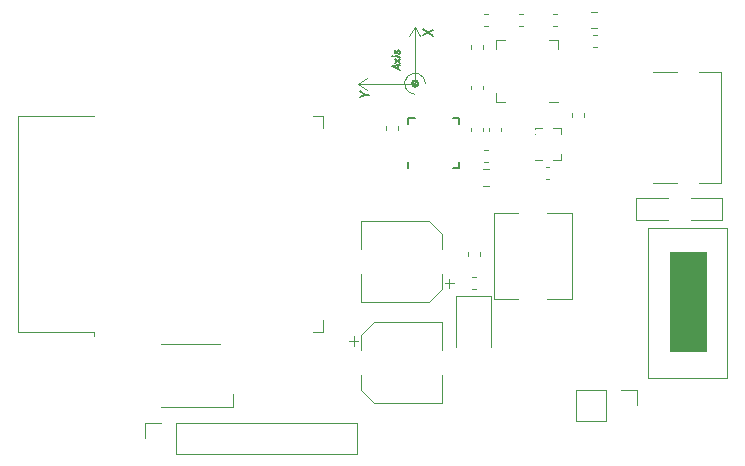
<source format=gbr>
G04 #@! TF.GenerationSoftware,KiCad,Pcbnew,(5.1.5)-2*
G04 #@! TF.CreationDate,2020-03-07T16:39:43+08:00*
G04 #@! TF.ProjectId,ESP32-sensorKit,45535033-322d-4736-956e-736f724b6974,rev?*
G04 #@! TF.SameCoordinates,Original*
G04 #@! TF.FileFunction,Legend,Top*
G04 #@! TF.FilePolarity,Positive*
%FSLAX46Y46*%
G04 Gerber Fmt 4.6, Leading zero omitted, Abs format (unit mm)*
G04 Created by KiCad (PCBNEW (5.1.5)-2) date 2020-03-07 16:39:43*
%MOMM*%
%LPD*%
G04 APERTURE LIST*
%ADD10C,0.120000*%
%ADD11C,0.150000*%
%ADD12C,0.100000*%
%ADD13O,1.802000X1.802000*%
%ADD14R,1.802000X1.802000*%
%ADD15R,2.102000X1.202000*%
%ADD16C,0.802000*%
%ADD17C,4.502000*%
%ADD18R,2.452000X3.602000*%
%ADD19O,1.702000X1.102000*%
%ADD20C,0.752000*%
%ADD21O,2.202000X1.102000*%
%ADD22R,1.552000X0.402000*%
%ADD23R,1.552000X0.702000*%
%ADD24C,2.102000*%
%ADD25R,5.102000X5.102000*%
%ADD26R,1.002000X2.102000*%
%ADD27R,2.102000X1.002000*%
%ADD28R,0.602000X0.452000*%
%ADD29R,3.452000X3.452000*%
G04 APERTURE END LIST*
D10*
X140589000Y-81592500D02*
G75*
G03X140589000Y-81592500I-317500J0D01*
G01*
X140500453Y-81592500D02*
G75*
G03X140500453Y-81592500I-228953J0D01*
G01*
X140451105Y-81592500D02*
G75*
G03X140451105Y-81592500I-179605J0D01*
G01*
X140361303Y-81592500D02*
G75*
G03X140361303Y-81592500I-89803J0D01*
G01*
D11*
X138784000Y-80311866D02*
X138784000Y-80026151D01*
X138955428Y-80390437D02*
X138355428Y-80115437D01*
X138955428Y-79990437D01*
X138955428Y-79847580D02*
X138555428Y-79483294D01*
X138555428Y-79797580D02*
X138955428Y-79533294D01*
X138955428Y-79304723D02*
X138555428Y-79254723D01*
X138355428Y-79229723D02*
X138384000Y-79261866D01*
X138412571Y-79236866D01*
X138384000Y-79204723D01*
X138355428Y-79229723D01*
X138412571Y-79236866D01*
X138926857Y-79044008D02*
X138955428Y-78990437D01*
X138955428Y-78876151D01*
X138926857Y-78815437D01*
X138869714Y-78779723D01*
X138841142Y-78776151D01*
X138784000Y-78797580D01*
X138755428Y-78851151D01*
X138755428Y-78936866D01*
X138726857Y-78990437D01*
X138669714Y-79011866D01*
X138641142Y-79008294D01*
X138584000Y-78972580D01*
X138555428Y-78911866D01*
X138555428Y-78826151D01*
X138584000Y-78772580D01*
D10*
X140271500Y-82481500D02*
G75*
G02X141160500Y-81592500I0J889000D01*
G01*
D11*
X135997952Y-82516306D02*
X136378904Y-82563925D01*
X135578904Y-82730592D02*
X135997952Y-82516306D01*
X135578904Y-82197258D01*
X140976404Y-77460092D02*
X141776404Y-77026758D01*
X140976404Y-76926758D02*
X141776404Y-77560092D01*
D10*
X136207500Y-81148000D02*
X135445500Y-81592500D01*
X135445500Y-81592500D02*
X136207500Y-82100500D01*
X140271500Y-81592500D02*
X135445500Y-81592500D01*
X140716000Y-77528500D02*
X140271500Y-76766500D01*
X140271500Y-76766500D02*
X139763500Y-77528500D01*
X140271500Y-81592500D02*
X140271500Y-76766500D01*
G04 #@! TO.C,BAT1*
X159064000Y-107504000D02*
X159064000Y-108834000D01*
X157734000Y-107504000D02*
X159064000Y-107504000D01*
X156464000Y-107504000D02*
X156464000Y-110164000D01*
X156464000Y-110164000D02*
X153864000Y-110164000D01*
X156464000Y-107504000D02*
X153864000Y-107504000D01*
X153864000Y-107504000D02*
X153864000Y-110164000D01*
G04 #@! TO.C,DIS_PORT1*
X117415000Y-111628000D02*
X117415000Y-110298000D01*
X117415000Y-110298000D02*
X118745000Y-110298000D01*
X120015000Y-110298000D02*
X135315000Y-110298000D01*
X135315000Y-112958000D02*
X135315000Y-110298000D01*
X120015000Y-112958000D02*
X135315000Y-112958000D01*
X120015000Y-112958000D02*
X120015000Y-110298000D01*
G04 #@! TO.C,C21*
X135084750Y-102973250D02*
X135084750Y-103760750D01*
X134691000Y-103367000D02*
X135478500Y-103367000D01*
X135718500Y-107560063D02*
X136782937Y-108624500D01*
X135718500Y-102868937D02*
X136782937Y-101804500D01*
X135718500Y-102868937D02*
X135718500Y-104154500D01*
X135718500Y-107560063D02*
X135718500Y-106274500D01*
X136782937Y-108624500D02*
X142538500Y-108624500D01*
X136782937Y-101804500D02*
X142538500Y-101804500D01*
X142538500Y-101804500D02*
X142538500Y-104154500D01*
X142538500Y-108624500D02*
X142538500Y-106274500D01*
G04 #@! TO.C,C1*
X143172250Y-98883250D02*
X143172250Y-98095750D01*
X143566000Y-98489500D02*
X142778500Y-98489500D01*
X142538500Y-94296437D02*
X141474063Y-93232000D01*
X142538500Y-98987563D02*
X141474063Y-100052000D01*
X142538500Y-98987563D02*
X142538500Y-97702000D01*
X142538500Y-94296437D02*
X142538500Y-95582000D01*
X141474063Y-93232000D02*
X135718500Y-93232000D01*
X141474063Y-100052000D02*
X135718500Y-100052000D01*
X135718500Y-100052000D02*
X135718500Y-97702000D01*
X135718500Y-93232000D02*
X135718500Y-95582000D01*
G04 #@! TO.C,C4*
X155189422Y-76905000D02*
X155706578Y-76905000D01*
X155189422Y-75485000D02*
X155706578Y-75485000D01*
G04 #@! TO.C,C3*
X155310721Y-78483000D02*
X155636279Y-78483000D01*
X155310721Y-77463000D02*
X155636279Y-77463000D01*
G04 #@! TO.C,C7*
X146141221Y-88262000D02*
X146466779Y-88262000D01*
X146141221Y-87242000D02*
X146466779Y-87242000D01*
G04 #@! TO.C,C8*
X146045422Y-88820000D02*
X146562578Y-88820000D01*
X146045422Y-90240000D02*
X146562578Y-90240000D01*
G04 #@! TO.C,C9*
X146052000Y-85303221D02*
X146052000Y-85628779D01*
X145032000Y-85303221D02*
X145032000Y-85628779D01*
G04 #@! TO.C,C10*
X137793000Y-85176221D02*
X137793000Y-85501779D01*
X138813000Y-85176221D02*
X138813000Y-85501779D01*
G04 #@! TO.C,C19*
X145061721Y-97973500D02*
X145387279Y-97973500D01*
X145061721Y-98993500D02*
X145387279Y-98993500D01*
G04 #@! TO.C,C20*
X146734500Y-103916500D02*
X146734500Y-99531500D01*
X146734500Y-99531500D02*
X143714500Y-99531500D01*
X143714500Y-99531500D02*
X143714500Y-103916500D01*
G04 #@! TO.C,D1*
X124821500Y-108994000D02*
X118721500Y-108994000D01*
X124821500Y-107894000D02*
X124821500Y-108994000D01*
X118721500Y-103594000D02*
X123721500Y-103594000D01*
G04 #@! TO.C,D2*
X163592000Y-93157000D02*
X166277000Y-93157000D01*
X166277000Y-93157000D02*
X166277000Y-91237000D01*
X166277000Y-91237000D02*
X163592000Y-91237000D01*
G04 #@! TO.C,D3*
X158970000Y-93157000D02*
X161655000Y-93157000D01*
X158970000Y-91237000D02*
X158970000Y-93157000D01*
X161655000Y-91237000D02*
X158970000Y-91237000D01*
G04 #@! TO.C,L1*
X153543000Y-99817000D02*
X153543000Y-92517000D01*
X153543000Y-99817000D02*
X146943000Y-99817000D01*
X146943000Y-99817000D02*
X146943000Y-92517000D01*
X153543000Y-92517000D02*
X146943000Y-92517000D01*
G04 #@! TO.C,P1*
X164306000Y-90039000D02*
X166206000Y-90039000D01*
X160406000Y-90039000D02*
X162406000Y-90039000D01*
X164306000Y-80639000D02*
X166206000Y-80639000D01*
X160406000Y-80639000D02*
X162406000Y-80639000D01*
X166206000Y-90039000D02*
X166206000Y-80639000D01*
G04 #@! TO.C,R1*
X146141221Y-75685000D02*
X146466779Y-75685000D01*
X146141221Y-76705000D02*
X146466779Y-76705000D01*
G04 #@! TO.C,R8*
X146556000Y-85303221D02*
X146556000Y-85628779D01*
X147576000Y-85303221D02*
X147576000Y-85628779D01*
G04 #@! TO.C,R9*
X151322821Y-89633600D02*
X151648379Y-89633600D01*
X151322821Y-88613600D02*
X151648379Y-88613600D01*
G04 #@! TO.C,R10*
X154586400Y-84058621D02*
X154586400Y-84384179D01*
X153566400Y-84058621D02*
X153566400Y-84384179D01*
G04 #@! TO.C,R11*
X149062221Y-76705000D02*
X149387779Y-76705000D01*
X149062221Y-75685000D02*
X149387779Y-75685000D01*
G04 #@! TO.C,R12*
X152308779Y-76705000D02*
X151983221Y-76705000D01*
X152308779Y-75685000D02*
X151983221Y-75685000D01*
G04 #@! TO.C,R16*
X146052000Y-78643779D02*
X146052000Y-78318221D01*
X145032000Y-78643779D02*
X145032000Y-78318221D01*
G04 #@! TO.C,R17*
X145798000Y-96169779D02*
X145798000Y-95844221D01*
X144778000Y-96169779D02*
X144778000Y-95844221D01*
G04 #@! TO.C,R19*
X145032000Y-81747221D02*
X145032000Y-82072779D01*
X146052000Y-81747221D02*
X146052000Y-82072779D01*
G04 #@! TO.C,PoweSwitch1*
X166649400Y-93771800D02*
X166649400Y-106471800D01*
X166649400Y-106471800D02*
X159949400Y-106471800D01*
X166649400Y-93771800D02*
X159949400Y-93771800D01*
X159949400Y-106471800D02*
X159949400Y-93771800D01*
D12*
G36*
X161823400Y-104185800D02*
G01*
X161823400Y-95803800D01*
X164871400Y-95803800D01*
X164871400Y-104185800D01*
X161823400Y-104185800D01*
G37*
X161823400Y-104185800D02*
X161823400Y-95803800D01*
X164871400Y-95803800D01*
X164871400Y-104185800D01*
X161823400Y-104185800D01*
D10*
G04 #@! TO.C,U3*
X131655000Y-102587000D02*
X132435000Y-102587000D01*
X132435000Y-102587000D02*
X132435000Y-101587000D01*
X131655000Y-84347000D02*
X132435000Y-84347000D01*
X132435000Y-84347000D02*
X132435000Y-85347000D01*
X106690000Y-102587000D02*
X106690000Y-84347000D01*
X106690000Y-84347000D02*
X113110000Y-84347000D01*
X106690000Y-102587000D02*
X113110000Y-102587000D01*
X113110000Y-102587000D02*
X113110000Y-102967000D01*
D11*
G04 #@! TO.C,U4*
X139709000Y-84459000D02*
X140234000Y-84459000D01*
X144009000Y-88759000D02*
X143484000Y-88759000D01*
X144009000Y-84459000D02*
X143484000Y-84459000D01*
X139709000Y-88759000D02*
X139709000Y-88234000D01*
X144009000Y-88759000D02*
X144009000Y-88234000D01*
X144009000Y-84459000D02*
X144009000Y-84984000D01*
X139709000Y-84459000D02*
X139709000Y-84984000D01*
D12*
G04 #@! TO.C,U5*
X152611000Y-88035200D02*
X152611000Y-87555200D01*
X152611000Y-85815200D02*
X152611000Y-85335200D01*
X152611000Y-85335200D02*
X151971000Y-85335200D01*
X152611000Y-88035200D02*
X151971000Y-88035200D01*
X151051000Y-85335200D02*
X150411000Y-85335200D01*
X150411000Y-85815200D02*
X150411000Y-85335200D01*
X151051000Y-88035200D02*
X150411000Y-88035200D01*
D10*
G04 #@! TO.C,U6*
X147848000Y-83123000D02*
X147123000Y-83123000D01*
X147123000Y-83123000D02*
X147123000Y-82398000D01*
X151618000Y-77903000D02*
X152343000Y-77903000D01*
X152343000Y-77903000D02*
X152343000Y-78628000D01*
X147848000Y-77903000D02*
X147123000Y-77903000D01*
X147123000Y-77903000D02*
X147123000Y-78628000D01*
X151618000Y-83123000D02*
X152343000Y-83123000D01*
G04 #@! TD*
%LPC*%
D13*
G04 #@! TO.C,BAT1*
X155194000Y-108834000D03*
D14*
X157734000Y-108834000D03*
G04 #@! TD*
D13*
G04 #@! TO.C,DIS_PORT1*
X133985000Y-111628000D03*
X131445000Y-111628000D03*
X128905000Y-111628000D03*
X126365000Y-111628000D03*
X123825000Y-111628000D03*
X121285000Y-111628000D03*
D14*
X118745000Y-111628000D03*
G04 #@! TD*
D12*
G04 #@! TO.C,C21*
G36*
X143489629Y-104364781D02*
G01*
X143515445Y-104368610D01*
X143540760Y-104374951D01*
X143565333Y-104383743D01*
X143588925Y-104394902D01*
X143611310Y-104408318D01*
X143632272Y-104423865D01*
X143651609Y-104441391D01*
X143669135Y-104460728D01*
X143684682Y-104481690D01*
X143698098Y-104504075D01*
X143709257Y-104527667D01*
X143718049Y-104552240D01*
X143724390Y-104577555D01*
X143728219Y-104603371D01*
X143729500Y-104629437D01*
X143729500Y-105799563D01*
X143728219Y-105825629D01*
X143724390Y-105851445D01*
X143718049Y-105876760D01*
X143709257Y-105901333D01*
X143698098Y-105924925D01*
X143684682Y-105947310D01*
X143669135Y-105968272D01*
X143651609Y-105987609D01*
X143632272Y-106005135D01*
X143611310Y-106020682D01*
X143588925Y-106034098D01*
X143565333Y-106045257D01*
X143540760Y-106054049D01*
X143515445Y-106060390D01*
X143489629Y-106064219D01*
X143463563Y-106065500D01*
X140393437Y-106065500D01*
X140367371Y-106064219D01*
X140341555Y-106060390D01*
X140316240Y-106054049D01*
X140291667Y-106045257D01*
X140268075Y-106034098D01*
X140245690Y-106020682D01*
X140224728Y-106005135D01*
X140205391Y-105987609D01*
X140187865Y-105968272D01*
X140172318Y-105947310D01*
X140158902Y-105924925D01*
X140147743Y-105901333D01*
X140138951Y-105876760D01*
X140132610Y-105851445D01*
X140128781Y-105825629D01*
X140127500Y-105799563D01*
X140127500Y-104629437D01*
X140128781Y-104603371D01*
X140132610Y-104577555D01*
X140138951Y-104552240D01*
X140147743Y-104527667D01*
X140158902Y-104504075D01*
X140172318Y-104481690D01*
X140187865Y-104460728D01*
X140205391Y-104441391D01*
X140224728Y-104423865D01*
X140245690Y-104408318D01*
X140268075Y-104394902D01*
X140291667Y-104383743D01*
X140316240Y-104374951D01*
X140341555Y-104368610D01*
X140367371Y-104364781D01*
X140393437Y-104363500D01*
X143463563Y-104363500D01*
X143489629Y-104364781D01*
G37*
G36*
X137889629Y-104364781D02*
G01*
X137915445Y-104368610D01*
X137940760Y-104374951D01*
X137965333Y-104383743D01*
X137988925Y-104394902D01*
X138011310Y-104408318D01*
X138032272Y-104423865D01*
X138051609Y-104441391D01*
X138069135Y-104460728D01*
X138084682Y-104481690D01*
X138098098Y-104504075D01*
X138109257Y-104527667D01*
X138118049Y-104552240D01*
X138124390Y-104577555D01*
X138128219Y-104603371D01*
X138129500Y-104629437D01*
X138129500Y-105799563D01*
X138128219Y-105825629D01*
X138124390Y-105851445D01*
X138118049Y-105876760D01*
X138109257Y-105901333D01*
X138098098Y-105924925D01*
X138084682Y-105947310D01*
X138069135Y-105968272D01*
X138051609Y-105987609D01*
X138032272Y-106005135D01*
X138011310Y-106020682D01*
X137988925Y-106034098D01*
X137965333Y-106045257D01*
X137940760Y-106054049D01*
X137915445Y-106060390D01*
X137889629Y-106064219D01*
X137863563Y-106065500D01*
X134793437Y-106065500D01*
X134767371Y-106064219D01*
X134741555Y-106060390D01*
X134716240Y-106054049D01*
X134691667Y-106045257D01*
X134668075Y-106034098D01*
X134645690Y-106020682D01*
X134624728Y-106005135D01*
X134605391Y-105987609D01*
X134587865Y-105968272D01*
X134572318Y-105947310D01*
X134558902Y-105924925D01*
X134547743Y-105901333D01*
X134538951Y-105876760D01*
X134532610Y-105851445D01*
X134528781Y-105825629D01*
X134527500Y-105799563D01*
X134527500Y-104629437D01*
X134528781Y-104603371D01*
X134532610Y-104577555D01*
X134538951Y-104552240D01*
X134547743Y-104527667D01*
X134558902Y-104504075D01*
X134572318Y-104481690D01*
X134587865Y-104460728D01*
X134605391Y-104441391D01*
X134624728Y-104423865D01*
X134645690Y-104408318D01*
X134668075Y-104394902D01*
X134691667Y-104383743D01*
X134716240Y-104374951D01*
X134741555Y-104368610D01*
X134767371Y-104364781D01*
X134793437Y-104363500D01*
X137863563Y-104363500D01*
X137889629Y-104364781D01*
G37*
G04 #@! TD*
G04 #@! TO.C,C1*
G36*
X137889629Y-95792281D02*
G01*
X137915445Y-95796110D01*
X137940760Y-95802451D01*
X137965333Y-95811243D01*
X137988925Y-95822402D01*
X138011310Y-95835818D01*
X138032272Y-95851365D01*
X138051609Y-95868891D01*
X138069135Y-95888228D01*
X138084682Y-95909190D01*
X138098098Y-95931575D01*
X138109257Y-95955167D01*
X138118049Y-95979740D01*
X138124390Y-96005055D01*
X138128219Y-96030871D01*
X138129500Y-96056937D01*
X138129500Y-97227063D01*
X138128219Y-97253129D01*
X138124390Y-97278945D01*
X138118049Y-97304260D01*
X138109257Y-97328833D01*
X138098098Y-97352425D01*
X138084682Y-97374810D01*
X138069135Y-97395772D01*
X138051609Y-97415109D01*
X138032272Y-97432635D01*
X138011310Y-97448182D01*
X137988925Y-97461598D01*
X137965333Y-97472757D01*
X137940760Y-97481549D01*
X137915445Y-97487890D01*
X137889629Y-97491719D01*
X137863563Y-97493000D01*
X134793437Y-97493000D01*
X134767371Y-97491719D01*
X134741555Y-97487890D01*
X134716240Y-97481549D01*
X134691667Y-97472757D01*
X134668075Y-97461598D01*
X134645690Y-97448182D01*
X134624728Y-97432635D01*
X134605391Y-97415109D01*
X134587865Y-97395772D01*
X134572318Y-97374810D01*
X134558902Y-97352425D01*
X134547743Y-97328833D01*
X134538951Y-97304260D01*
X134532610Y-97278945D01*
X134528781Y-97253129D01*
X134527500Y-97227063D01*
X134527500Y-96056937D01*
X134528781Y-96030871D01*
X134532610Y-96005055D01*
X134538951Y-95979740D01*
X134547743Y-95955167D01*
X134558902Y-95931575D01*
X134572318Y-95909190D01*
X134587865Y-95888228D01*
X134605391Y-95868891D01*
X134624728Y-95851365D01*
X134645690Y-95835818D01*
X134668075Y-95822402D01*
X134691667Y-95811243D01*
X134716240Y-95802451D01*
X134741555Y-95796110D01*
X134767371Y-95792281D01*
X134793437Y-95791000D01*
X137863563Y-95791000D01*
X137889629Y-95792281D01*
G37*
G36*
X143489629Y-95792281D02*
G01*
X143515445Y-95796110D01*
X143540760Y-95802451D01*
X143565333Y-95811243D01*
X143588925Y-95822402D01*
X143611310Y-95835818D01*
X143632272Y-95851365D01*
X143651609Y-95868891D01*
X143669135Y-95888228D01*
X143684682Y-95909190D01*
X143698098Y-95931575D01*
X143709257Y-95955167D01*
X143718049Y-95979740D01*
X143724390Y-96005055D01*
X143728219Y-96030871D01*
X143729500Y-96056937D01*
X143729500Y-97227063D01*
X143728219Y-97253129D01*
X143724390Y-97278945D01*
X143718049Y-97304260D01*
X143709257Y-97328833D01*
X143698098Y-97352425D01*
X143684682Y-97374810D01*
X143669135Y-97395772D01*
X143651609Y-97415109D01*
X143632272Y-97432635D01*
X143611310Y-97448182D01*
X143588925Y-97461598D01*
X143565333Y-97472757D01*
X143540760Y-97481549D01*
X143515445Y-97487890D01*
X143489629Y-97491719D01*
X143463563Y-97493000D01*
X140393437Y-97493000D01*
X140367371Y-97491719D01*
X140341555Y-97487890D01*
X140316240Y-97481549D01*
X140291667Y-97472757D01*
X140268075Y-97461598D01*
X140245690Y-97448182D01*
X140224728Y-97432635D01*
X140205391Y-97415109D01*
X140187865Y-97395772D01*
X140172318Y-97374810D01*
X140158902Y-97352425D01*
X140147743Y-97328833D01*
X140138951Y-97304260D01*
X140132610Y-97278945D01*
X140128781Y-97253129D01*
X140127500Y-97227063D01*
X140127500Y-96056937D01*
X140128781Y-96030871D01*
X140132610Y-96005055D01*
X140138951Y-95979740D01*
X140147743Y-95955167D01*
X140158902Y-95931575D01*
X140172318Y-95909190D01*
X140187865Y-95888228D01*
X140205391Y-95868891D01*
X140224728Y-95851365D01*
X140245690Y-95835818D01*
X140268075Y-95822402D01*
X140291667Y-95811243D01*
X140316240Y-95802451D01*
X140341555Y-95796110D01*
X140367371Y-95792281D01*
X140393437Y-95791000D01*
X143463563Y-95791000D01*
X143489629Y-95792281D01*
G37*
G04 #@! TD*
G04 #@! TO.C,C4*
G36*
X156681141Y-75445297D02*
G01*
X156707278Y-75449174D01*
X156732909Y-75455594D01*
X156757788Y-75464495D01*
X156781674Y-75475793D01*
X156804337Y-75489377D01*
X156825560Y-75505117D01*
X156845139Y-75522861D01*
X156862883Y-75542440D01*
X156878623Y-75563663D01*
X156892207Y-75586326D01*
X156903505Y-75610212D01*
X156912406Y-75635091D01*
X156918826Y-75660722D01*
X156922703Y-75686859D01*
X156924000Y-75713250D01*
X156924000Y-76676750D01*
X156922703Y-76703141D01*
X156918826Y-76729278D01*
X156912406Y-76754909D01*
X156903505Y-76779788D01*
X156892207Y-76803674D01*
X156878623Y-76826337D01*
X156862883Y-76847560D01*
X156845139Y-76867139D01*
X156825560Y-76884883D01*
X156804337Y-76900623D01*
X156781674Y-76914207D01*
X156757788Y-76925505D01*
X156732909Y-76934406D01*
X156707278Y-76940826D01*
X156681141Y-76944703D01*
X156654750Y-76946000D01*
X156116250Y-76946000D01*
X156089859Y-76944703D01*
X156063722Y-76940826D01*
X156038091Y-76934406D01*
X156013212Y-76925505D01*
X155989326Y-76914207D01*
X155966663Y-76900623D01*
X155945440Y-76884883D01*
X155925861Y-76867139D01*
X155908117Y-76847560D01*
X155892377Y-76826337D01*
X155878793Y-76803674D01*
X155867495Y-76779788D01*
X155858594Y-76754909D01*
X155852174Y-76729278D01*
X155848297Y-76703141D01*
X155847000Y-76676750D01*
X155847000Y-75713250D01*
X155848297Y-75686859D01*
X155852174Y-75660722D01*
X155858594Y-75635091D01*
X155867495Y-75610212D01*
X155878793Y-75586326D01*
X155892377Y-75563663D01*
X155908117Y-75542440D01*
X155925861Y-75522861D01*
X155945440Y-75505117D01*
X155966663Y-75489377D01*
X155989326Y-75475793D01*
X156013212Y-75464495D01*
X156038091Y-75455594D01*
X156063722Y-75449174D01*
X156089859Y-75445297D01*
X156116250Y-75444000D01*
X156654750Y-75444000D01*
X156681141Y-75445297D01*
G37*
G36*
X154806141Y-75445297D02*
G01*
X154832278Y-75449174D01*
X154857909Y-75455594D01*
X154882788Y-75464495D01*
X154906674Y-75475793D01*
X154929337Y-75489377D01*
X154950560Y-75505117D01*
X154970139Y-75522861D01*
X154987883Y-75542440D01*
X155003623Y-75563663D01*
X155017207Y-75586326D01*
X155028505Y-75610212D01*
X155037406Y-75635091D01*
X155043826Y-75660722D01*
X155047703Y-75686859D01*
X155049000Y-75713250D01*
X155049000Y-76676750D01*
X155047703Y-76703141D01*
X155043826Y-76729278D01*
X155037406Y-76754909D01*
X155028505Y-76779788D01*
X155017207Y-76803674D01*
X155003623Y-76826337D01*
X154987883Y-76847560D01*
X154970139Y-76867139D01*
X154950560Y-76884883D01*
X154929337Y-76900623D01*
X154906674Y-76914207D01*
X154882788Y-76925505D01*
X154857909Y-76934406D01*
X154832278Y-76940826D01*
X154806141Y-76944703D01*
X154779750Y-76946000D01*
X154241250Y-76946000D01*
X154214859Y-76944703D01*
X154188722Y-76940826D01*
X154163091Y-76934406D01*
X154138212Y-76925505D01*
X154114326Y-76914207D01*
X154091663Y-76900623D01*
X154070440Y-76884883D01*
X154050861Y-76867139D01*
X154033117Y-76847560D01*
X154017377Y-76826337D01*
X154003793Y-76803674D01*
X153992495Y-76779788D01*
X153983594Y-76754909D01*
X153977174Y-76729278D01*
X153973297Y-76703141D01*
X153972000Y-76676750D01*
X153972000Y-75713250D01*
X153973297Y-75686859D01*
X153977174Y-75660722D01*
X153983594Y-75635091D01*
X153992495Y-75610212D01*
X154003793Y-75586326D01*
X154017377Y-75563663D01*
X154033117Y-75542440D01*
X154050861Y-75522861D01*
X154070440Y-75505117D01*
X154091663Y-75489377D01*
X154114326Y-75475793D01*
X154138212Y-75464495D01*
X154163091Y-75455594D01*
X154188722Y-75449174D01*
X154214859Y-75445297D01*
X154241250Y-75444000D01*
X154779750Y-75444000D01*
X154806141Y-75445297D01*
G37*
G04 #@! TD*
G04 #@! TO.C,C3*
G36*
X156529191Y-77448176D02*
G01*
X156552901Y-77451693D01*
X156576152Y-77457517D01*
X156598720Y-77465592D01*
X156620389Y-77475841D01*
X156640948Y-77488164D01*
X156660201Y-77502442D01*
X156677961Y-77518539D01*
X156694058Y-77536299D01*
X156708336Y-77555552D01*
X156720659Y-77576111D01*
X156730908Y-77597780D01*
X156738983Y-77620348D01*
X156744807Y-77643599D01*
X156748324Y-77667309D01*
X156749500Y-77691250D01*
X156749500Y-78254750D01*
X156748324Y-78278691D01*
X156744807Y-78302401D01*
X156738983Y-78325652D01*
X156730908Y-78348220D01*
X156720659Y-78369889D01*
X156708336Y-78390448D01*
X156694058Y-78409701D01*
X156677961Y-78427461D01*
X156660201Y-78443558D01*
X156640948Y-78457836D01*
X156620389Y-78470159D01*
X156598720Y-78480408D01*
X156576152Y-78488483D01*
X156552901Y-78494307D01*
X156529191Y-78497824D01*
X156505250Y-78499000D01*
X156016750Y-78499000D01*
X155992809Y-78497824D01*
X155969099Y-78494307D01*
X155945848Y-78488483D01*
X155923280Y-78480408D01*
X155901611Y-78470159D01*
X155881052Y-78457836D01*
X155861799Y-78443558D01*
X155844039Y-78427461D01*
X155827942Y-78409701D01*
X155813664Y-78390448D01*
X155801341Y-78369889D01*
X155791092Y-78348220D01*
X155783017Y-78325652D01*
X155777193Y-78302401D01*
X155773676Y-78278691D01*
X155772500Y-78254750D01*
X155772500Y-77691250D01*
X155773676Y-77667309D01*
X155777193Y-77643599D01*
X155783017Y-77620348D01*
X155791092Y-77597780D01*
X155801341Y-77576111D01*
X155813664Y-77555552D01*
X155827942Y-77536299D01*
X155844039Y-77518539D01*
X155861799Y-77502442D01*
X155881052Y-77488164D01*
X155901611Y-77475841D01*
X155923280Y-77465592D01*
X155945848Y-77457517D01*
X155969099Y-77451693D01*
X155992809Y-77448176D01*
X156016750Y-77447000D01*
X156505250Y-77447000D01*
X156529191Y-77448176D01*
G37*
G36*
X154954191Y-77448176D02*
G01*
X154977901Y-77451693D01*
X155001152Y-77457517D01*
X155023720Y-77465592D01*
X155045389Y-77475841D01*
X155065948Y-77488164D01*
X155085201Y-77502442D01*
X155102961Y-77518539D01*
X155119058Y-77536299D01*
X155133336Y-77555552D01*
X155145659Y-77576111D01*
X155155908Y-77597780D01*
X155163983Y-77620348D01*
X155169807Y-77643599D01*
X155173324Y-77667309D01*
X155174500Y-77691250D01*
X155174500Y-78254750D01*
X155173324Y-78278691D01*
X155169807Y-78302401D01*
X155163983Y-78325652D01*
X155155908Y-78348220D01*
X155145659Y-78369889D01*
X155133336Y-78390448D01*
X155119058Y-78409701D01*
X155102961Y-78427461D01*
X155085201Y-78443558D01*
X155065948Y-78457836D01*
X155045389Y-78470159D01*
X155023720Y-78480408D01*
X155001152Y-78488483D01*
X154977901Y-78494307D01*
X154954191Y-78497824D01*
X154930250Y-78499000D01*
X154441750Y-78499000D01*
X154417809Y-78497824D01*
X154394099Y-78494307D01*
X154370848Y-78488483D01*
X154348280Y-78480408D01*
X154326611Y-78470159D01*
X154306052Y-78457836D01*
X154286799Y-78443558D01*
X154269039Y-78427461D01*
X154252942Y-78409701D01*
X154238664Y-78390448D01*
X154226341Y-78369889D01*
X154216092Y-78348220D01*
X154208017Y-78325652D01*
X154202193Y-78302401D01*
X154198676Y-78278691D01*
X154197500Y-78254750D01*
X154197500Y-77691250D01*
X154198676Y-77667309D01*
X154202193Y-77643599D01*
X154208017Y-77620348D01*
X154216092Y-77597780D01*
X154226341Y-77576111D01*
X154238664Y-77555552D01*
X154252942Y-77536299D01*
X154269039Y-77518539D01*
X154286799Y-77502442D01*
X154306052Y-77488164D01*
X154326611Y-77475841D01*
X154348280Y-77465592D01*
X154370848Y-77457517D01*
X154394099Y-77451693D01*
X154417809Y-77448176D01*
X154441750Y-77447000D01*
X154930250Y-77447000D01*
X154954191Y-77448176D01*
G37*
G04 #@! TD*
G04 #@! TO.C,C7*
G36*
X147359691Y-87227176D02*
G01*
X147383401Y-87230693D01*
X147406652Y-87236517D01*
X147429220Y-87244592D01*
X147450889Y-87254841D01*
X147471448Y-87267164D01*
X147490701Y-87281442D01*
X147508461Y-87297539D01*
X147524558Y-87315299D01*
X147538836Y-87334552D01*
X147551159Y-87355111D01*
X147561408Y-87376780D01*
X147569483Y-87399348D01*
X147575307Y-87422599D01*
X147578824Y-87446309D01*
X147580000Y-87470250D01*
X147580000Y-88033750D01*
X147578824Y-88057691D01*
X147575307Y-88081401D01*
X147569483Y-88104652D01*
X147561408Y-88127220D01*
X147551159Y-88148889D01*
X147538836Y-88169448D01*
X147524558Y-88188701D01*
X147508461Y-88206461D01*
X147490701Y-88222558D01*
X147471448Y-88236836D01*
X147450889Y-88249159D01*
X147429220Y-88259408D01*
X147406652Y-88267483D01*
X147383401Y-88273307D01*
X147359691Y-88276824D01*
X147335750Y-88278000D01*
X146847250Y-88278000D01*
X146823309Y-88276824D01*
X146799599Y-88273307D01*
X146776348Y-88267483D01*
X146753780Y-88259408D01*
X146732111Y-88249159D01*
X146711552Y-88236836D01*
X146692299Y-88222558D01*
X146674539Y-88206461D01*
X146658442Y-88188701D01*
X146644164Y-88169448D01*
X146631841Y-88148889D01*
X146621592Y-88127220D01*
X146613517Y-88104652D01*
X146607693Y-88081401D01*
X146604176Y-88057691D01*
X146603000Y-88033750D01*
X146603000Y-87470250D01*
X146604176Y-87446309D01*
X146607693Y-87422599D01*
X146613517Y-87399348D01*
X146621592Y-87376780D01*
X146631841Y-87355111D01*
X146644164Y-87334552D01*
X146658442Y-87315299D01*
X146674539Y-87297539D01*
X146692299Y-87281442D01*
X146711552Y-87267164D01*
X146732111Y-87254841D01*
X146753780Y-87244592D01*
X146776348Y-87236517D01*
X146799599Y-87230693D01*
X146823309Y-87227176D01*
X146847250Y-87226000D01*
X147335750Y-87226000D01*
X147359691Y-87227176D01*
G37*
G36*
X145784691Y-87227176D02*
G01*
X145808401Y-87230693D01*
X145831652Y-87236517D01*
X145854220Y-87244592D01*
X145875889Y-87254841D01*
X145896448Y-87267164D01*
X145915701Y-87281442D01*
X145933461Y-87297539D01*
X145949558Y-87315299D01*
X145963836Y-87334552D01*
X145976159Y-87355111D01*
X145986408Y-87376780D01*
X145994483Y-87399348D01*
X146000307Y-87422599D01*
X146003824Y-87446309D01*
X146005000Y-87470250D01*
X146005000Y-88033750D01*
X146003824Y-88057691D01*
X146000307Y-88081401D01*
X145994483Y-88104652D01*
X145986408Y-88127220D01*
X145976159Y-88148889D01*
X145963836Y-88169448D01*
X145949558Y-88188701D01*
X145933461Y-88206461D01*
X145915701Y-88222558D01*
X145896448Y-88236836D01*
X145875889Y-88249159D01*
X145854220Y-88259408D01*
X145831652Y-88267483D01*
X145808401Y-88273307D01*
X145784691Y-88276824D01*
X145760750Y-88278000D01*
X145272250Y-88278000D01*
X145248309Y-88276824D01*
X145224599Y-88273307D01*
X145201348Y-88267483D01*
X145178780Y-88259408D01*
X145157111Y-88249159D01*
X145136552Y-88236836D01*
X145117299Y-88222558D01*
X145099539Y-88206461D01*
X145083442Y-88188701D01*
X145069164Y-88169448D01*
X145056841Y-88148889D01*
X145046592Y-88127220D01*
X145038517Y-88104652D01*
X145032693Y-88081401D01*
X145029176Y-88057691D01*
X145028000Y-88033750D01*
X145028000Y-87470250D01*
X145029176Y-87446309D01*
X145032693Y-87422599D01*
X145038517Y-87399348D01*
X145046592Y-87376780D01*
X145056841Y-87355111D01*
X145069164Y-87334552D01*
X145083442Y-87315299D01*
X145099539Y-87297539D01*
X145117299Y-87281442D01*
X145136552Y-87267164D01*
X145157111Y-87254841D01*
X145178780Y-87244592D01*
X145201348Y-87236517D01*
X145224599Y-87230693D01*
X145248309Y-87227176D01*
X145272250Y-87226000D01*
X145760750Y-87226000D01*
X145784691Y-87227176D01*
G37*
G04 #@! TD*
G04 #@! TO.C,C8*
G36*
X145662141Y-88780297D02*
G01*
X145688278Y-88784174D01*
X145713909Y-88790594D01*
X145738788Y-88799495D01*
X145762674Y-88810793D01*
X145785337Y-88824377D01*
X145806560Y-88840117D01*
X145826139Y-88857861D01*
X145843883Y-88877440D01*
X145859623Y-88898663D01*
X145873207Y-88921326D01*
X145884505Y-88945212D01*
X145893406Y-88970091D01*
X145899826Y-88995722D01*
X145903703Y-89021859D01*
X145905000Y-89048250D01*
X145905000Y-90011750D01*
X145903703Y-90038141D01*
X145899826Y-90064278D01*
X145893406Y-90089909D01*
X145884505Y-90114788D01*
X145873207Y-90138674D01*
X145859623Y-90161337D01*
X145843883Y-90182560D01*
X145826139Y-90202139D01*
X145806560Y-90219883D01*
X145785337Y-90235623D01*
X145762674Y-90249207D01*
X145738788Y-90260505D01*
X145713909Y-90269406D01*
X145688278Y-90275826D01*
X145662141Y-90279703D01*
X145635750Y-90281000D01*
X145097250Y-90281000D01*
X145070859Y-90279703D01*
X145044722Y-90275826D01*
X145019091Y-90269406D01*
X144994212Y-90260505D01*
X144970326Y-90249207D01*
X144947663Y-90235623D01*
X144926440Y-90219883D01*
X144906861Y-90202139D01*
X144889117Y-90182560D01*
X144873377Y-90161337D01*
X144859793Y-90138674D01*
X144848495Y-90114788D01*
X144839594Y-90089909D01*
X144833174Y-90064278D01*
X144829297Y-90038141D01*
X144828000Y-90011750D01*
X144828000Y-89048250D01*
X144829297Y-89021859D01*
X144833174Y-88995722D01*
X144839594Y-88970091D01*
X144848495Y-88945212D01*
X144859793Y-88921326D01*
X144873377Y-88898663D01*
X144889117Y-88877440D01*
X144906861Y-88857861D01*
X144926440Y-88840117D01*
X144947663Y-88824377D01*
X144970326Y-88810793D01*
X144994212Y-88799495D01*
X145019091Y-88790594D01*
X145044722Y-88784174D01*
X145070859Y-88780297D01*
X145097250Y-88779000D01*
X145635750Y-88779000D01*
X145662141Y-88780297D01*
G37*
G36*
X147537141Y-88780297D02*
G01*
X147563278Y-88784174D01*
X147588909Y-88790594D01*
X147613788Y-88799495D01*
X147637674Y-88810793D01*
X147660337Y-88824377D01*
X147681560Y-88840117D01*
X147701139Y-88857861D01*
X147718883Y-88877440D01*
X147734623Y-88898663D01*
X147748207Y-88921326D01*
X147759505Y-88945212D01*
X147768406Y-88970091D01*
X147774826Y-88995722D01*
X147778703Y-89021859D01*
X147780000Y-89048250D01*
X147780000Y-90011750D01*
X147778703Y-90038141D01*
X147774826Y-90064278D01*
X147768406Y-90089909D01*
X147759505Y-90114788D01*
X147748207Y-90138674D01*
X147734623Y-90161337D01*
X147718883Y-90182560D01*
X147701139Y-90202139D01*
X147681560Y-90219883D01*
X147660337Y-90235623D01*
X147637674Y-90249207D01*
X147613788Y-90260505D01*
X147588909Y-90269406D01*
X147563278Y-90275826D01*
X147537141Y-90279703D01*
X147510750Y-90281000D01*
X146972250Y-90281000D01*
X146945859Y-90279703D01*
X146919722Y-90275826D01*
X146894091Y-90269406D01*
X146869212Y-90260505D01*
X146845326Y-90249207D01*
X146822663Y-90235623D01*
X146801440Y-90219883D01*
X146781861Y-90202139D01*
X146764117Y-90182560D01*
X146748377Y-90161337D01*
X146734793Y-90138674D01*
X146723495Y-90114788D01*
X146714594Y-90089909D01*
X146708174Y-90064278D01*
X146704297Y-90038141D01*
X146703000Y-90011750D01*
X146703000Y-89048250D01*
X146704297Y-89021859D01*
X146708174Y-88995722D01*
X146714594Y-88970091D01*
X146723495Y-88945212D01*
X146734793Y-88921326D01*
X146748377Y-88898663D01*
X146764117Y-88877440D01*
X146781861Y-88857861D01*
X146801440Y-88840117D01*
X146822663Y-88824377D01*
X146845326Y-88810793D01*
X146869212Y-88799495D01*
X146894091Y-88790594D01*
X146919722Y-88784174D01*
X146945859Y-88780297D01*
X146972250Y-88779000D01*
X147510750Y-88779000D01*
X147537141Y-88780297D01*
G37*
G04 #@! TD*
G04 #@! TO.C,C9*
G36*
X145847691Y-84191176D02*
G01*
X145871401Y-84194693D01*
X145894652Y-84200517D01*
X145917220Y-84208592D01*
X145938889Y-84218841D01*
X145959448Y-84231164D01*
X145978701Y-84245442D01*
X145996461Y-84261539D01*
X146012558Y-84279299D01*
X146026836Y-84298552D01*
X146039159Y-84319111D01*
X146049408Y-84340780D01*
X146057483Y-84363348D01*
X146063307Y-84386599D01*
X146066824Y-84410309D01*
X146068000Y-84434250D01*
X146068000Y-84922750D01*
X146066824Y-84946691D01*
X146063307Y-84970401D01*
X146057483Y-84993652D01*
X146049408Y-85016220D01*
X146039159Y-85037889D01*
X146026836Y-85058448D01*
X146012558Y-85077701D01*
X145996461Y-85095461D01*
X145978701Y-85111558D01*
X145959448Y-85125836D01*
X145938889Y-85138159D01*
X145917220Y-85148408D01*
X145894652Y-85156483D01*
X145871401Y-85162307D01*
X145847691Y-85165824D01*
X145823750Y-85167000D01*
X145260250Y-85167000D01*
X145236309Y-85165824D01*
X145212599Y-85162307D01*
X145189348Y-85156483D01*
X145166780Y-85148408D01*
X145145111Y-85138159D01*
X145124552Y-85125836D01*
X145105299Y-85111558D01*
X145087539Y-85095461D01*
X145071442Y-85077701D01*
X145057164Y-85058448D01*
X145044841Y-85037889D01*
X145034592Y-85016220D01*
X145026517Y-84993652D01*
X145020693Y-84970401D01*
X145017176Y-84946691D01*
X145016000Y-84922750D01*
X145016000Y-84434250D01*
X145017176Y-84410309D01*
X145020693Y-84386599D01*
X145026517Y-84363348D01*
X145034592Y-84340780D01*
X145044841Y-84319111D01*
X145057164Y-84298552D01*
X145071442Y-84279299D01*
X145087539Y-84261539D01*
X145105299Y-84245442D01*
X145124552Y-84231164D01*
X145145111Y-84218841D01*
X145166780Y-84208592D01*
X145189348Y-84200517D01*
X145212599Y-84194693D01*
X145236309Y-84191176D01*
X145260250Y-84190000D01*
X145823750Y-84190000D01*
X145847691Y-84191176D01*
G37*
G36*
X145847691Y-85766176D02*
G01*
X145871401Y-85769693D01*
X145894652Y-85775517D01*
X145917220Y-85783592D01*
X145938889Y-85793841D01*
X145959448Y-85806164D01*
X145978701Y-85820442D01*
X145996461Y-85836539D01*
X146012558Y-85854299D01*
X146026836Y-85873552D01*
X146039159Y-85894111D01*
X146049408Y-85915780D01*
X146057483Y-85938348D01*
X146063307Y-85961599D01*
X146066824Y-85985309D01*
X146068000Y-86009250D01*
X146068000Y-86497750D01*
X146066824Y-86521691D01*
X146063307Y-86545401D01*
X146057483Y-86568652D01*
X146049408Y-86591220D01*
X146039159Y-86612889D01*
X146026836Y-86633448D01*
X146012558Y-86652701D01*
X145996461Y-86670461D01*
X145978701Y-86686558D01*
X145959448Y-86700836D01*
X145938889Y-86713159D01*
X145917220Y-86723408D01*
X145894652Y-86731483D01*
X145871401Y-86737307D01*
X145847691Y-86740824D01*
X145823750Y-86742000D01*
X145260250Y-86742000D01*
X145236309Y-86740824D01*
X145212599Y-86737307D01*
X145189348Y-86731483D01*
X145166780Y-86723408D01*
X145145111Y-86713159D01*
X145124552Y-86700836D01*
X145105299Y-86686558D01*
X145087539Y-86670461D01*
X145071442Y-86652701D01*
X145057164Y-86633448D01*
X145044841Y-86612889D01*
X145034592Y-86591220D01*
X145026517Y-86568652D01*
X145020693Y-86545401D01*
X145017176Y-86521691D01*
X145016000Y-86497750D01*
X145016000Y-86009250D01*
X145017176Y-85985309D01*
X145020693Y-85961599D01*
X145026517Y-85938348D01*
X145034592Y-85915780D01*
X145044841Y-85894111D01*
X145057164Y-85873552D01*
X145071442Y-85854299D01*
X145087539Y-85836539D01*
X145105299Y-85820442D01*
X145124552Y-85806164D01*
X145145111Y-85793841D01*
X145166780Y-85783592D01*
X145189348Y-85775517D01*
X145212599Y-85769693D01*
X145236309Y-85766176D01*
X145260250Y-85765000D01*
X145823750Y-85765000D01*
X145847691Y-85766176D01*
G37*
G04 #@! TD*
G04 #@! TO.C,C10*
G36*
X138608691Y-85639176D02*
G01*
X138632401Y-85642693D01*
X138655652Y-85648517D01*
X138678220Y-85656592D01*
X138699889Y-85666841D01*
X138720448Y-85679164D01*
X138739701Y-85693442D01*
X138757461Y-85709539D01*
X138773558Y-85727299D01*
X138787836Y-85746552D01*
X138800159Y-85767111D01*
X138810408Y-85788780D01*
X138818483Y-85811348D01*
X138824307Y-85834599D01*
X138827824Y-85858309D01*
X138829000Y-85882250D01*
X138829000Y-86370750D01*
X138827824Y-86394691D01*
X138824307Y-86418401D01*
X138818483Y-86441652D01*
X138810408Y-86464220D01*
X138800159Y-86485889D01*
X138787836Y-86506448D01*
X138773558Y-86525701D01*
X138757461Y-86543461D01*
X138739701Y-86559558D01*
X138720448Y-86573836D01*
X138699889Y-86586159D01*
X138678220Y-86596408D01*
X138655652Y-86604483D01*
X138632401Y-86610307D01*
X138608691Y-86613824D01*
X138584750Y-86615000D01*
X138021250Y-86615000D01*
X137997309Y-86613824D01*
X137973599Y-86610307D01*
X137950348Y-86604483D01*
X137927780Y-86596408D01*
X137906111Y-86586159D01*
X137885552Y-86573836D01*
X137866299Y-86559558D01*
X137848539Y-86543461D01*
X137832442Y-86525701D01*
X137818164Y-86506448D01*
X137805841Y-86485889D01*
X137795592Y-86464220D01*
X137787517Y-86441652D01*
X137781693Y-86418401D01*
X137778176Y-86394691D01*
X137777000Y-86370750D01*
X137777000Y-85882250D01*
X137778176Y-85858309D01*
X137781693Y-85834599D01*
X137787517Y-85811348D01*
X137795592Y-85788780D01*
X137805841Y-85767111D01*
X137818164Y-85746552D01*
X137832442Y-85727299D01*
X137848539Y-85709539D01*
X137866299Y-85693442D01*
X137885552Y-85679164D01*
X137906111Y-85666841D01*
X137927780Y-85656592D01*
X137950348Y-85648517D01*
X137973599Y-85642693D01*
X137997309Y-85639176D01*
X138021250Y-85638000D01*
X138584750Y-85638000D01*
X138608691Y-85639176D01*
G37*
G36*
X138608691Y-84064176D02*
G01*
X138632401Y-84067693D01*
X138655652Y-84073517D01*
X138678220Y-84081592D01*
X138699889Y-84091841D01*
X138720448Y-84104164D01*
X138739701Y-84118442D01*
X138757461Y-84134539D01*
X138773558Y-84152299D01*
X138787836Y-84171552D01*
X138800159Y-84192111D01*
X138810408Y-84213780D01*
X138818483Y-84236348D01*
X138824307Y-84259599D01*
X138827824Y-84283309D01*
X138829000Y-84307250D01*
X138829000Y-84795750D01*
X138827824Y-84819691D01*
X138824307Y-84843401D01*
X138818483Y-84866652D01*
X138810408Y-84889220D01*
X138800159Y-84910889D01*
X138787836Y-84931448D01*
X138773558Y-84950701D01*
X138757461Y-84968461D01*
X138739701Y-84984558D01*
X138720448Y-84998836D01*
X138699889Y-85011159D01*
X138678220Y-85021408D01*
X138655652Y-85029483D01*
X138632401Y-85035307D01*
X138608691Y-85038824D01*
X138584750Y-85040000D01*
X138021250Y-85040000D01*
X137997309Y-85038824D01*
X137973599Y-85035307D01*
X137950348Y-85029483D01*
X137927780Y-85021408D01*
X137906111Y-85011159D01*
X137885552Y-84998836D01*
X137866299Y-84984558D01*
X137848539Y-84968461D01*
X137832442Y-84950701D01*
X137818164Y-84931448D01*
X137805841Y-84910889D01*
X137795592Y-84889220D01*
X137787517Y-84866652D01*
X137781693Y-84843401D01*
X137778176Y-84819691D01*
X137777000Y-84795750D01*
X137777000Y-84307250D01*
X137778176Y-84283309D01*
X137781693Y-84259599D01*
X137787517Y-84236348D01*
X137795592Y-84213780D01*
X137805841Y-84192111D01*
X137818164Y-84171552D01*
X137832442Y-84152299D01*
X137848539Y-84134539D01*
X137866299Y-84118442D01*
X137885552Y-84104164D01*
X137906111Y-84091841D01*
X137927780Y-84081592D01*
X137950348Y-84073517D01*
X137973599Y-84067693D01*
X137997309Y-84064176D01*
X138021250Y-84063000D01*
X138584750Y-84063000D01*
X138608691Y-84064176D01*
G37*
G04 #@! TD*
G04 #@! TO.C,C19*
G36*
X144705191Y-97958676D02*
G01*
X144728901Y-97962193D01*
X144752152Y-97968017D01*
X144774720Y-97976092D01*
X144796389Y-97986341D01*
X144816948Y-97998664D01*
X144836201Y-98012942D01*
X144853961Y-98029039D01*
X144870058Y-98046799D01*
X144884336Y-98066052D01*
X144896659Y-98086611D01*
X144906908Y-98108280D01*
X144914983Y-98130848D01*
X144920807Y-98154099D01*
X144924324Y-98177809D01*
X144925500Y-98201750D01*
X144925500Y-98765250D01*
X144924324Y-98789191D01*
X144920807Y-98812901D01*
X144914983Y-98836152D01*
X144906908Y-98858720D01*
X144896659Y-98880389D01*
X144884336Y-98900948D01*
X144870058Y-98920201D01*
X144853961Y-98937961D01*
X144836201Y-98954058D01*
X144816948Y-98968336D01*
X144796389Y-98980659D01*
X144774720Y-98990908D01*
X144752152Y-98998983D01*
X144728901Y-99004807D01*
X144705191Y-99008324D01*
X144681250Y-99009500D01*
X144192750Y-99009500D01*
X144168809Y-99008324D01*
X144145099Y-99004807D01*
X144121848Y-98998983D01*
X144099280Y-98990908D01*
X144077611Y-98980659D01*
X144057052Y-98968336D01*
X144037799Y-98954058D01*
X144020039Y-98937961D01*
X144003942Y-98920201D01*
X143989664Y-98900948D01*
X143977341Y-98880389D01*
X143967092Y-98858720D01*
X143959017Y-98836152D01*
X143953193Y-98812901D01*
X143949676Y-98789191D01*
X143948500Y-98765250D01*
X143948500Y-98201750D01*
X143949676Y-98177809D01*
X143953193Y-98154099D01*
X143959017Y-98130848D01*
X143967092Y-98108280D01*
X143977341Y-98086611D01*
X143989664Y-98066052D01*
X144003942Y-98046799D01*
X144020039Y-98029039D01*
X144037799Y-98012942D01*
X144057052Y-97998664D01*
X144077611Y-97986341D01*
X144099280Y-97976092D01*
X144121848Y-97968017D01*
X144145099Y-97962193D01*
X144168809Y-97958676D01*
X144192750Y-97957500D01*
X144681250Y-97957500D01*
X144705191Y-97958676D01*
G37*
G36*
X146280191Y-97958676D02*
G01*
X146303901Y-97962193D01*
X146327152Y-97968017D01*
X146349720Y-97976092D01*
X146371389Y-97986341D01*
X146391948Y-97998664D01*
X146411201Y-98012942D01*
X146428961Y-98029039D01*
X146445058Y-98046799D01*
X146459336Y-98066052D01*
X146471659Y-98086611D01*
X146481908Y-98108280D01*
X146489983Y-98130848D01*
X146495807Y-98154099D01*
X146499324Y-98177809D01*
X146500500Y-98201750D01*
X146500500Y-98765250D01*
X146499324Y-98789191D01*
X146495807Y-98812901D01*
X146489983Y-98836152D01*
X146481908Y-98858720D01*
X146471659Y-98880389D01*
X146459336Y-98900948D01*
X146445058Y-98920201D01*
X146428961Y-98937961D01*
X146411201Y-98954058D01*
X146391948Y-98968336D01*
X146371389Y-98980659D01*
X146349720Y-98990908D01*
X146327152Y-98998983D01*
X146303901Y-99004807D01*
X146280191Y-99008324D01*
X146256250Y-99009500D01*
X145767750Y-99009500D01*
X145743809Y-99008324D01*
X145720099Y-99004807D01*
X145696848Y-98998983D01*
X145674280Y-98990908D01*
X145652611Y-98980659D01*
X145632052Y-98968336D01*
X145612799Y-98954058D01*
X145595039Y-98937961D01*
X145578942Y-98920201D01*
X145564664Y-98900948D01*
X145552341Y-98880389D01*
X145542092Y-98858720D01*
X145534017Y-98836152D01*
X145528193Y-98812901D01*
X145524676Y-98789191D01*
X145523500Y-98765250D01*
X145523500Y-98201750D01*
X145524676Y-98177809D01*
X145528193Y-98154099D01*
X145534017Y-98130848D01*
X145542092Y-98108280D01*
X145552341Y-98086611D01*
X145564664Y-98066052D01*
X145578942Y-98046799D01*
X145595039Y-98029039D01*
X145612799Y-98012942D01*
X145632052Y-97998664D01*
X145652611Y-97986341D01*
X145674280Y-97976092D01*
X145696848Y-97968017D01*
X145720099Y-97962193D01*
X145743809Y-97958676D01*
X145767750Y-97957500D01*
X146256250Y-97957500D01*
X146280191Y-97958676D01*
G37*
G04 #@! TD*
G04 #@! TO.C,C20*
G36*
X146209671Y-99741786D02*
G01*
X146235589Y-99745630D01*
X146261006Y-99751997D01*
X146285676Y-99760824D01*
X146309363Y-99772027D01*
X146331837Y-99785498D01*
X146352883Y-99801106D01*
X146372298Y-99818702D01*
X146389894Y-99838117D01*
X146405502Y-99859163D01*
X146418973Y-99881637D01*
X146430176Y-99905324D01*
X146439003Y-99929994D01*
X146445370Y-99955411D01*
X146449214Y-99981329D01*
X146450500Y-100007500D01*
X146450500Y-101075500D01*
X146449214Y-101101671D01*
X146445370Y-101127589D01*
X146439003Y-101153006D01*
X146430176Y-101177676D01*
X146418973Y-101201363D01*
X146405502Y-101223837D01*
X146389894Y-101244883D01*
X146372298Y-101264298D01*
X146352883Y-101281894D01*
X146331837Y-101297502D01*
X146309363Y-101310973D01*
X146285676Y-101322176D01*
X146261006Y-101331003D01*
X146235589Y-101337370D01*
X146209671Y-101341214D01*
X146183500Y-101342500D01*
X144265500Y-101342500D01*
X144239329Y-101341214D01*
X144213411Y-101337370D01*
X144187994Y-101331003D01*
X144163324Y-101322176D01*
X144139637Y-101310973D01*
X144117163Y-101297502D01*
X144096117Y-101281894D01*
X144076702Y-101264298D01*
X144059106Y-101244883D01*
X144043498Y-101223837D01*
X144030027Y-101201363D01*
X144018824Y-101177676D01*
X144009997Y-101153006D01*
X144003630Y-101127589D01*
X143999786Y-101101671D01*
X143998500Y-101075500D01*
X143998500Y-100007500D01*
X143999786Y-99981329D01*
X144003630Y-99955411D01*
X144009997Y-99929994D01*
X144018824Y-99905324D01*
X144030027Y-99881637D01*
X144043498Y-99859163D01*
X144059106Y-99838117D01*
X144076702Y-99818702D01*
X144096117Y-99801106D01*
X144117163Y-99785498D01*
X144139637Y-99772027D01*
X144163324Y-99760824D01*
X144187994Y-99751997D01*
X144213411Y-99745630D01*
X144239329Y-99741786D01*
X144265500Y-99740500D01*
X146183500Y-99740500D01*
X146209671Y-99741786D01*
G37*
G36*
X146209671Y-102991786D02*
G01*
X146235589Y-102995630D01*
X146261006Y-103001997D01*
X146285676Y-103010824D01*
X146309363Y-103022027D01*
X146331837Y-103035498D01*
X146352883Y-103051106D01*
X146372298Y-103068702D01*
X146389894Y-103088117D01*
X146405502Y-103109163D01*
X146418973Y-103131637D01*
X146430176Y-103155324D01*
X146439003Y-103179994D01*
X146445370Y-103205411D01*
X146449214Y-103231329D01*
X146450500Y-103257500D01*
X146450500Y-104325500D01*
X146449214Y-104351671D01*
X146445370Y-104377589D01*
X146439003Y-104403006D01*
X146430176Y-104427676D01*
X146418973Y-104451363D01*
X146405502Y-104473837D01*
X146389894Y-104494883D01*
X146372298Y-104514298D01*
X146352883Y-104531894D01*
X146331837Y-104547502D01*
X146309363Y-104560973D01*
X146285676Y-104572176D01*
X146261006Y-104581003D01*
X146235589Y-104587370D01*
X146209671Y-104591214D01*
X146183500Y-104592500D01*
X144265500Y-104592500D01*
X144239329Y-104591214D01*
X144213411Y-104587370D01*
X144187994Y-104581003D01*
X144163324Y-104572176D01*
X144139637Y-104560973D01*
X144117163Y-104547502D01*
X144096117Y-104531894D01*
X144076702Y-104514298D01*
X144059106Y-104494883D01*
X144043498Y-104473837D01*
X144030027Y-104451363D01*
X144018824Y-104427676D01*
X144009997Y-104403006D01*
X144003630Y-104377589D01*
X143999786Y-104351671D01*
X143998500Y-104325500D01*
X143998500Y-103257500D01*
X143999786Y-103231329D01*
X144003630Y-103205411D01*
X144009997Y-103179994D01*
X144018824Y-103155324D01*
X144030027Y-103131637D01*
X144043498Y-103109163D01*
X144059106Y-103088117D01*
X144076702Y-103068702D01*
X144096117Y-103051106D01*
X144117163Y-103035498D01*
X144139637Y-103022027D01*
X144163324Y-103010824D01*
X144187994Y-103001997D01*
X144213411Y-102995630D01*
X144239329Y-102991786D01*
X144265500Y-102990500D01*
X146183500Y-102990500D01*
X146209671Y-102991786D01*
G37*
G04 #@! TD*
D15*
G04 #@! TO.C,D1*
X123621500Y-107994000D03*
X123621500Y-106294000D03*
X123621500Y-104594000D03*
X118821500Y-104594000D03*
X118821500Y-106294000D03*
X118821500Y-107994000D03*
G04 #@! TD*
D12*
G04 #@! TO.C,D2*
G36*
X165825141Y-91447297D02*
G01*
X165851278Y-91451174D01*
X165876909Y-91457594D01*
X165901788Y-91466495D01*
X165925674Y-91477793D01*
X165948337Y-91491377D01*
X165969560Y-91507117D01*
X165989139Y-91524861D01*
X166006883Y-91544440D01*
X166022623Y-91565663D01*
X166036207Y-91588326D01*
X166047505Y-91612212D01*
X166056406Y-91637091D01*
X166062826Y-91662722D01*
X166066703Y-91688859D01*
X166068000Y-91715250D01*
X166068000Y-92678750D01*
X166066703Y-92705141D01*
X166062826Y-92731278D01*
X166056406Y-92756909D01*
X166047505Y-92781788D01*
X166036207Y-92805674D01*
X166022623Y-92828337D01*
X166006883Y-92849560D01*
X165989139Y-92869139D01*
X165969560Y-92886883D01*
X165948337Y-92902623D01*
X165925674Y-92916207D01*
X165901788Y-92927505D01*
X165876909Y-92936406D01*
X165851278Y-92942826D01*
X165825141Y-92946703D01*
X165798750Y-92948000D01*
X165260250Y-92948000D01*
X165233859Y-92946703D01*
X165207722Y-92942826D01*
X165182091Y-92936406D01*
X165157212Y-92927505D01*
X165133326Y-92916207D01*
X165110663Y-92902623D01*
X165089440Y-92886883D01*
X165069861Y-92869139D01*
X165052117Y-92849560D01*
X165036377Y-92828337D01*
X165022793Y-92805674D01*
X165011495Y-92781788D01*
X165002594Y-92756909D01*
X164996174Y-92731278D01*
X164992297Y-92705141D01*
X164991000Y-92678750D01*
X164991000Y-91715250D01*
X164992297Y-91688859D01*
X164996174Y-91662722D01*
X165002594Y-91637091D01*
X165011495Y-91612212D01*
X165022793Y-91588326D01*
X165036377Y-91565663D01*
X165052117Y-91544440D01*
X165069861Y-91524861D01*
X165089440Y-91507117D01*
X165110663Y-91491377D01*
X165133326Y-91477793D01*
X165157212Y-91466495D01*
X165182091Y-91457594D01*
X165207722Y-91451174D01*
X165233859Y-91447297D01*
X165260250Y-91446000D01*
X165798750Y-91446000D01*
X165825141Y-91447297D01*
G37*
G36*
X163950141Y-91447297D02*
G01*
X163976278Y-91451174D01*
X164001909Y-91457594D01*
X164026788Y-91466495D01*
X164050674Y-91477793D01*
X164073337Y-91491377D01*
X164094560Y-91507117D01*
X164114139Y-91524861D01*
X164131883Y-91544440D01*
X164147623Y-91565663D01*
X164161207Y-91588326D01*
X164172505Y-91612212D01*
X164181406Y-91637091D01*
X164187826Y-91662722D01*
X164191703Y-91688859D01*
X164193000Y-91715250D01*
X164193000Y-92678750D01*
X164191703Y-92705141D01*
X164187826Y-92731278D01*
X164181406Y-92756909D01*
X164172505Y-92781788D01*
X164161207Y-92805674D01*
X164147623Y-92828337D01*
X164131883Y-92849560D01*
X164114139Y-92869139D01*
X164094560Y-92886883D01*
X164073337Y-92902623D01*
X164050674Y-92916207D01*
X164026788Y-92927505D01*
X164001909Y-92936406D01*
X163976278Y-92942826D01*
X163950141Y-92946703D01*
X163923750Y-92948000D01*
X163385250Y-92948000D01*
X163358859Y-92946703D01*
X163332722Y-92942826D01*
X163307091Y-92936406D01*
X163282212Y-92927505D01*
X163258326Y-92916207D01*
X163235663Y-92902623D01*
X163214440Y-92886883D01*
X163194861Y-92869139D01*
X163177117Y-92849560D01*
X163161377Y-92828337D01*
X163147793Y-92805674D01*
X163136495Y-92781788D01*
X163127594Y-92756909D01*
X163121174Y-92731278D01*
X163117297Y-92705141D01*
X163116000Y-92678750D01*
X163116000Y-91715250D01*
X163117297Y-91688859D01*
X163121174Y-91662722D01*
X163127594Y-91637091D01*
X163136495Y-91612212D01*
X163147793Y-91588326D01*
X163161377Y-91565663D01*
X163177117Y-91544440D01*
X163194861Y-91524861D01*
X163214440Y-91507117D01*
X163235663Y-91491377D01*
X163258326Y-91477793D01*
X163282212Y-91466495D01*
X163307091Y-91457594D01*
X163332722Y-91451174D01*
X163358859Y-91447297D01*
X163385250Y-91446000D01*
X163923750Y-91446000D01*
X163950141Y-91447297D01*
G37*
G04 #@! TD*
G04 #@! TO.C,D3*
G36*
X161888141Y-91447297D02*
G01*
X161914278Y-91451174D01*
X161939909Y-91457594D01*
X161964788Y-91466495D01*
X161988674Y-91477793D01*
X162011337Y-91491377D01*
X162032560Y-91507117D01*
X162052139Y-91524861D01*
X162069883Y-91544440D01*
X162085623Y-91565663D01*
X162099207Y-91588326D01*
X162110505Y-91612212D01*
X162119406Y-91637091D01*
X162125826Y-91662722D01*
X162129703Y-91688859D01*
X162131000Y-91715250D01*
X162131000Y-92678750D01*
X162129703Y-92705141D01*
X162125826Y-92731278D01*
X162119406Y-92756909D01*
X162110505Y-92781788D01*
X162099207Y-92805674D01*
X162085623Y-92828337D01*
X162069883Y-92849560D01*
X162052139Y-92869139D01*
X162032560Y-92886883D01*
X162011337Y-92902623D01*
X161988674Y-92916207D01*
X161964788Y-92927505D01*
X161939909Y-92936406D01*
X161914278Y-92942826D01*
X161888141Y-92946703D01*
X161861750Y-92948000D01*
X161323250Y-92948000D01*
X161296859Y-92946703D01*
X161270722Y-92942826D01*
X161245091Y-92936406D01*
X161220212Y-92927505D01*
X161196326Y-92916207D01*
X161173663Y-92902623D01*
X161152440Y-92886883D01*
X161132861Y-92869139D01*
X161115117Y-92849560D01*
X161099377Y-92828337D01*
X161085793Y-92805674D01*
X161074495Y-92781788D01*
X161065594Y-92756909D01*
X161059174Y-92731278D01*
X161055297Y-92705141D01*
X161054000Y-92678750D01*
X161054000Y-91715250D01*
X161055297Y-91688859D01*
X161059174Y-91662722D01*
X161065594Y-91637091D01*
X161074495Y-91612212D01*
X161085793Y-91588326D01*
X161099377Y-91565663D01*
X161115117Y-91544440D01*
X161132861Y-91524861D01*
X161152440Y-91507117D01*
X161173663Y-91491377D01*
X161196326Y-91477793D01*
X161220212Y-91466495D01*
X161245091Y-91457594D01*
X161270722Y-91451174D01*
X161296859Y-91447297D01*
X161323250Y-91446000D01*
X161861750Y-91446000D01*
X161888141Y-91447297D01*
G37*
G36*
X160013141Y-91447297D02*
G01*
X160039278Y-91451174D01*
X160064909Y-91457594D01*
X160089788Y-91466495D01*
X160113674Y-91477793D01*
X160136337Y-91491377D01*
X160157560Y-91507117D01*
X160177139Y-91524861D01*
X160194883Y-91544440D01*
X160210623Y-91565663D01*
X160224207Y-91588326D01*
X160235505Y-91612212D01*
X160244406Y-91637091D01*
X160250826Y-91662722D01*
X160254703Y-91688859D01*
X160256000Y-91715250D01*
X160256000Y-92678750D01*
X160254703Y-92705141D01*
X160250826Y-92731278D01*
X160244406Y-92756909D01*
X160235505Y-92781788D01*
X160224207Y-92805674D01*
X160210623Y-92828337D01*
X160194883Y-92849560D01*
X160177139Y-92869139D01*
X160157560Y-92886883D01*
X160136337Y-92902623D01*
X160113674Y-92916207D01*
X160089788Y-92927505D01*
X160064909Y-92936406D01*
X160039278Y-92942826D01*
X160013141Y-92946703D01*
X159986750Y-92948000D01*
X159448250Y-92948000D01*
X159421859Y-92946703D01*
X159395722Y-92942826D01*
X159370091Y-92936406D01*
X159345212Y-92927505D01*
X159321326Y-92916207D01*
X159298663Y-92902623D01*
X159277440Y-92886883D01*
X159257861Y-92869139D01*
X159240117Y-92849560D01*
X159224377Y-92828337D01*
X159210793Y-92805674D01*
X159199495Y-92781788D01*
X159190594Y-92756909D01*
X159184174Y-92731278D01*
X159180297Y-92705141D01*
X159179000Y-92678750D01*
X159179000Y-91715250D01*
X159180297Y-91688859D01*
X159184174Y-91662722D01*
X159190594Y-91637091D01*
X159199495Y-91612212D01*
X159210793Y-91588326D01*
X159224377Y-91565663D01*
X159240117Y-91544440D01*
X159257861Y-91524861D01*
X159277440Y-91507117D01*
X159298663Y-91491377D01*
X159321326Y-91477793D01*
X159345212Y-91466495D01*
X159370091Y-91457594D01*
X159395722Y-91451174D01*
X159421859Y-91447297D01*
X159448250Y-91446000D01*
X159986750Y-91446000D01*
X160013141Y-91447297D01*
G37*
G04 #@! TD*
D16*
G04 #@! TO.C,H1*
X110640726Y-75282274D03*
X109474000Y-74799000D03*
X108307274Y-75282274D03*
X107824000Y-76449000D03*
X108307274Y-77615726D03*
X109474000Y-78099000D03*
X110640726Y-77615726D03*
X111124000Y-76449000D03*
D17*
X109474000Y-76449000D03*
G04 #@! TD*
G04 #@! TO.C,H2*
X163830000Y-76449000D03*
D16*
X165480000Y-76449000D03*
X164996726Y-77615726D03*
X163830000Y-78099000D03*
X162663274Y-77615726D03*
X162180000Y-76449000D03*
X162663274Y-75282274D03*
X163830000Y-74799000D03*
X164996726Y-75282274D03*
G04 #@! TD*
G04 #@! TO.C,H3*
X110640726Y-109699274D03*
X109474000Y-109216000D03*
X108307274Y-109699274D03*
X107824000Y-110866000D03*
X108307274Y-112032726D03*
X109474000Y-112516000D03*
X110640726Y-112032726D03*
X111124000Y-110866000D03*
D17*
X109474000Y-110866000D03*
G04 #@! TD*
G04 #@! TO.C,H4*
X163830000Y-110866000D03*
D16*
X165480000Y-110866000D03*
X164996726Y-112032726D03*
X163830000Y-112516000D03*
X162663274Y-112032726D03*
X162180000Y-110866000D03*
X162663274Y-109699274D03*
X163830000Y-109216000D03*
X164996726Y-109699274D03*
G04 #@! TD*
D13*
G04 #@! TO.C,Extension-Pack1*
X115379500Y-77909500D03*
X117919500Y-77909500D03*
X120459500Y-77909500D03*
X122999500Y-77909500D03*
X125539500Y-77909500D03*
X128079500Y-77909500D03*
X130619500Y-77909500D03*
D14*
X133159500Y-77909500D03*
G04 #@! TD*
D18*
G04 #@! TO.C,L1*
X150266400Y-99156600D03*
X150266400Y-93106600D03*
G04 #@! TD*
D19*
G04 #@! TO.C,P1*
X163356000Y-81019000D03*
D20*
X159706000Y-82449000D03*
D19*
X163356000Y-89659000D03*
D20*
X159706000Y-88229000D03*
D21*
X159176000Y-89659000D03*
X159176000Y-81019000D03*
D22*
X158261000Y-85589000D03*
X158261000Y-83589000D03*
X158261000Y-84089000D03*
X158261000Y-84589000D03*
X158261000Y-85089000D03*
X158261000Y-86089000D03*
X158261000Y-86589000D03*
X158261000Y-87089000D03*
D23*
X158261000Y-82089000D03*
X158261000Y-82889000D03*
X158261000Y-87789000D03*
X158261000Y-88589000D03*
X158261000Y-88589000D03*
X158261000Y-87789000D03*
X158261000Y-82889000D03*
X158261000Y-82089000D03*
G04 #@! TD*
D12*
G04 #@! TO.C,R1*
G36*
X145784691Y-75670176D02*
G01*
X145808401Y-75673693D01*
X145831652Y-75679517D01*
X145854220Y-75687592D01*
X145875889Y-75697841D01*
X145896448Y-75710164D01*
X145915701Y-75724442D01*
X145933461Y-75740539D01*
X145949558Y-75758299D01*
X145963836Y-75777552D01*
X145976159Y-75798111D01*
X145986408Y-75819780D01*
X145994483Y-75842348D01*
X146000307Y-75865599D01*
X146003824Y-75889309D01*
X146005000Y-75913250D01*
X146005000Y-76476750D01*
X146003824Y-76500691D01*
X146000307Y-76524401D01*
X145994483Y-76547652D01*
X145986408Y-76570220D01*
X145976159Y-76591889D01*
X145963836Y-76612448D01*
X145949558Y-76631701D01*
X145933461Y-76649461D01*
X145915701Y-76665558D01*
X145896448Y-76679836D01*
X145875889Y-76692159D01*
X145854220Y-76702408D01*
X145831652Y-76710483D01*
X145808401Y-76716307D01*
X145784691Y-76719824D01*
X145760750Y-76721000D01*
X145272250Y-76721000D01*
X145248309Y-76719824D01*
X145224599Y-76716307D01*
X145201348Y-76710483D01*
X145178780Y-76702408D01*
X145157111Y-76692159D01*
X145136552Y-76679836D01*
X145117299Y-76665558D01*
X145099539Y-76649461D01*
X145083442Y-76631701D01*
X145069164Y-76612448D01*
X145056841Y-76591889D01*
X145046592Y-76570220D01*
X145038517Y-76547652D01*
X145032693Y-76524401D01*
X145029176Y-76500691D01*
X145028000Y-76476750D01*
X145028000Y-75913250D01*
X145029176Y-75889309D01*
X145032693Y-75865599D01*
X145038517Y-75842348D01*
X145046592Y-75819780D01*
X145056841Y-75798111D01*
X145069164Y-75777552D01*
X145083442Y-75758299D01*
X145099539Y-75740539D01*
X145117299Y-75724442D01*
X145136552Y-75710164D01*
X145157111Y-75697841D01*
X145178780Y-75687592D01*
X145201348Y-75679517D01*
X145224599Y-75673693D01*
X145248309Y-75670176D01*
X145272250Y-75669000D01*
X145760750Y-75669000D01*
X145784691Y-75670176D01*
G37*
G36*
X147359691Y-75670176D02*
G01*
X147383401Y-75673693D01*
X147406652Y-75679517D01*
X147429220Y-75687592D01*
X147450889Y-75697841D01*
X147471448Y-75710164D01*
X147490701Y-75724442D01*
X147508461Y-75740539D01*
X147524558Y-75758299D01*
X147538836Y-75777552D01*
X147551159Y-75798111D01*
X147561408Y-75819780D01*
X147569483Y-75842348D01*
X147575307Y-75865599D01*
X147578824Y-75889309D01*
X147580000Y-75913250D01*
X147580000Y-76476750D01*
X147578824Y-76500691D01*
X147575307Y-76524401D01*
X147569483Y-76547652D01*
X147561408Y-76570220D01*
X147551159Y-76591889D01*
X147538836Y-76612448D01*
X147524558Y-76631701D01*
X147508461Y-76649461D01*
X147490701Y-76665558D01*
X147471448Y-76679836D01*
X147450889Y-76692159D01*
X147429220Y-76702408D01*
X147406652Y-76710483D01*
X147383401Y-76716307D01*
X147359691Y-76719824D01*
X147335750Y-76721000D01*
X146847250Y-76721000D01*
X146823309Y-76719824D01*
X146799599Y-76716307D01*
X146776348Y-76710483D01*
X146753780Y-76702408D01*
X146732111Y-76692159D01*
X146711552Y-76679836D01*
X146692299Y-76665558D01*
X146674539Y-76649461D01*
X146658442Y-76631701D01*
X146644164Y-76612448D01*
X146631841Y-76591889D01*
X146621592Y-76570220D01*
X146613517Y-76547652D01*
X146607693Y-76524401D01*
X146604176Y-76500691D01*
X146603000Y-76476750D01*
X146603000Y-75913250D01*
X146604176Y-75889309D01*
X146607693Y-75865599D01*
X146613517Y-75842348D01*
X146621592Y-75819780D01*
X146631841Y-75798111D01*
X146644164Y-75777552D01*
X146658442Y-75758299D01*
X146674539Y-75740539D01*
X146692299Y-75724442D01*
X146711552Y-75710164D01*
X146732111Y-75697841D01*
X146753780Y-75687592D01*
X146776348Y-75679517D01*
X146799599Y-75673693D01*
X146823309Y-75670176D01*
X146847250Y-75669000D01*
X147335750Y-75669000D01*
X147359691Y-75670176D01*
G37*
G04 #@! TD*
G04 #@! TO.C,R8*
G36*
X147371691Y-85766176D02*
G01*
X147395401Y-85769693D01*
X147418652Y-85775517D01*
X147441220Y-85783592D01*
X147462889Y-85793841D01*
X147483448Y-85806164D01*
X147502701Y-85820442D01*
X147520461Y-85836539D01*
X147536558Y-85854299D01*
X147550836Y-85873552D01*
X147563159Y-85894111D01*
X147573408Y-85915780D01*
X147581483Y-85938348D01*
X147587307Y-85961599D01*
X147590824Y-85985309D01*
X147592000Y-86009250D01*
X147592000Y-86497750D01*
X147590824Y-86521691D01*
X147587307Y-86545401D01*
X147581483Y-86568652D01*
X147573408Y-86591220D01*
X147563159Y-86612889D01*
X147550836Y-86633448D01*
X147536558Y-86652701D01*
X147520461Y-86670461D01*
X147502701Y-86686558D01*
X147483448Y-86700836D01*
X147462889Y-86713159D01*
X147441220Y-86723408D01*
X147418652Y-86731483D01*
X147395401Y-86737307D01*
X147371691Y-86740824D01*
X147347750Y-86742000D01*
X146784250Y-86742000D01*
X146760309Y-86740824D01*
X146736599Y-86737307D01*
X146713348Y-86731483D01*
X146690780Y-86723408D01*
X146669111Y-86713159D01*
X146648552Y-86700836D01*
X146629299Y-86686558D01*
X146611539Y-86670461D01*
X146595442Y-86652701D01*
X146581164Y-86633448D01*
X146568841Y-86612889D01*
X146558592Y-86591220D01*
X146550517Y-86568652D01*
X146544693Y-86545401D01*
X146541176Y-86521691D01*
X146540000Y-86497750D01*
X146540000Y-86009250D01*
X146541176Y-85985309D01*
X146544693Y-85961599D01*
X146550517Y-85938348D01*
X146558592Y-85915780D01*
X146568841Y-85894111D01*
X146581164Y-85873552D01*
X146595442Y-85854299D01*
X146611539Y-85836539D01*
X146629299Y-85820442D01*
X146648552Y-85806164D01*
X146669111Y-85793841D01*
X146690780Y-85783592D01*
X146713348Y-85775517D01*
X146736599Y-85769693D01*
X146760309Y-85766176D01*
X146784250Y-85765000D01*
X147347750Y-85765000D01*
X147371691Y-85766176D01*
G37*
G36*
X147371691Y-84191176D02*
G01*
X147395401Y-84194693D01*
X147418652Y-84200517D01*
X147441220Y-84208592D01*
X147462889Y-84218841D01*
X147483448Y-84231164D01*
X147502701Y-84245442D01*
X147520461Y-84261539D01*
X147536558Y-84279299D01*
X147550836Y-84298552D01*
X147563159Y-84319111D01*
X147573408Y-84340780D01*
X147581483Y-84363348D01*
X147587307Y-84386599D01*
X147590824Y-84410309D01*
X147592000Y-84434250D01*
X147592000Y-84922750D01*
X147590824Y-84946691D01*
X147587307Y-84970401D01*
X147581483Y-84993652D01*
X147573408Y-85016220D01*
X147563159Y-85037889D01*
X147550836Y-85058448D01*
X147536558Y-85077701D01*
X147520461Y-85095461D01*
X147502701Y-85111558D01*
X147483448Y-85125836D01*
X147462889Y-85138159D01*
X147441220Y-85148408D01*
X147418652Y-85156483D01*
X147395401Y-85162307D01*
X147371691Y-85165824D01*
X147347750Y-85167000D01*
X146784250Y-85167000D01*
X146760309Y-85165824D01*
X146736599Y-85162307D01*
X146713348Y-85156483D01*
X146690780Y-85148408D01*
X146669111Y-85138159D01*
X146648552Y-85125836D01*
X146629299Y-85111558D01*
X146611539Y-85095461D01*
X146595442Y-85077701D01*
X146581164Y-85058448D01*
X146568841Y-85037889D01*
X146558592Y-85016220D01*
X146550517Y-84993652D01*
X146544693Y-84970401D01*
X146541176Y-84946691D01*
X146540000Y-84922750D01*
X146540000Y-84434250D01*
X146541176Y-84410309D01*
X146544693Y-84386599D01*
X146550517Y-84363348D01*
X146558592Y-84340780D01*
X146568841Y-84319111D01*
X146581164Y-84298552D01*
X146595442Y-84279299D01*
X146611539Y-84261539D01*
X146629299Y-84245442D01*
X146648552Y-84231164D01*
X146669111Y-84218841D01*
X146690780Y-84208592D01*
X146713348Y-84200517D01*
X146736599Y-84194693D01*
X146760309Y-84191176D01*
X146784250Y-84190000D01*
X147347750Y-84190000D01*
X147371691Y-84191176D01*
G37*
G04 #@! TD*
G04 #@! TO.C,R9*
G36*
X152541291Y-88598776D02*
G01*
X152565001Y-88602293D01*
X152588252Y-88608117D01*
X152610820Y-88616192D01*
X152632489Y-88626441D01*
X152653048Y-88638764D01*
X152672301Y-88653042D01*
X152690061Y-88669139D01*
X152706158Y-88686899D01*
X152720436Y-88706152D01*
X152732759Y-88726711D01*
X152743008Y-88748380D01*
X152751083Y-88770948D01*
X152756907Y-88794199D01*
X152760424Y-88817909D01*
X152761600Y-88841850D01*
X152761600Y-89405350D01*
X152760424Y-89429291D01*
X152756907Y-89453001D01*
X152751083Y-89476252D01*
X152743008Y-89498820D01*
X152732759Y-89520489D01*
X152720436Y-89541048D01*
X152706158Y-89560301D01*
X152690061Y-89578061D01*
X152672301Y-89594158D01*
X152653048Y-89608436D01*
X152632489Y-89620759D01*
X152610820Y-89631008D01*
X152588252Y-89639083D01*
X152565001Y-89644907D01*
X152541291Y-89648424D01*
X152517350Y-89649600D01*
X152028850Y-89649600D01*
X152004909Y-89648424D01*
X151981199Y-89644907D01*
X151957948Y-89639083D01*
X151935380Y-89631008D01*
X151913711Y-89620759D01*
X151893152Y-89608436D01*
X151873899Y-89594158D01*
X151856139Y-89578061D01*
X151840042Y-89560301D01*
X151825764Y-89541048D01*
X151813441Y-89520489D01*
X151803192Y-89498820D01*
X151795117Y-89476252D01*
X151789293Y-89453001D01*
X151785776Y-89429291D01*
X151784600Y-89405350D01*
X151784600Y-88841850D01*
X151785776Y-88817909D01*
X151789293Y-88794199D01*
X151795117Y-88770948D01*
X151803192Y-88748380D01*
X151813441Y-88726711D01*
X151825764Y-88706152D01*
X151840042Y-88686899D01*
X151856139Y-88669139D01*
X151873899Y-88653042D01*
X151893152Y-88638764D01*
X151913711Y-88626441D01*
X151935380Y-88616192D01*
X151957948Y-88608117D01*
X151981199Y-88602293D01*
X152004909Y-88598776D01*
X152028850Y-88597600D01*
X152517350Y-88597600D01*
X152541291Y-88598776D01*
G37*
G36*
X150966291Y-88598776D02*
G01*
X150990001Y-88602293D01*
X151013252Y-88608117D01*
X151035820Y-88616192D01*
X151057489Y-88626441D01*
X151078048Y-88638764D01*
X151097301Y-88653042D01*
X151115061Y-88669139D01*
X151131158Y-88686899D01*
X151145436Y-88706152D01*
X151157759Y-88726711D01*
X151168008Y-88748380D01*
X151176083Y-88770948D01*
X151181907Y-88794199D01*
X151185424Y-88817909D01*
X151186600Y-88841850D01*
X151186600Y-89405350D01*
X151185424Y-89429291D01*
X151181907Y-89453001D01*
X151176083Y-89476252D01*
X151168008Y-89498820D01*
X151157759Y-89520489D01*
X151145436Y-89541048D01*
X151131158Y-89560301D01*
X151115061Y-89578061D01*
X151097301Y-89594158D01*
X151078048Y-89608436D01*
X151057489Y-89620759D01*
X151035820Y-89631008D01*
X151013252Y-89639083D01*
X150990001Y-89644907D01*
X150966291Y-89648424D01*
X150942350Y-89649600D01*
X150453850Y-89649600D01*
X150429909Y-89648424D01*
X150406199Y-89644907D01*
X150382948Y-89639083D01*
X150360380Y-89631008D01*
X150338711Y-89620759D01*
X150318152Y-89608436D01*
X150298899Y-89594158D01*
X150281139Y-89578061D01*
X150265042Y-89560301D01*
X150250764Y-89541048D01*
X150238441Y-89520489D01*
X150228192Y-89498820D01*
X150220117Y-89476252D01*
X150214293Y-89453001D01*
X150210776Y-89429291D01*
X150209600Y-89405350D01*
X150209600Y-88841850D01*
X150210776Y-88817909D01*
X150214293Y-88794199D01*
X150220117Y-88770948D01*
X150228192Y-88748380D01*
X150238441Y-88726711D01*
X150250764Y-88706152D01*
X150265042Y-88686899D01*
X150281139Y-88669139D01*
X150298899Y-88653042D01*
X150318152Y-88638764D01*
X150338711Y-88626441D01*
X150360380Y-88616192D01*
X150382948Y-88608117D01*
X150406199Y-88602293D01*
X150429909Y-88598776D01*
X150453850Y-88597600D01*
X150942350Y-88597600D01*
X150966291Y-88598776D01*
G37*
G04 #@! TD*
G04 #@! TO.C,R10*
G36*
X154382091Y-82946576D02*
G01*
X154405801Y-82950093D01*
X154429052Y-82955917D01*
X154451620Y-82963992D01*
X154473289Y-82974241D01*
X154493848Y-82986564D01*
X154513101Y-83000842D01*
X154530861Y-83016939D01*
X154546958Y-83034699D01*
X154561236Y-83053952D01*
X154573559Y-83074511D01*
X154583808Y-83096180D01*
X154591883Y-83118748D01*
X154597707Y-83141999D01*
X154601224Y-83165709D01*
X154602400Y-83189650D01*
X154602400Y-83678150D01*
X154601224Y-83702091D01*
X154597707Y-83725801D01*
X154591883Y-83749052D01*
X154583808Y-83771620D01*
X154573559Y-83793289D01*
X154561236Y-83813848D01*
X154546958Y-83833101D01*
X154530861Y-83850861D01*
X154513101Y-83866958D01*
X154493848Y-83881236D01*
X154473289Y-83893559D01*
X154451620Y-83903808D01*
X154429052Y-83911883D01*
X154405801Y-83917707D01*
X154382091Y-83921224D01*
X154358150Y-83922400D01*
X153794650Y-83922400D01*
X153770709Y-83921224D01*
X153746999Y-83917707D01*
X153723748Y-83911883D01*
X153701180Y-83903808D01*
X153679511Y-83893559D01*
X153658952Y-83881236D01*
X153639699Y-83866958D01*
X153621939Y-83850861D01*
X153605842Y-83833101D01*
X153591564Y-83813848D01*
X153579241Y-83793289D01*
X153568992Y-83771620D01*
X153560917Y-83749052D01*
X153555093Y-83725801D01*
X153551576Y-83702091D01*
X153550400Y-83678150D01*
X153550400Y-83189650D01*
X153551576Y-83165709D01*
X153555093Y-83141999D01*
X153560917Y-83118748D01*
X153568992Y-83096180D01*
X153579241Y-83074511D01*
X153591564Y-83053952D01*
X153605842Y-83034699D01*
X153621939Y-83016939D01*
X153639699Y-83000842D01*
X153658952Y-82986564D01*
X153679511Y-82974241D01*
X153701180Y-82963992D01*
X153723748Y-82955917D01*
X153746999Y-82950093D01*
X153770709Y-82946576D01*
X153794650Y-82945400D01*
X154358150Y-82945400D01*
X154382091Y-82946576D01*
G37*
G36*
X154382091Y-84521576D02*
G01*
X154405801Y-84525093D01*
X154429052Y-84530917D01*
X154451620Y-84538992D01*
X154473289Y-84549241D01*
X154493848Y-84561564D01*
X154513101Y-84575842D01*
X154530861Y-84591939D01*
X154546958Y-84609699D01*
X154561236Y-84628952D01*
X154573559Y-84649511D01*
X154583808Y-84671180D01*
X154591883Y-84693748D01*
X154597707Y-84716999D01*
X154601224Y-84740709D01*
X154602400Y-84764650D01*
X154602400Y-85253150D01*
X154601224Y-85277091D01*
X154597707Y-85300801D01*
X154591883Y-85324052D01*
X154583808Y-85346620D01*
X154573559Y-85368289D01*
X154561236Y-85388848D01*
X154546958Y-85408101D01*
X154530861Y-85425861D01*
X154513101Y-85441958D01*
X154493848Y-85456236D01*
X154473289Y-85468559D01*
X154451620Y-85478808D01*
X154429052Y-85486883D01*
X154405801Y-85492707D01*
X154382091Y-85496224D01*
X154358150Y-85497400D01*
X153794650Y-85497400D01*
X153770709Y-85496224D01*
X153746999Y-85492707D01*
X153723748Y-85486883D01*
X153701180Y-85478808D01*
X153679511Y-85468559D01*
X153658952Y-85456236D01*
X153639699Y-85441958D01*
X153621939Y-85425861D01*
X153605842Y-85408101D01*
X153591564Y-85388848D01*
X153579241Y-85368289D01*
X153568992Y-85346620D01*
X153560917Y-85324052D01*
X153555093Y-85300801D01*
X153551576Y-85277091D01*
X153550400Y-85253150D01*
X153550400Y-84764650D01*
X153551576Y-84740709D01*
X153555093Y-84716999D01*
X153560917Y-84693748D01*
X153568992Y-84671180D01*
X153579241Y-84649511D01*
X153591564Y-84628952D01*
X153605842Y-84609699D01*
X153621939Y-84591939D01*
X153639699Y-84575842D01*
X153658952Y-84561564D01*
X153679511Y-84549241D01*
X153701180Y-84538992D01*
X153723748Y-84530917D01*
X153746999Y-84525093D01*
X153770709Y-84521576D01*
X153794650Y-84520400D01*
X154358150Y-84520400D01*
X154382091Y-84521576D01*
G37*
G04 #@! TD*
G04 #@! TO.C,R11*
G36*
X150280691Y-75670176D02*
G01*
X150304401Y-75673693D01*
X150327652Y-75679517D01*
X150350220Y-75687592D01*
X150371889Y-75697841D01*
X150392448Y-75710164D01*
X150411701Y-75724442D01*
X150429461Y-75740539D01*
X150445558Y-75758299D01*
X150459836Y-75777552D01*
X150472159Y-75798111D01*
X150482408Y-75819780D01*
X150490483Y-75842348D01*
X150496307Y-75865599D01*
X150499824Y-75889309D01*
X150501000Y-75913250D01*
X150501000Y-76476750D01*
X150499824Y-76500691D01*
X150496307Y-76524401D01*
X150490483Y-76547652D01*
X150482408Y-76570220D01*
X150472159Y-76591889D01*
X150459836Y-76612448D01*
X150445558Y-76631701D01*
X150429461Y-76649461D01*
X150411701Y-76665558D01*
X150392448Y-76679836D01*
X150371889Y-76692159D01*
X150350220Y-76702408D01*
X150327652Y-76710483D01*
X150304401Y-76716307D01*
X150280691Y-76719824D01*
X150256750Y-76721000D01*
X149768250Y-76721000D01*
X149744309Y-76719824D01*
X149720599Y-76716307D01*
X149697348Y-76710483D01*
X149674780Y-76702408D01*
X149653111Y-76692159D01*
X149632552Y-76679836D01*
X149613299Y-76665558D01*
X149595539Y-76649461D01*
X149579442Y-76631701D01*
X149565164Y-76612448D01*
X149552841Y-76591889D01*
X149542592Y-76570220D01*
X149534517Y-76547652D01*
X149528693Y-76524401D01*
X149525176Y-76500691D01*
X149524000Y-76476750D01*
X149524000Y-75913250D01*
X149525176Y-75889309D01*
X149528693Y-75865599D01*
X149534517Y-75842348D01*
X149542592Y-75819780D01*
X149552841Y-75798111D01*
X149565164Y-75777552D01*
X149579442Y-75758299D01*
X149595539Y-75740539D01*
X149613299Y-75724442D01*
X149632552Y-75710164D01*
X149653111Y-75697841D01*
X149674780Y-75687592D01*
X149697348Y-75679517D01*
X149720599Y-75673693D01*
X149744309Y-75670176D01*
X149768250Y-75669000D01*
X150256750Y-75669000D01*
X150280691Y-75670176D01*
G37*
G36*
X148705691Y-75670176D02*
G01*
X148729401Y-75673693D01*
X148752652Y-75679517D01*
X148775220Y-75687592D01*
X148796889Y-75697841D01*
X148817448Y-75710164D01*
X148836701Y-75724442D01*
X148854461Y-75740539D01*
X148870558Y-75758299D01*
X148884836Y-75777552D01*
X148897159Y-75798111D01*
X148907408Y-75819780D01*
X148915483Y-75842348D01*
X148921307Y-75865599D01*
X148924824Y-75889309D01*
X148926000Y-75913250D01*
X148926000Y-76476750D01*
X148924824Y-76500691D01*
X148921307Y-76524401D01*
X148915483Y-76547652D01*
X148907408Y-76570220D01*
X148897159Y-76591889D01*
X148884836Y-76612448D01*
X148870558Y-76631701D01*
X148854461Y-76649461D01*
X148836701Y-76665558D01*
X148817448Y-76679836D01*
X148796889Y-76692159D01*
X148775220Y-76702408D01*
X148752652Y-76710483D01*
X148729401Y-76716307D01*
X148705691Y-76719824D01*
X148681750Y-76721000D01*
X148193250Y-76721000D01*
X148169309Y-76719824D01*
X148145599Y-76716307D01*
X148122348Y-76710483D01*
X148099780Y-76702408D01*
X148078111Y-76692159D01*
X148057552Y-76679836D01*
X148038299Y-76665558D01*
X148020539Y-76649461D01*
X148004442Y-76631701D01*
X147990164Y-76612448D01*
X147977841Y-76591889D01*
X147967592Y-76570220D01*
X147959517Y-76547652D01*
X147953693Y-76524401D01*
X147950176Y-76500691D01*
X147949000Y-76476750D01*
X147949000Y-75913250D01*
X147950176Y-75889309D01*
X147953693Y-75865599D01*
X147959517Y-75842348D01*
X147967592Y-75819780D01*
X147977841Y-75798111D01*
X147990164Y-75777552D01*
X148004442Y-75758299D01*
X148020539Y-75740539D01*
X148038299Y-75724442D01*
X148057552Y-75710164D01*
X148078111Y-75697841D01*
X148099780Y-75687592D01*
X148122348Y-75679517D01*
X148145599Y-75673693D01*
X148169309Y-75670176D01*
X148193250Y-75669000D01*
X148681750Y-75669000D01*
X148705691Y-75670176D01*
G37*
G04 #@! TD*
G04 #@! TO.C,R12*
G36*
X153201691Y-75670176D02*
G01*
X153225401Y-75673693D01*
X153248652Y-75679517D01*
X153271220Y-75687592D01*
X153292889Y-75697841D01*
X153313448Y-75710164D01*
X153332701Y-75724442D01*
X153350461Y-75740539D01*
X153366558Y-75758299D01*
X153380836Y-75777552D01*
X153393159Y-75798111D01*
X153403408Y-75819780D01*
X153411483Y-75842348D01*
X153417307Y-75865599D01*
X153420824Y-75889309D01*
X153422000Y-75913250D01*
X153422000Y-76476750D01*
X153420824Y-76500691D01*
X153417307Y-76524401D01*
X153411483Y-76547652D01*
X153403408Y-76570220D01*
X153393159Y-76591889D01*
X153380836Y-76612448D01*
X153366558Y-76631701D01*
X153350461Y-76649461D01*
X153332701Y-76665558D01*
X153313448Y-76679836D01*
X153292889Y-76692159D01*
X153271220Y-76702408D01*
X153248652Y-76710483D01*
X153225401Y-76716307D01*
X153201691Y-76719824D01*
X153177750Y-76721000D01*
X152689250Y-76721000D01*
X152665309Y-76719824D01*
X152641599Y-76716307D01*
X152618348Y-76710483D01*
X152595780Y-76702408D01*
X152574111Y-76692159D01*
X152553552Y-76679836D01*
X152534299Y-76665558D01*
X152516539Y-76649461D01*
X152500442Y-76631701D01*
X152486164Y-76612448D01*
X152473841Y-76591889D01*
X152463592Y-76570220D01*
X152455517Y-76547652D01*
X152449693Y-76524401D01*
X152446176Y-76500691D01*
X152445000Y-76476750D01*
X152445000Y-75913250D01*
X152446176Y-75889309D01*
X152449693Y-75865599D01*
X152455517Y-75842348D01*
X152463592Y-75819780D01*
X152473841Y-75798111D01*
X152486164Y-75777552D01*
X152500442Y-75758299D01*
X152516539Y-75740539D01*
X152534299Y-75724442D01*
X152553552Y-75710164D01*
X152574111Y-75697841D01*
X152595780Y-75687592D01*
X152618348Y-75679517D01*
X152641599Y-75673693D01*
X152665309Y-75670176D01*
X152689250Y-75669000D01*
X153177750Y-75669000D01*
X153201691Y-75670176D01*
G37*
G36*
X151626691Y-75670176D02*
G01*
X151650401Y-75673693D01*
X151673652Y-75679517D01*
X151696220Y-75687592D01*
X151717889Y-75697841D01*
X151738448Y-75710164D01*
X151757701Y-75724442D01*
X151775461Y-75740539D01*
X151791558Y-75758299D01*
X151805836Y-75777552D01*
X151818159Y-75798111D01*
X151828408Y-75819780D01*
X151836483Y-75842348D01*
X151842307Y-75865599D01*
X151845824Y-75889309D01*
X151847000Y-75913250D01*
X151847000Y-76476750D01*
X151845824Y-76500691D01*
X151842307Y-76524401D01*
X151836483Y-76547652D01*
X151828408Y-76570220D01*
X151818159Y-76591889D01*
X151805836Y-76612448D01*
X151791558Y-76631701D01*
X151775461Y-76649461D01*
X151757701Y-76665558D01*
X151738448Y-76679836D01*
X151717889Y-76692159D01*
X151696220Y-76702408D01*
X151673652Y-76710483D01*
X151650401Y-76716307D01*
X151626691Y-76719824D01*
X151602750Y-76721000D01*
X151114250Y-76721000D01*
X151090309Y-76719824D01*
X151066599Y-76716307D01*
X151043348Y-76710483D01*
X151020780Y-76702408D01*
X150999111Y-76692159D01*
X150978552Y-76679836D01*
X150959299Y-76665558D01*
X150941539Y-76649461D01*
X150925442Y-76631701D01*
X150911164Y-76612448D01*
X150898841Y-76591889D01*
X150888592Y-76570220D01*
X150880517Y-76547652D01*
X150874693Y-76524401D01*
X150871176Y-76500691D01*
X150870000Y-76476750D01*
X150870000Y-75913250D01*
X150871176Y-75889309D01*
X150874693Y-75865599D01*
X150880517Y-75842348D01*
X150888592Y-75819780D01*
X150898841Y-75798111D01*
X150911164Y-75777552D01*
X150925442Y-75758299D01*
X150941539Y-75740539D01*
X150959299Y-75724442D01*
X150978552Y-75710164D01*
X150999111Y-75697841D01*
X151020780Y-75687592D01*
X151043348Y-75679517D01*
X151066599Y-75673693D01*
X151090309Y-75670176D01*
X151114250Y-75669000D01*
X151602750Y-75669000D01*
X151626691Y-75670176D01*
G37*
G04 #@! TD*
G04 #@! TO.C,R16*
G36*
X145847691Y-77206176D02*
G01*
X145871401Y-77209693D01*
X145894652Y-77215517D01*
X145917220Y-77223592D01*
X145938889Y-77233841D01*
X145959448Y-77246164D01*
X145978701Y-77260442D01*
X145996461Y-77276539D01*
X146012558Y-77294299D01*
X146026836Y-77313552D01*
X146039159Y-77334111D01*
X146049408Y-77355780D01*
X146057483Y-77378348D01*
X146063307Y-77401599D01*
X146066824Y-77425309D01*
X146068000Y-77449250D01*
X146068000Y-77937750D01*
X146066824Y-77961691D01*
X146063307Y-77985401D01*
X146057483Y-78008652D01*
X146049408Y-78031220D01*
X146039159Y-78052889D01*
X146026836Y-78073448D01*
X146012558Y-78092701D01*
X145996461Y-78110461D01*
X145978701Y-78126558D01*
X145959448Y-78140836D01*
X145938889Y-78153159D01*
X145917220Y-78163408D01*
X145894652Y-78171483D01*
X145871401Y-78177307D01*
X145847691Y-78180824D01*
X145823750Y-78182000D01*
X145260250Y-78182000D01*
X145236309Y-78180824D01*
X145212599Y-78177307D01*
X145189348Y-78171483D01*
X145166780Y-78163408D01*
X145145111Y-78153159D01*
X145124552Y-78140836D01*
X145105299Y-78126558D01*
X145087539Y-78110461D01*
X145071442Y-78092701D01*
X145057164Y-78073448D01*
X145044841Y-78052889D01*
X145034592Y-78031220D01*
X145026517Y-78008652D01*
X145020693Y-77985401D01*
X145017176Y-77961691D01*
X145016000Y-77937750D01*
X145016000Y-77449250D01*
X145017176Y-77425309D01*
X145020693Y-77401599D01*
X145026517Y-77378348D01*
X145034592Y-77355780D01*
X145044841Y-77334111D01*
X145057164Y-77313552D01*
X145071442Y-77294299D01*
X145087539Y-77276539D01*
X145105299Y-77260442D01*
X145124552Y-77246164D01*
X145145111Y-77233841D01*
X145166780Y-77223592D01*
X145189348Y-77215517D01*
X145212599Y-77209693D01*
X145236309Y-77206176D01*
X145260250Y-77205000D01*
X145823750Y-77205000D01*
X145847691Y-77206176D01*
G37*
G36*
X145847691Y-78781176D02*
G01*
X145871401Y-78784693D01*
X145894652Y-78790517D01*
X145917220Y-78798592D01*
X145938889Y-78808841D01*
X145959448Y-78821164D01*
X145978701Y-78835442D01*
X145996461Y-78851539D01*
X146012558Y-78869299D01*
X146026836Y-78888552D01*
X146039159Y-78909111D01*
X146049408Y-78930780D01*
X146057483Y-78953348D01*
X146063307Y-78976599D01*
X146066824Y-79000309D01*
X146068000Y-79024250D01*
X146068000Y-79512750D01*
X146066824Y-79536691D01*
X146063307Y-79560401D01*
X146057483Y-79583652D01*
X146049408Y-79606220D01*
X146039159Y-79627889D01*
X146026836Y-79648448D01*
X146012558Y-79667701D01*
X145996461Y-79685461D01*
X145978701Y-79701558D01*
X145959448Y-79715836D01*
X145938889Y-79728159D01*
X145917220Y-79738408D01*
X145894652Y-79746483D01*
X145871401Y-79752307D01*
X145847691Y-79755824D01*
X145823750Y-79757000D01*
X145260250Y-79757000D01*
X145236309Y-79755824D01*
X145212599Y-79752307D01*
X145189348Y-79746483D01*
X145166780Y-79738408D01*
X145145111Y-79728159D01*
X145124552Y-79715836D01*
X145105299Y-79701558D01*
X145087539Y-79685461D01*
X145071442Y-79667701D01*
X145057164Y-79648448D01*
X145044841Y-79627889D01*
X145034592Y-79606220D01*
X145026517Y-79583652D01*
X145020693Y-79560401D01*
X145017176Y-79536691D01*
X145016000Y-79512750D01*
X145016000Y-79024250D01*
X145017176Y-79000309D01*
X145020693Y-78976599D01*
X145026517Y-78953348D01*
X145034592Y-78930780D01*
X145044841Y-78909111D01*
X145057164Y-78888552D01*
X145071442Y-78869299D01*
X145087539Y-78851539D01*
X145105299Y-78835442D01*
X145124552Y-78821164D01*
X145145111Y-78808841D01*
X145166780Y-78798592D01*
X145189348Y-78790517D01*
X145212599Y-78784693D01*
X145236309Y-78781176D01*
X145260250Y-78780000D01*
X145823750Y-78780000D01*
X145847691Y-78781176D01*
G37*
G04 #@! TD*
G04 #@! TO.C,R17*
G36*
X145593691Y-94732176D02*
G01*
X145617401Y-94735693D01*
X145640652Y-94741517D01*
X145663220Y-94749592D01*
X145684889Y-94759841D01*
X145705448Y-94772164D01*
X145724701Y-94786442D01*
X145742461Y-94802539D01*
X145758558Y-94820299D01*
X145772836Y-94839552D01*
X145785159Y-94860111D01*
X145795408Y-94881780D01*
X145803483Y-94904348D01*
X145809307Y-94927599D01*
X145812824Y-94951309D01*
X145814000Y-94975250D01*
X145814000Y-95463750D01*
X145812824Y-95487691D01*
X145809307Y-95511401D01*
X145803483Y-95534652D01*
X145795408Y-95557220D01*
X145785159Y-95578889D01*
X145772836Y-95599448D01*
X145758558Y-95618701D01*
X145742461Y-95636461D01*
X145724701Y-95652558D01*
X145705448Y-95666836D01*
X145684889Y-95679159D01*
X145663220Y-95689408D01*
X145640652Y-95697483D01*
X145617401Y-95703307D01*
X145593691Y-95706824D01*
X145569750Y-95708000D01*
X145006250Y-95708000D01*
X144982309Y-95706824D01*
X144958599Y-95703307D01*
X144935348Y-95697483D01*
X144912780Y-95689408D01*
X144891111Y-95679159D01*
X144870552Y-95666836D01*
X144851299Y-95652558D01*
X144833539Y-95636461D01*
X144817442Y-95618701D01*
X144803164Y-95599448D01*
X144790841Y-95578889D01*
X144780592Y-95557220D01*
X144772517Y-95534652D01*
X144766693Y-95511401D01*
X144763176Y-95487691D01*
X144762000Y-95463750D01*
X144762000Y-94975250D01*
X144763176Y-94951309D01*
X144766693Y-94927599D01*
X144772517Y-94904348D01*
X144780592Y-94881780D01*
X144790841Y-94860111D01*
X144803164Y-94839552D01*
X144817442Y-94820299D01*
X144833539Y-94802539D01*
X144851299Y-94786442D01*
X144870552Y-94772164D01*
X144891111Y-94759841D01*
X144912780Y-94749592D01*
X144935348Y-94741517D01*
X144958599Y-94735693D01*
X144982309Y-94732176D01*
X145006250Y-94731000D01*
X145569750Y-94731000D01*
X145593691Y-94732176D01*
G37*
G36*
X145593691Y-96307176D02*
G01*
X145617401Y-96310693D01*
X145640652Y-96316517D01*
X145663220Y-96324592D01*
X145684889Y-96334841D01*
X145705448Y-96347164D01*
X145724701Y-96361442D01*
X145742461Y-96377539D01*
X145758558Y-96395299D01*
X145772836Y-96414552D01*
X145785159Y-96435111D01*
X145795408Y-96456780D01*
X145803483Y-96479348D01*
X145809307Y-96502599D01*
X145812824Y-96526309D01*
X145814000Y-96550250D01*
X145814000Y-97038750D01*
X145812824Y-97062691D01*
X145809307Y-97086401D01*
X145803483Y-97109652D01*
X145795408Y-97132220D01*
X145785159Y-97153889D01*
X145772836Y-97174448D01*
X145758558Y-97193701D01*
X145742461Y-97211461D01*
X145724701Y-97227558D01*
X145705448Y-97241836D01*
X145684889Y-97254159D01*
X145663220Y-97264408D01*
X145640652Y-97272483D01*
X145617401Y-97278307D01*
X145593691Y-97281824D01*
X145569750Y-97283000D01*
X145006250Y-97283000D01*
X144982309Y-97281824D01*
X144958599Y-97278307D01*
X144935348Y-97272483D01*
X144912780Y-97264408D01*
X144891111Y-97254159D01*
X144870552Y-97241836D01*
X144851299Y-97227558D01*
X144833539Y-97211461D01*
X144817442Y-97193701D01*
X144803164Y-97174448D01*
X144790841Y-97153889D01*
X144780592Y-97132220D01*
X144772517Y-97109652D01*
X144766693Y-97086401D01*
X144763176Y-97062691D01*
X144762000Y-97038750D01*
X144762000Y-96550250D01*
X144763176Y-96526309D01*
X144766693Y-96502599D01*
X144772517Y-96479348D01*
X144780592Y-96456780D01*
X144790841Y-96435111D01*
X144803164Y-96414552D01*
X144817442Y-96395299D01*
X144833539Y-96377539D01*
X144851299Y-96361442D01*
X144870552Y-96347164D01*
X144891111Y-96334841D01*
X144912780Y-96324592D01*
X144935348Y-96316517D01*
X144958599Y-96310693D01*
X144982309Y-96307176D01*
X145006250Y-96306000D01*
X145569750Y-96306000D01*
X145593691Y-96307176D01*
G37*
G04 #@! TD*
G04 #@! TO.C,R19*
G36*
X145847691Y-82210176D02*
G01*
X145871401Y-82213693D01*
X145894652Y-82219517D01*
X145917220Y-82227592D01*
X145938889Y-82237841D01*
X145959448Y-82250164D01*
X145978701Y-82264442D01*
X145996461Y-82280539D01*
X146012558Y-82298299D01*
X146026836Y-82317552D01*
X146039159Y-82338111D01*
X146049408Y-82359780D01*
X146057483Y-82382348D01*
X146063307Y-82405599D01*
X146066824Y-82429309D01*
X146068000Y-82453250D01*
X146068000Y-82941750D01*
X146066824Y-82965691D01*
X146063307Y-82989401D01*
X146057483Y-83012652D01*
X146049408Y-83035220D01*
X146039159Y-83056889D01*
X146026836Y-83077448D01*
X146012558Y-83096701D01*
X145996461Y-83114461D01*
X145978701Y-83130558D01*
X145959448Y-83144836D01*
X145938889Y-83157159D01*
X145917220Y-83167408D01*
X145894652Y-83175483D01*
X145871401Y-83181307D01*
X145847691Y-83184824D01*
X145823750Y-83186000D01*
X145260250Y-83186000D01*
X145236309Y-83184824D01*
X145212599Y-83181307D01*
X145189348Y-83175483D01*
X145166780Y-83167408D01*
X145145111Y-83157159D01*
X145124552Y-83144836D01*
X145105299Y-83130558D01*
X145087539Y-83114461D01*
X145071442Y-83096701D01*
X145057164Y-83077448D01*
X145044841Y-83056889D01*
X145034592Y-83035220D01*
X145026517Y-83012652D01*
X145020693Y-82989401D01*
X145017176Y-82965691D01*
X145016000Y-82941750D01*
X145016000Y-82453250D01*
X145017176Y-82429309D01*
X145020693Y-82405599D01*
X145026517Y-82382348D01*
X145034592Y-82359780D01*
X145044841Y-82338111D01*
X145057164Y-82317552D01*
X145071442Y-82298299D01*
X145087539Y-82280539D01*
X145105299Y-82264442D01*
X145124552Y-82250164D01*
X145145111Y-82237841D01*
X145166780Y-82227592D01*
X145189348Y-82219517D01*
X145212599Y-82213693D01*
X145236309Y-82210176D01*
X145260250Y-82209000D01*
X145823750Y-82209000D01*
X145847691Y-82210176D01*
G37*
G36*
X145847691Y-80635176D02*
G01*
X145871401Y-80638693D01*
X145894652Y-80644517D01*
X145917220Y-80652592D01*
X145938889Y-80662841D01*
X145959448Y-80675164D01*
X145978701Y-80689442D01*
X145996461Y-80705539D01*
X146012558Y-80723299D01*
X146026836Y-80742552D01*
X146039159Y-80763111D01*
X146049408Y-80784780D01*
X146057483Y-80807348D01*
X146063307Y-80830599D01*
X146066824Y-80854309D01*
X146068000Y-80878250D01*
X146068000Y-81366750D01*
X146066824Y-81390691D01*
X146063307Y-81414401D01*
X146057483Y-81437652D01*
X146049408Y-81460220D01*
X146039159Y-81481889D01*
X146026836Y-81502448D01*
X146012558Y-81521701D01*
X145996461Y-81539461D01*
X145978701Y-81555558D01*
X145959448Y-81569836D01*
X145938889Y-81582159D01*
X145917220Y-81592408D01*
X145894652Y-81600483D01*
X145871401Y-81606307D01*
X145847691Y-81609824D01*
X145823750Y-81611000D01*
X145260250Y-81611000D01*
X145236309Y-81609824D01*
X145212599Y-81606307D01*
X145189348Y-81600483D01*
X145166780Y-81592408D01*
X145145111Y-81582159D01*
X145124552Y-81569836D01*
X145105299Y-81555558D01*
X145087539Y-81539461D01*
X145071442Y-81521701D01*
X145057164Y-81502448D01*
X145044841Y-81481889D01*
X145034592Y-81460220D01*
X145026517Y-81437652D01*
X145020693Y-81414401D01*
X145017176Y-81390691D01*
X145016000Y-81366750D01*
X145016000Y-80878250D01*
X145017176Y-80854309D01*
X145020693Y-80830599D01*
X145026517Y-80807348D01*
X145034592Y-80784780D01*
X145044841Y-80763111D01*
X145057164Y-80742552D01*
X145071442Y-80723299D01*
X145087539Y-80705539D01*
X145105299Y-80689442D01*
X145124552Y-80675164D01*
X145145111Y-80662841D01*
X145166780Y-80652592D01*
X145189348Y-80644517D01*
X145212599Y-80638693D01*
X145236309Y-80635176D01*
X145260250Y-80634000D01*
X145823750Y-80634000D01*
X145847691Y-80635176D01*
G37*
G04 #@! TD*
D24*
G04 #@! TO.C,PoweSwitch1*
X155219400Y-95295800D03*
X155219400Y-100095800D03*
X155219400Y-104895800D03*
G04 #@! TD*
D25*
G04 #@! TO.C,U3*
X121800000Y-94467000D03*
D26*
X114300000Y-101967000D03*
X115570000Y-101967000D03*
X116840000Y-101967000D03*
X118110000Y-101967000D03*
X119380000Y-101967000D03*
X120650000Y-101967000D03*
X121920000Y-101967000D03*
X123190000Y-101967000D03*
X124460000Y-101967000D03*
X125730000Y-101967000D03*
X127000000Y-101967000D03*
X128270000Y-101967000D03*
X129540000Y-101967000D03*
X130810000Y-101967000D03*
D27*
X131810000Y-99182000D03*
X131810000Y-97912000D03*
X131810000Y-96642000D03*
X131810000Y-95372000D03*
X131810000Y-94102000D03*
X131810000Y-92832000D03*
X131810000Y-91562000D03*
X131810000Y-90292000D03*
X131810000Y-89022000D03*
X131810000Y-87752000D03*
D26*
X130810000Y-84967000D03*
X129540000Y-84967000D03*
X128270000Y-84967000D03*
X127000000Y-84967000D03*
X125730000Y-84967000D03*
X124460000Y-84967000D03*
X123190000Y-84967000D03*
X121920000Y-84967000D03*
X120650000Y-84967000D03*
X119380000Y-84967000D03*
X118110000Y-84967000D03*
X116840000Y-84967000D03*
X115570000Y-84967000D03*
X114300000Y-84967000D03*
G04 #@! TD*
D12*
G04 #@! TO.C,U4*
G36*
X140719351Y-88083484D02*
G01*
X140729107Y-88084931D01*
X140738674Y-88087327D01*
X140747960Y-88090650D01*
X140756875Y-88094867D01*
X140765335Y-88099937D01*
X140773257Y-88105812D01*
X140780564Y-88112436D01*
X140787188Y-88119743D01*
X140793063Y-88127665D01*
X140798133Y-88136125D01*
X140802350Y-88145040D01*
X140805673Y-88154326D01*
X140808069Y-88163893D01*
X140809516Y-88173649D01*
X140810000Y-88183500D01*
X140810000Y-88934500D01*
X140809516Y-88944351D01*
X140808069Y-88954107D01*
X140805673Y-88963674D01*
X140802350Y-88972960D01*
X140798133Y-88981875D01*
X140793063Y-88990335D01*
X140787188Y-88998257D01*
X140780564Y-89005564D01*
X140773257Y-89012188D01*
X140765335Y-89018063D01*
X140756875Y-89023133D01*
X140747960Y-89027350D01*
X140738674Y-89030673D01*
X140729107Y-89033069D01*
X140719351Y-89034516D01*
X140709500Y-89035000D01*
X140508500Y-89035000D01*
X140498649Y-89034516D01*
X140488893Y-89033069D01*
X140479326Y-89030673D01*
X140470040Y-89027350D01*
X140461125Y-89023133D01*
X140452665Y-89018063D01*
X140444743Y-89012188D01*
X140437436Y-89005564D01*
X140430812Y-88998257D01*
X140424937Y-88990335D01*
X140419867Y-88981875D01*
X140415650Y-88972960D01*
X140412327Y-88963674D01*
X140409931Y-88954107D01*
X140408484Y-88944351D01*
X140408000Y-88934500D01*
X140408000Y-88183500D01*
X140408484Y-88173649D01*
X140409931Y-88163893D01*
X140412327Y-88154326D01*
X140415650Y-88145040D01*
X140419867Y-88136125D01*
X140424937Y-88127665D01*
X140430812Y-88119743D01*
X140437436Y-88112436D01*
X140444743Y-88105812D01*
X140452665Y-88099937D01*
X140461125Y-88094867D01*
X140470040Y-88090650D01*
X140479326Y-88087327D01*
X140488893Y-88084931D01*
X140498649Y-88083484D01*
X140508500Y-88083000D01*
X140709500Y-88083000D01*
X140719351Y-88083484D01*
G37*
G36*
X141219351Y-88083484D02*
G01*
X141229107Y-88084931D01*
X141238674Y-88087327D01*
X141247960Y-88090650D01*
X141256875Y-88094867D01*
X141265335Y-88099937D01*
X141273257Y-88105812D01*
X141280564Y-88112436D01*
X141287188Y-88119743D01*
X141293063Y-88127665D01*
X141298133Y-88136125D01*
X141302350Y-88145040D01*
X141305673Y-88154326D01*
X141308069Y-88163893D01*
X141309516Y-88173649D01*
X141310000Y-88183500D01*
X141310000Y-88934500D01*
X141309516Y-88944351D01*
X141308069Y-88954107D01*
X141305673Y-88963674D01*
X141302350Y-88972960D01*
X141298133Y-88981875D01*
X141293063Y-88990335D01*
X141287188Y-88998257D01*
X141280564Y-89005564D01*
X141273257Y-89012188D01*
X141265335Y-89018063D01*
X141256875Y-89023133D01*
X141247960Y-89027350D01*
X141238674Y-89030673D01*
X141229107Y-89033069D01*
X141219351Y-89034516D01*
X141209500Y-89035000D01*
X141008500Y-89035000D01*
X140998649Y-89034516D01*
X140988893Y-89033069D01*
X140979326Y-89030673D01*
X140970040Y-89027350D01*
X140961125Y-89023133D01*
X140952665Y-89018063D01*
X140944743Y-89012188D01*
X140937436Y-89005564D01*
X140930812Y-88998257D01*
X140924937Y-88990335D01*
X140919867Y-88981875D01*
X140915650Y-88972960D01*
X140912327Y-88963674D01*
X140909931Y-88954107D01*
X140908484Y-88944351D01*
X140908000Y-88934500D01*
X140908000Y-88183500D01*
X140908484Y-88173649D01*
X140909931Y-88163893D01*
X140912327Y-88154326D01*
X140915650Y-88145040D01*
X140919867Y-88136125D01*
X140924937Y-88127665D01*
X140930812Y-88119743D01*
X140937436Y-88112436D01*
X140944743Y-88105812D01*
X140952665Y-88099937D01*
X140961125Y-88094867D01*
X140970040Y-88090650D01*
X140979326Y-88087327D01*
X140988893Y-88084931D01*
X140998649Y-88083484D01*
X141008500Y-88083000D01*
X141209500Y-88083000D01*
X141219351Y-88083484D01*
G37*
G36*
X141719351Y-88083484D02*
G01*
X141729107Y-88084931D01*
X141738674Y-88087327D01*
X141747960Y-88090650D01*
X141756875Y-88094867D01*
X141765335Y-88099937D01*
X141773257Y-88105812D01*
X141780564Y-88112436D01*
X141787188Y-88119743D01*
X141793063Y-88127665D01*
X141798133Y-88136125D01*
X141802350Y-88145040D01*
X141805673Y-88154326D01*
X141808069Y-88163893D01*
X141809516Y-88173649D01*
X141810000Y-88183500D01*
X141810000Y-88934500D01*
X141809516Y-88944351D01*
X141808069Y-88954107D01*
X141805673Y-88963674D01*
X141802350Y-88972960D01*
X141798133Y-88981875D01*
X141793063Y-88990335D01*
X141787188Y-88998257D01*
X141780564Y-89005564D01*
X141773257Y-89012188D01*
X141765335Y-89018063D01*
X141756875Y-89023133D01*
X141747960Y-89027350D01*
X141738674Y-89030673D01*
X141729107Y-89033069D01*
X141719351Y-89034516D01*
X141709500Y-89035000D01*
X141508500Y-89035000D01*
X141498649Y-89034516D01*
X141488893Y-89033069D01*
X141479326Y-89030673D01*
X141470040Y-89027350D01*
X141461125Y-89023133D01*
X141452665Y-89018063D01*
X141444743Y-89012188D01*
X141437436Y-89005564D01*
X141430812Y-88998257D01*
X141424937Y-88990335D01*
X141419867Y-88981875D01*
X141415650Y-88972960D01*
X141412327Y-88963674D01*
X141409931Y-88954107D01*
X141408484Y-88944351D01*
X141408000Y-88934500D01*
X141408000Y-88183500D01*
X141408484Y-88173649D01*
X141409931Y-88163893D01*
X141412327Y-88154326D01*
X141415650Y-88145040D01*
X141419867Y-88136125D01*
X141424937Y-88127665D01*
X141430812Y-88119743D01*
X141437436Y-88112436D01*
X141444743Y-88105812D01*
X141452665Y-88099937D01*
X141461125Y-88094867D01*
X141470040Y-88090650D01*
X141479326Y-88087327D01*
X141488893Y-88084931D01*
X141498649Y-88083484D01*
X141508500Y-88083000D01*
X141709500Y-88083000D01*
X141719351Y-88083484D01*
G37*
G36*
X142219351Y-88083484D02*
G01*
X142229107Y-88084931D01*
X142238674Y-88087327D01*
X142247960Y-88090650D01*
X142256875Y-88094867D01*
X142265335Y-88099937D01*
X142273257Y-88105812D01*
X142280564Y-88112436D01*
X142287188Y-88119743D01*
X142293063Y-88127665D01*
X142298133Y-88136125D01*
X142302350Y-88145040D01*
X142305673Y-88154326D01*
X142308069Y-88163893D01*
X142309516Y-88173649D01*
X142310000Y-88183500D01*
X142310000Y-88934500D01*
X142309516Y-88944351D01*
X142308069Y-88954107D01*
X142305673Y-88963674D01*
X142302350Y-88972960D01*
X142298133Y-88981875D01*
X142293063Y-88990335D01*
X142287188Y-88998257D01*
X142280564Y-89005564D01*
X142273257Y-89012188D01*
X142265335Y-89018063D01*
X142256875Y-89023133D01*
X142247960Y-89027350D01*
X142238674Y-89030673D01*
X142229107Y-89033069D01*
X142219351Y-89034516D01*
X142209500Y-89035000D01*
X142008500Y-89035000D01*
X141998649Y-89034516D01*
X141988893Y-89033069D01*
X141979326Y-89030673D01*
X141970040Y-89027350D01*
X141961125Y-89023133D01*
X141952665Y-89018063D01*
X141944743Y-89012188D01*
X141937436Y-89005564D01*
X141930812Y-88998257D01*
X141924937Y-88990335D01*
X141919867Y-88981875D01*
X141915650Y-88972960D01*
X141912327Y-88963674D01*
X141909931Y-88954107D01*
X141908484Y-88944351D01*
X141908000Y-88934500D01*
X141908000Y-88183500D01*
X141908484Y-88173649D01*
X141909931Y-88163893D01*
X141912327Y-88154326D01*
X141915650Y-88145040D01*
X141919867Y-88136125D01*
X141924937Y-88127665D01*
X141930812Y-88119743D01*
X141937436Y-88112436D01*
X141944743Y-88105812D01*
X141952665Y-88099937D01*
X141961125Y-88094867D01*
X141970040Y-88090650D01*
X141979326Y-88087327D01*
X141988893Y-88084931D01*
X141998649Y-88083484D01*
X142008500Y-88083000D01*
X142209500Y-88083000D01*
X142219351Y-88083484D01*
G37*
G36*
X142719351Y-88083484D02*
G01*
X142729107Y-88084931D01*
X142738674Y-88087327D01*
X142747960Y-88090650D01*
X142756875Y-88094867D01*
X142765335Y-88099937D01*
X142773257Y-88105812D01*
X142780564Y-88112436D01*
X142787188Y-88119743D01*
X142793063Y-88127665D01*
X142798133Y-88136125D01*
X142802350Y-88145040D01*
X142805673Y-88154326D01*
X142808069Y-88163893D01*
X142809516Y-88173649D01*
X142810000Y-88183500D01*
X142810000Y-88934500D01*
X142809516Y-88944351D01*
X142808069Y-88954107D01*
X142805673Y-88963674D01*
X142802350Y-88972960D01*
X142798133Y-88981875D01*
X142793063Y-88990335D01*
X142787188Y-88998257D01*
X142780564Y-89005564D01*
X142773257Y-89012188D01*
X142765335Y-89018063D01*
X142756875Y-89023133D01*
X142747960Y-89027350D01*
X142738674Y-89030673D01*
X142729107Y-89033069D01*
X142719351Y-89034516D01*
X142709500Y-89035000D01*
X142508500Y-89035000D01*
X142498649Y-89034516D01*
X142488893Y-89033069D01*
X142479326Y-89030673D01*
X142470040Y-89027350D01*
X142461125Y-89023133D01*
X142452665Y-89018063D01*
X142444743Y-89012188D01*
X142437436Y-89005564D01*
X142430812Y-88998257D01*
X142424937Y-88990335D01*
X142419867Y-88981875D01*
X142415650Y-88972960D01*
X142412327Y-88963674D01*
X142409931Y-88954107D01*
X142408484Y-88944351D01*
X142408000Y-88934500D01*
X142408000Y-88183500D01*
X142408484Y-88173649D01*
X142409931Y-88163893D01*
X142412327Y-88154326D01*
X142415650Y-88145040D01*
X142419867Y-88136125D01*
X142424937Y-88127665D01*
X142430812Y-88119743D01*
X142437436Y-88112436D01*
X142444743Y-88105812D01*
X142452665Y-88099937D01*
X142461125Y-88094867D01*
X142470040Y-88090650D01*
X142479326Y-88087327D01*
X142488893Y-88084931D01*
X142498649Y-88083484D01*
X142508500Y-88083000D01*
X142709500Y-88083000D01*
X142719351Y-88083484D01*
G37*
G36*
X143219351Y-88083484D02*
G01*
X143229107Y-88084931D01*
X143238674Y-88087327D01*
X143247960Y-88090650D01*
X143256875Y-88094867D01*
X143265335Y-88099937D01*
X143273257Y-88105812D01*
X143280564Y-88112436D01*
X143287188Y-88119743D01*
X143293063Y-88127665D01*
X143298133Y-88136125D01*
X143302350Y-88145040D01*
X143305673Y-88154326D01*
X143308069Y-88163893D01*
X143309516Y-88173649D01*
X143310000Y-88183500D01*
X143310000Y-88934500D01*
X143309516Y-88944351D01*
X143308069Y-88954107D01*
X143305673Y-88963674D01*
X143302350Y-88972960D01*
X143298133Y-88981875D01*
X143293063Y-88990335D01*
X143287188Y-88998257D01*
X143280564Y-89005564D01*
X143273257Y-89012188D01*
X143265335Y-89018063D01*
X143256875Y-89023133D01*
X143247960Y-89027350D01*
X143238674Y-89030673D01*
X143229107Y-89033069D01*
X143219351Y-89034516D01*
X143209500Y-89035000D01*
X143008500Y-89035000D01*
X142998649Y-89034516D01*
X142988893Y-89033069D01*
X142979326Y-89030673D01*
X142970040Y-89027350D01*
X142961125Y-89023133D01*
X142952665Y-89018063D01*
X142944743Y-89012188D01*
X142937436Y-89005564D01*
X142930812Y-88998257D01*
X142924937Y-88990335D01*
X142919867Y-88981875D01*
X142915650Y-88972960D01*
X142912327Y-88963674D01*
X142909931Y-88954107D01*
X142908484Y-88944351D01*
X142908000Y-88934500D01*
X142908000Y-88183500D01*
X142908484Y-88173649D01*
X142909931Y-88163893D01*
X142912327Y-88154326D01*
X142915650Y-88145040D01*
X142919867Y-88136125D01*
X142924937Y-88127665D01*
X142930812Y-88119743D01*
X142937436Y-88112436D01*
X142944743Y-88105812D01*
X142952665Y-88099937D01*
X142961125Y-88094867D01*
X142970040Y-88090650D01*
X142979326Y-88087327D01*
X142988893Y-88084931D01*
X142998649Y-88083484D01*
X143008500Y-88083000D01*
X143209500Y-88083000D01*
X143219351Y-88083484D01*
G37*
G36*
X144194351Y-87658484D02*
G01*
X144204107Y-87659931D01*
X144213674Y-87662327D01*
X144222960Y-87665650D01*
X144231875Y-87669867D01*
X144240335Y-87674937D01*
X144248257Y-87680812D01*
X144255564Y-87687436D01*
X144262188Y-87694743D01*
X144268063Y-87702665D01*
X144273133Y-87711125D01*
X144277350Y-87720040D01*
X144280673Y-87729326D01*
X144283069Y-87738893D01*
X144284516Y-87748649D01*
X144285000Y-87758500D01*
X144285000Y-87959500D01*
X144284516Y-87969351D01*
X144283069Y-87979107D01*
X144280673Y-87988674D01*
X144277350Y-87997960D01*
X144273133Y-88006875D01*
X144268063Y-88015335D01*
X144262188Y-88023257D01*
X144255564Y-88030564D01*
X144248257Y-88037188D01*
X144240335Y-88043063D01*
X144231875Y-88048133D01*
X144222960Y-88052350D01*
X144213674Y-88055673D01*
X144204107Y-88058069D01*
X144194351Y-88059516D01*
X144184500Y-88060000D01*
X143433500Y-88060000D01*
X143423649Y-88059516D01*
X143413893Y-88058069D01*
X143404326Y-88055673D01*
X143395040Y-88052350D01*
X143386125Y-88048133D01*
X143377665Y-88043063D01*
X143369743Y-88037188D01*
X143362436Y-88030564D01*
X143355812Y-88023257D01*
X143349937Y-88015335D01*
X143344867Y-88006875D01*
X143340650Y-87997960D01*
X143337327Y-87988674D01*
X143334931Y-87979107D01*
X143333484Y-87969351D01*
X143333000Y-87959500D01*
X143333000Y-87758500D01*
X143333484Y-87748649D01*
X143334931Y-87738893D01*
X143337327Y-87729326D01*
X143340650Y-87720040D01*
X143344867Y-87711125D01*
X143349937Y-87702665D01*
X143355812Y-87694743D01*
X143362436Y-87687436D01*
X143369743Y-87680812D01*
X143377665Y-87674937D01*
X143386125Y-87669867D01*
X143395040Y-87665650D01*
X143404326Y-87662327D01*
X143413893Y-87659931D01*
X143423649Y-87658484D01*
X143433500Y-87658000D01*
X144184500Y-87658000D01*
X144194351Y-87658484D01*
G37*
G36*
X144194351Y-87158484D02*
G01*
X144204107Y-87159931D01*
X144213674Y-87162327D01*
X144222960Y-87165650D01*
X144231875Y-87169867D01*
X144240335Y-87174937D01*
X144248257Y-87180812D01*
X144255564Y-87187436D01*
X144262188Y-87194743D01*
X144268063Y-87202665D01*
X144273133Y-87211125D01*
X144277350Y-87220040D01*
X144280673Y-87229326D01*
X144283069Y-87238893D01*
X144284516Y-87248649D01*
X144285000Y-87258500D01*
X144285000Y-87459500D01*
X144284516Y-87469351D01*
X144283069Y-87479107D01*
X144280673Y-87488674D01*
X144277350Y-87497960D01*
X144273133Y-87506875D01*
X144268063Y-87515335D01*
X144262188Y-87523257D01*
X144255564Y-87530564D01*
X144248257Y-87537188D01*
X144240335Y-87543063D01*
X144231875Y-87548133D01*
X144222960Y-87552350D01*
X144213674Y-87555673D01*
X144204107Y-87558069D01*
X144194351Y-87559516D01*
X144184500Y-87560000D01*
X143433500Y-87560000D01*
X143423649Y-87559516D01*
X143413893Y-87558069D01*
X143404326Y-87555673D01*
X143395040Y-87552350D01*
X143386125Y-87548133D01*
X143377665Y-87543063D01*
X143369743Y-87537188D01*
X143362436Y-87530564D01*
X143355812Y-87523257D01*
X143349937Y-87515335D01*
X143344867Y-87506875D01*
X143340650Y-87497960D01*
X143337327Y-87488674D01*
X143334931Y-87479107D01*
X143333484Y-87469351D01*
X143333000Y-87459500D01*
X143333000Y-87258500D01*
X143333484Y-87248649D01*
X143334931Y-87238893D01*
X143337327Y-87229326D01*
X143340650Y-87220040D01*
X143344867Y-87211125D01*
X143349937Y-87202665D01*
X143355812Y-87194743D01*
X143362436Y-87187436D01*
X143369743Y-87180812D01*
X143377665Y-87174937D01*
X143386125Y-87169867D01*
X143395040Y-87165650D01*
X143404326Y-87162327D01*
X143413893Y-87159931D01*
X143423649Y-87158484D01*
X143433500Y-87158000D01*
X144184500Y-87158000D01*
X144194351Y-87158484D01*
G37*
G36*
X144194351Y-86658484D02*
G01*
X144204107Y-86659931D01*
X144213674Y-86662327D01*
X144222960Y-86665650D01*
X144231875Y-86669867D01*
X144240335Y-86674937D01*
X144248257Y-86680812D01*
X144255564Y-86687436D01*
X144262188Y-86694743D01*
X144268063Y-86702665D01*
X144273133Y-86711125D01*
X144277350Y-86720040D01*
X144280673Y-86729326D01*
X144283069Y-86738893D01*
X144284516Y-86748649D01*
X144285000Y-86758500D01*
X144285000Y-86959500D01*
X144284516Y-86969351D01*
X144283069Y-86979107D01*
X144280673Y-86988674D01*
X144277350Y-86997960D01*
X144273133Y-87006875D01*
X144268063Y-87015335D01*
X144262188Y-87023257D01*
X144255564Y-87030564D01*
X144248257Y-87037188D01*
X144240335Y-87043063D01*
X144231875Y-87048133D01*
X144222960Y-87052350D01*
X144213674Y-87055673D01*
X144204107Y-87058069D01*
X144194351Y-87059516D01*
X144184500Y-87060000D01*
X143433500Y-87060000D01*
X143423649Y-87059516D01*
X143413893Y-87058069D01*
X143404326Y-87055673D01*
X143395040Y-87052350D01*
X143386125Y-87048133D01*
X143377665Y-87043063D01*
X143369743Y-87037188D01*
X143362436Y-87030564D01*
X143355812Y-87023257D01*
X143349937Y-87015335D01*
X143344867Y-87006875D01*
X143340650Y-86997960D01*
X143337327Y-86988674D01*
X143334931Y-86979107D01*
X143333484Y-86969351D01*
X143333000Y-86959500D01*
X143333000Y-86758500D01*
X143333484Y-86748649D01*
X143334931Y-86738893D01*
X143337327Y-86729326D01*
X143340650Y-86720040D01*
X143344867Y-86711125D01*
X143349937Y-86702665D01*
X143355812Y-86694743D01*
X143362436Y-86687436D01*
X143369743Y-86680812D01*
X143377665Y-86674937D01*
X143386125Y-86669867D01*
X143395040Y-86665650D01*
X143404326Y-86662327D01*
X143413893Y-86659931D01*
X143423649Y-86658484D01*
X143433500Y-86658000D01*
X144184500Y-86658000D01*
X144194351Y-86658484D01*
G37*
G36*
X144194351Y-86158484D02*
G01*
X144204107Y-86159931D01*
X144213674Y-86162327D01*
X144222960Y-86165650D01*
X144231875Y-86169867D01*
X144240335Y-86174937D01*
X144248257Y-86180812D01*
X144255564Y-86187436D01*
X144262188Y-86194743D01*
X144268063Y-86202665D01*
X144273133Y-86211125D01*
X144277350Y-86220040D01*
X144280673Y-86229326D01*
X144283069Y-86238893D01*
X144284516Y-86248649D01*
X144285000Y-86258500D01*
X144285000Y-86459500D01*
X144284516Y-86469351D01*
X144283069Y-86479107D01*
X144280673Y-86488674D01*
X144277350Y-86497960D01*
X144273133Y-86506875D01*
X144268063Y-86515335D01*
X144262188Y-86523257D01*
X144255564Y-86530564D01*
X144248257Y-86537188D01*
X144240335Y-86543063D01*
X144231875Y-86548133D01*
X144222960Y-86552350D01*
X144213674Y-86555673D01*
X144204107Y-86558069D01*
X144194351Y-86559516D01*
X144184500Y-86560000D01*
X143433500Y-86560000D01*
X143423649Y-86559516D01*
X143413893Y-86558069D01*
X143404326Y-86555673D01*
X143395040Y-86552350D01*
X143386125Y-86548133D01*
X143377665Y-86543063D01*
X143369743Y-86537188D01*
X143362436Y-86530564D01*
X143355812Y-86523257D01*
X143349937Y-86515335D01*
X143344867Y-86506875D01*
X143340650Y-86497960D01*
X143337327Y-86488674D01*
X143334931Y-86479107D01*
X143333484Y-86469351D01*
X143333000Y-86459500D01*
X143333000Y-86258500D01*
X143333484Y-86248649D01*
X143334931Y-86238893D01*
X143337327Y-86229326D01*
X143340650Y-86220040D01*
X143344867Y-86211125D01*
X143349937Y-86202665D01*
X143355812Y-86194743D01*
X143362436Y-86187436D01*
X143369743Y-86180812D01*
X143377665Y-86174937D01*
X143386125Y-86169867D01*
X143395040Y-86165650D01*
X143404326Y-86162327D01*
X143413893Y-86159931D01*
X143423649Y-86158484D01*
X143433500Y-86158000D01*
X144184500Y-86158000D01*
X144194351Y-86158484D01*
G37*
G36*
X144194351Y-85658484D02*
G01*
X144204107Y-85659931D01*
X144213674Y-85662327D01*
X144222960Y-85665650D01*
X144231875Y-85669867D01*
X144240335Y-85674937D01*
X144248257Y-85680812D01*
X144255564Y-85687436D01*
X144262188Y-85694743D01*
X144268063Y-85702665D01*
X144273133Y-85711125D01*
X144277350Y-85720040D01*
X144280673Y-85729326D01*
X144283069Y-85738893D01*
X144284516Y-85748649D01*
X144285000Y-85758500D01*
X144285000Y-85959500D01*
X144284516Y-85969351D01*
X144283069Y-85979107D01*
X144280673Y-85988674D01*
X144277350Y-85997960D01*
X144273133Y-86006875D01*
X144268063Y-86015335D01*
X144262188Y-86023257D01*
X144255564Y-86030564D01*
X144248257Y-86037188D01*
X144240335Y-86043063D01*
X144231875Y-86048133D01*
X144222960Y-86052350D01*
X144213674Y-86055673D01*
X144204107Y-86058069D01*
X144194351Y-86059516D01*
X144184500Y-86060000D01*
X143433500Y-86060000D01*
X143423649Y-86059516D01*
X143413893Y-86058069D01*
X143404326Y-86055673D01*
X143395040Y-86052350D01*
X143386125Y-86048133D01*
X143377665Y-86043063D01*
X143369743Y-86037188D01*
X143362436Y-86030564D01*
X143355812Y-86023257D01*
X143349937Y-86015335D01*
X143344867Y-86006875D01*
X143340650Y-85997960D01*
X143337327Y-85988674D01*
X143334931Y-85979107D01*
X143333484Y-85969351D01*
X143333000Y-85959500D01*
X143333000Y-85758500D01*
X143333484Y-85748649D01*
X143334931Y-85738893D01*
X143337327Y-85729326D01*
X143340650Y-85720040D01*
X143344867Y-85711125D01*
X143349937Y-85702665D01*
X143355812Y-85694743D01*
X143362436Y-85687436D01*
X143369743Y-85680812D01*
X143377665Y-85674937D01*
X143386125Y-85669867D01*
X143395040Y-85665650D01*
X143404326Y-85662327D01*
X143413893Y-85659931D01*
X143423649Y-85658484D01*
X143433500Y-85658000D01*
X144184500Y-85658000D01*
X144194351Y-85658484D01*
G37*
G36*
X144194351Y-85158484D02*
G01*
X144204107Y-85159931D01*
X144213674Y-85162327D01*
X144222960Y-85165650D01*
X144231875Y-85169867D01*
X144240335Y-85174937D01*
X144248257Y-85180812D01*
X144255564Y-85187436D01*
X144262188Y-85194743D01*
X144268063Y-85202665D01*
X144273133Y-85211125D01*
X144277350Y-85220040D01*
X144280673Y-85229326D01*
X144283069Y-85238893D01*
X144284516Y-85248649D01*
X144285000Y-85258500D01*
X144285000Y-85459500D01*
X144284516Y-85469351D01*
X144283069Y-85479107D01*
X144280673Y-85488674D01*
X144277350Y-85497960D01*
X144273133Y-85506875D01*
X144268063Y-85515335D01*
X144262188Y-85523257D01*
X144255564Y-85530564D01*
X144248257Y-85537188D01*
X144240335Y-85543063D01*
X144231875Y-85548133D01*
X144222960Y-85552350D01*
X144213674Y-85555673D01*
X144204107Y-85558069D01*
X144194351Y-85559516D01*
X144184500Y-85560000D01*
X143433500Y-85560000D01*
X143423649Y-85559516D01*
X143413893Y-85558069D01*
X143404326Y-85555673D01*
X143395040Y-85552350D01*
X143386125Y-85548133D01*
X143377665Y-85543063D01*
X143369743Y-85537188D01*
X143362436Y-85530564D01*
X143355812Y-85523257D01*
X143349937Y-85515335D01*
X143344867Y-85506875D01*
X143340650Y-85497960D01*
X143337327Y-85488674D01*
X143334931Y-85479107D01*
X143333484Y-85469351D01*
X143333000Y-85459500D01*
X143333000Y-85258500D01*
X143333484Y-85248649D01*
X143334931Y-85238893D01*
X143337327Y-85229326D01*
X143340650Y-85220040D01*
X143344867Y-85211125D01*
X143349937Y-85202665D01*
X143355812Y-85194743D01*
X143362436Y-85187436D01*
X143369743Y-85180812D01*
X143377665Y-85174937D01*
X143386125Y-85169867D01*
X143395040Y-85165650D01*
X143404326Y-85162327D01*
X143413893Y-85159931D01*
X143423649Y-85158484D01*
X143433500Y-85158000D01*
X144184500Y-85158000D01*
X144194351Y-85158484D01*
G37*
G36*
X143219351Y-84183484D02*
G01*
X143229107Y-84184931D01*
X143238674Y-84187327D01*
X143247960Y-84190650D01*
X143256875Y-84194867D01*
X143265335Y-84199937D01*
X143273257Y-84205812D01*
X143280564Y-84212436D01*
X143287188Y-84219743D01*
X143293063Y-84227665D01*
X143298133Y-84236125D01*
X143302350Y-84245040D01*
X143305673Y-84254326D01*
X143308069Y-84263893D01*
X143309516Y-84273649D01*
X143310000Y-84283500D01*
X143310000Y-85034500D01*
X143309516Y-85044351D01*
X143308069Y-85054107D01*
X143305673Y-85063674D01*
X143302350Y-85072960D01*
X143298133Y-85081875D01*
X143293063Y-85090335D01*
X143287188Y-85098257D01*
X143280564Y-85105564D01*
X143273257Y-85112188D01*
X143265335Y-85118063D01*
X143256875Y-85123133D01*
X143247960Y-85127350D01*
X143238674Y-85130673D01*
X143229107Y-85133069D01*
X143219351Y-85134516D01*
X143209500Y-85135000D01*
X143008500Y-85135000D01*
X142998649Y-85134516D01*
X142988893Y-85133069D01*
X142979326Y-85130673D01*
X142970040Y-85127350D01*
X142961125Y-85123133D01*
X142952665Y-85118063D01*
X142944743Y-85112188D01*
X142937436Y-85105564D01*
X142930812Y-85098257D01*
X142924937Y-85090335D01*
X142919867Y-85081875D01*
X142915650Y-85072960D01*
X142912327Y-85063674D01*
X142909931Y-85054107D01*
X142908484Y-85044351D01*
X142908000Y-85034500D01*
X142908000Y-84283500D01*
X142908484Y-84273649D01*
X142909931Y-84263893D01*
X142912327Y-84254326D01*
X142915650Y-84245040D01*
X142919867Y-84236125D01*
X142924937Y-84227665D01*
X142930812Y-84219743D01*
X142937436Y-84212436D01*
X142944743Y-84205812D01*
X142952665Y-84199937D01*
X142961125Y-84194867D01*
X142970040Y-84190650D01*
X142979326Y-84187327D01*
X142988893Y-84184931D01*
X142998649Y-84183484D01*
X143008500Y-84183000D01*
X143209500Y-84183000D01*
X143219351Y-84183484D01*
G37*
G36*
X142719351Y-84183484D02*
G01*
X142729107Y-84184931D01*
X142738674Y-84187327D01*
X142747960Y-84190650D01*
X142756875Y-84194867D01*
X142765335Y-84199937D01*
X142773257Y-84205812D01*
X142780564Y-84212436D01*
X142787188Y-84219743D01*
X142793063Y-84227665D01*
X142798133Y-84236125D01*
X142802350Y-84245040D01*
X142805673Y-84254326D01*
X142808069Y-84263893D01*
X142809516Y-84273649D01*
X142810000Y-84283500D01*
X142810000Y-85034500D01*
X142809516Y-85044351D01*
X142808069Y-85054107D01*
X142805673Y-85063674D01*
X142802350Y-85072960D01*
X142798133Y-85081875D01*
X142793063Y-85090335D01*
X142787188Y-85098257D01*
X142780564Y-85105564D01*
X142773257Y-85112188D01*
X142765335Y-85118063D01*
X142756875Y-85123133D01*
X142747960Y-85127350D01*
X142738674Y-85130673D01*
X142729107Y-85133069D01*
X142719351Y-85134516D01*
X142709500Y-85135000D01*
X142508500Y-85135000D01*
X142498649Y-85134516D01*
X142488893Y-85133069D01*
X142479326Y-85130673D01*
X142470040Y-85127350D01*
X142461125Y-85123133D01*
X142452665Y-85118063D01*
X142444743Y-85112188D01*
X142437436Y-85105564D01*
X142430812Y-85098257D01*
X142424937Y-85090335D01*
X142419867Y-85081875D01*
X142415650Y-85072960D01*
X142412327Y-85063674D01*
X142409931Y-85054107D01*
X142408484Y-85044351D01*
X142408000Y-85034500D01*
X142408000Y-84283500D01*
X142408484Y-84273649D01*
X142409931Y-84263893D01*
X142412327Y-84254326D01*
X142415650Y-84245040D01*
X142419867Y-84236125D01*
X142424937Y-84227665D01*
X142430812Y-84219743D01*
X142437436Y-84212436D01*
X142444743Y-84205812D01*
X142452665Y-84199937D01*
X142461125Y-84194867D01*
X142470040Y-84190650D01*
X142479326Y-84187327D01*
X142488893Y-84184931D01*
X142498649Y-84183484D01*
X142508500Y-84183000D01*
X142709500Y-84183000D01*
X142719351Y-84183484D01*
G37*
G36*
X142219351Y-84183484D02*
G01*
X142229107Y-84184931D01*
X142238674Y-84187327D01*
X142247960Y-84190650D01*
X142256875Y-84194867D01*
X142265335Y-84199937D01*
X142273257Y-84205812D01*
X142280564Y-84212436D01*
X142287188Y-84219743D01*
X142293063Y-84227665D01*
X142298133Y-84236125D01*
X142302350Y-84245040D01*
X142305673Y-84254326D01*
X142308069Y-84263893D01*
X142309516Y-84273649D01*
X142310000Y-84283500D01*
X142310000Y-85034500D01*
X142309516Y-85044351D01*
X142308069Y-85054107D01*
X142305673Y-85063674D01*
X142302350Y-85072960D01*
X142298133Y-85081875D01*
X142293063Y-85090335D01*
X142287188Y-85098257D01*
X142280564Y-85105564D01*
X142273257Y-85112188D01*
X142265335Y-85118063D01*
X142256875Y-85123133D01*
X142247960Y-85127350D01*
X142238674Y-85130673D01*
X142229107Y-85133069D01*
X142219351Y-85134516D01*
X142209500Y-85135000D01*
X142008500Y-85135000D01*
X141998649Y-85134516D01*
X141988893Y-85133069D01*
X141979326Y-85130673D01*
X141970040Y-85127350D01*
X141961125Y-85123133D01*
X141952665Y-85118063D01*
X141944743Y-85112188D01*
X141937436Y-85105564D01*
X141930812Y-85098257D01*
X141924937Y-85090335D01*
X141919867Y-85081875D01*
X141915650Y-85072960D01*
X141912327Y-85063674D01*
X141909931Y-85054107D01*
X141908484Y-85044351D01*
X141908000Y-85034500D01*
X141908000Y-84283500D01*
X141908484Y-84273649D01*
X141909931Y-84263893D01*
X141912327Y-84254326D01*
X141915650Y-84245040D01*
X141919867Y-84236125D01*
X141924937Y-84227665D01*
X141930812Y-84219743D01*
X141937436Y-84212436D01*
X141944743Y-84205812D01*
X141952665Y-84199937D01*
X141961125Y-84194867D01*
X141970040Y-84190650D01*
X141979326Y-84187327D01*
X141988893Y-84184931D01*
X141998649Y-84183484D01*
X142008500Y-84183000D01*
X142209500Y-84183000D01*
X142219351Y-84183484D01*
G37*
G36*
X141719351Y-84183484D02*
G01*
X141729107Y-84184931D01*
X141738674Y-84187327D01*
X141747960Y-84190650D01*
X141756875Y-84194867D01*
X141765335Y-84199937D01*
X141773257Y-84205812D01*
X141780564Y-84212436D01*
X141787188Y-84219743D01*
X141793063Y-84227665D01*
X141798133Y-84236125D01*
X141802350Y-84245040D01*
X141805673Y-84254326D01*
X141808069Y-84263893D01*
X141809516Y-84273649D01*
X141810000Y-84283500D01*
X141810000Y-85034500D01*
X141809516Y-85044351D01*
X141808069Y-85054107D01*
X141805673Y-85063674D01*
X141802350Y-85072960D01*
X141798133Y-85081875D01*
X141793063Y-85090335D01*
X141787188Y-85098257D01*
X141780564Y-85105564D01*
X141773257Y-85112188D01*
X141765335Y-85118063D01*
X141756875Y-85123133D01*
X141747960Y-85127350D01*
X141738674Y-85130673D01*
X141729107Y-85133069D01*
X141719351Y-85134516D01*
X141709500Y-85135000D01*
X141508500Y-85135000D01*
X141498649Y-85134516D01*
X141488893Y-85133069D01*
X141479326Y-85130673D01*
X141470040Y-85127350D01*
X141461125Y-85123133D01*
X141452665Y-85118063D01*
X141444743Y-85112188D01*
X141437436Y-85105564D01*
X141430812Y-85098257D01*
X141424937Y-85090335D01*
X141419867Y-85081875D01*
X141415650Y-85072960D01*
X141412327Y-85063674D01*
X141409931Y-85054107D01*
X141408484Y-85044351D01*
X141408000Y-85034500D01*
X141408000Y-84283500D01*
X141408484Y-84273649D01*
X141409931Y-84263893D01*
X141412327Y-84254326D01*
X141415650Y-84245040D01*
X141419867Y-84236125D01*
X141424937Y-84227665D01*
X141430812Y-84219743D01*
X141437436Y-84212436D01*
X141444743Y-84205812D01*
X141452665Y-84199937D01*
X141461125Y-84194867D01*
X141470040Y-84190650D01*
X141479326Y-84187327D01*
X141488893Y-84184931D01*
X141498649Y-84183484D01*
X141508500Y-84183000D01*
X141709500Y-84183000D01*
X141719351Y-84183484D01*
G37*
G36*
X141219351Y-84183484D02*
G01*
X141229107Y-84184931D01*
X141238674Y-84187327D01*
X141247960Y-84190650D01*
X141256875Y-84194867D01*
X141265335Y-84199937D01*
X141273257Y-84205812D01*
X141280564Y-84212436D01*
X141287188Y-84219743D01*
X141293063Y-84227665D01*
X141298133Y-84236125D01*
X141302350Y-84245040D01*
X141305673Y-84254326D01*
X141308069Y-84263893D01*
X141309516Y-84273649D01*
X141310000Y-84283500D01*
X141310000Y-85034500D01*
X141309516Y-85044351D01*
X141308069Y-85054107D01*
X141305673Y-85063674D01*
X141302350Y-85072960D01*
X141298133Y-85081875D01*
X141293063Y-85090335D01*
X141287188Y-85098257D01*
X141280564Y-85105564D01*
X141273257Y-85112188D01*
X141265335Y-85118063D01*
X141256875Y-85123133D01*
X141247960Y-85127350D01*
X141238674Y-85130673D01*
X141229107Y-85133069D01*
X141219351Y-85134516D01*
X141209500Y-85135000D01*
X141008500Y-85135000D01*
X140998649Y-85134516D01*
X140988893Y-85133069D01*
X140979326Y-85130673D01*
X140970040Y-85127350D01*
X140961125Y-85123133D01*
X140952665Y-85118063D01*
X140944743Y-85112188D01*
X140937436Y-85105564D01*
X140930812Y-85098257D01*
X140924937Y-85090335D01*
X140919867Y-85081875D01*
X140915650Y-85072960D01*
X140912327Y-85063674D01*
X140909931Y-85054107D01*
X140908484Y-85044351D01*
X140908000Y-85034500D01*
X140908000Y-84283500D01*
X140908484Y-84273649D01*
X140909931Y-84263893D01*
X140912327Y-84254326D01*
X140915650Y-84245040D01*
X140919867Y-84236125D01*
X140924937Y-84227665D01*
X140930812Y-84219743D01*
X140937436Y-84212436D01*
X140944743Y-84205812D01*
X140952665Y-84199937D01*
X140961125Y-84194867D01*
X140970040Y-84190650D01*
X140979326Y-84187327D01*
X140988893Y-84184931D01*
X140998649Y-84183484D01*
X141008500Y-84183000D01*
X141209500Y-84183000D01*
X141219351Y-84183484D01*
G37*
G36*
X140719351Y-84183484D02*
G01*
X140729107Y-84184931D01*
X140738674Y-84187327D01*
X140747960Y-84190650D01*
X140756875Y-84194867D01*
X140765335Y-84199937D01*
X140773257Y-84205812D01*
X140780564Y-84212436D01*
X140787188Y-84219743D01*
X140793063Y-84227665D01*
X140798133Y-84236125D01*
X140802350Y-84245040D01*
X140805673Y-84254326D01*
X140808069Y-84263893D01*
X140809516Y-84273649D01*
X140810000Y-84283500D01*
X140810000Y-85034500D01*
X140809516Y-85044351D01*
X140808069Y-85054107D01*
X140805673Y-85063674D01*
X140802350Y-85072960D01*
X140798133Y-85081875D01*
X140793063Y-85090335D01*
X140787188Y-85098257D01*
X140780564Y-85105564D01*
X140773257Y-85112188D01*
X140765335Y-85118063D01*
X140756875Y-85123133D01*
X140747960Y-85127350D01*
X140738674Y-85130673D01*
X140729107Y-85133069D01*
X140719351Y-85134516D01*
X140709500Y-85135000D01*
X140508500Y-85135000D01*
X140498649Y-85134516D01*
X140488893Y-85133069D01*
X140479326Y-85130673D01*
X140470040Y-85127350D01*
X140461125Y-85123133D01*
X140452665Y-85118063D01*
X140444743Y-85112188D01*
X140437436Y-85105564D01*
X140430812Y-85098257D01*
X140424937Y-85090335D01*
X140419867Y-85081875D01*
X140415650Y-85072960D01*
X140412327Y-85063674D01*
X140409931Y-85054107D01*
X140408484Y-85044351D01*
X140408000Y-85034500D01*
X140408000Y-84283500D01*
X140408484Y-84273649D01*
X140409931Y-84263893D01*
X140412327Y-84254326D01*
X140415650Y-84245040D01*
X140419867Y-84236125D01*
X140424937Y-84227665D01*
X140430812Y-84219743D01*
X140437436Y-84212436D01*
X140444743Y-84205812D01*
X140452665Y-84199937D01*
X140461125Y-84194867D01*
X140470040Y-84190650D01*
X140479326Y-84187327D01*
X140488893Y-84184931D01*
X140498649Y-84183484D01*
X140508500Y-84183000D01*
X140709500Y-84183000D01*
X140719351Y-84183484D01*
G37*
G36*
X140294351Y-85158484D02*
G01*
X140304107Y-85159931D01*
X140313674Y-85162327D01*
X140322960Y-85165650D01*
X140331875Y-85169867D01*
X140340335Y-85174937D01*
X140348257Y-85180812D01*
X140355564Y-85187436D01*
X140362188Y-85194743D01*
X140368063Y-85202665D01*
X140373133Y-85211125D01*
X140377350Y-85220040D01*
X140380673Y-85229326D01*
X140383069Y-85238893D01*
X140384516Y-85248649D01*
X140385000Y-85258500D01*
X140385000Y-85459500D01*
X140384516Y-85469351D01*
X140383069Y-85479107D01*
X140380673Y-85488674D01*
X140377350Y-85497960D01*
X140373133Y-85506875D01*
X140368063Y-85515335D01*
X140362188Y-85523257D01*
X140355564Y-85530564D01*
X140348257Y-85537188D01*
X140340335Y-85543063D01*
X140331875Y-85548133D01*
X140322960Y-85552350D01*
X140313674Y-85555673D01*
X140304107Y-85558069D01*
X140294351Y-85559516D01*
X140284500Y-85560000D01*
X139533500Y-85560000D01*
X139523649Y-85559516D01*
X139513893Y-85558069D01*
X139504326Y-85555673D01*
X139495040Y-85552350D01*
X139486125Y-85548133D01*
X139477665Y-85543063D01*
X139469743Y-85537188D01*
X139462436Y-85530564D01*
X139455812Y-85523257D01*
X139449937Y-85515335D01*
X139444867Y-85506875D01*
X139440650Y-85497960D01*
X139437327Y-85488674D01*
X139434931Y-85479107D01*
X139433484Y-85469351D01*
X139433000Y-85459500D01*
X139433000Y-85258500D01*
X139433484Y-85248649D01*
X139434931Y-85238893D01*
X139437327Y-85229326D01*
X139440650Y-85220040D01*
X139444867Y-85211125D01*
X139449937Y-85202665D01*
X139455812Y-85194743D01*
X139462436Y-85187436D01*
X139469743Y-85180812D01*
X139477665Y-85174937D01*
X139486125Y-85169867D01*
X139495040Y-85165650D01*
X139504326Y-85162327D01*
X139513893Y-85159931D01*
X139523649Y-85158484D01*
X139533500Y-85158000D01*
X140284500Y-85158000D01*
X140294351Y-85158484D01*
G37*
G36*
X140294351Y-85658484D02*
G01*
X140304107Y-85659931D01*
X140313674Y-85662327D01*
X140322960Y-85665650D01*
X140331875Y-85669867D01*
X140340335Y-85674937D01*
X140348257Y-85680812D01*
X140355564Y-85687436D01*
X140362188Y-85694743D01*
X140368063Y-85702665D01*
X140373133Y-85711125D01*
X140377350Y-85720040D01*
X140380673Y-85729326D01*
X140383069Y-85738893D01*
X140384516Y-85748649D01*
X140385000Y-85758500D01*
X140385000Y-85959500D01*
X140384516Y-85969351D01*
X140383069Y-85979107D01*
X140380673Y-85988674D01*
X140377350Y-85997960D01*
X140373133Y-86006875D01*
X140368063Y-86015335D01*
X140362188Y-86023257D01*
X140355564Y-86030564D01*
X140348257Y-86037188D01*
X140340335Y-86043063D01*
X140331875Y-86048133D01*
X140322960Y-86052350D01*
X140313674Y-86055673D01*
X140304107Y-86058069D01*
X140294351Y-86059516D01*
X140284500Y-86060000D01*
X139533500Y-86060000D01*
X139523649Y-86059516D01*
X139513893Y-86058069D01*
X139504326Y-86055673D01*
X139495040Y-86052350D01*
X139486125Y-86048133D01*
X139477665Y-86043063D01*
X139469743Y-86037188D01*
X139462436Y-86030564D01*
X139455812Y-86023257D01*
X139449937Y-86015335D01*
X139444867Y-86006875D01*
X139440650Y-85997960D01*
X139437327Y-85988674D01*
X139434931Y-85979107D01*
X139433484Y-85969351D01*
X139433000Y-85959500D01*
X139433000Y-85758500D01*
X139433484Y-85748649D01*
X139434931Y-85738893D01*
X139437327Y-85729326D01*
X139440650Y-85720040D01*
X139444867Y-85711125D01*
X139449937Y-85702665D01*
X139455812Y-85694743D01*
X139462436Y-85687436D01*
X139469743Y-85680812D01*
X139477665Y-85674937D01*
X139486125Y-85669867D01*
X139495040Y-85665650D01*
X139504326Y-85662327D01*
X139513893Y-85659931D01*
X139523649Y-85658484D01*
X139533500Y-85658000D01*
X140284500Y-85658000D01*
X140294351Y-85658484D01*
G37*
G36*
X140294351Y-86158484D02*
G01*
X140304107Y-86159931D01*
X140313674Y-86162327D01*
X140322960Y-86165650D01*
X140331875Y-86169867D01*
X140340335Y-86174937D01*
X140348257Y-86180812D01*
X140355564Y-86187436D01*
X140362188Y-86194743D01*
X140368063Y-86202665D01*
X140373133Y-86211125D01*
X140377350Y-86220040D01*
X140380673Y-86229326D01*
X140383069Y-86238893D01*
X140384516Y-86248649D01*
X140385000Y-86258500D01*
X140385000Y-86459500D01*
X140384516Y-86469351D01*
X140383069Y-86479107D01*
X140380673Y-86488674D01*
X140377350Y-86497960D01*
X140373133Y-86506875D01*
X140368063Y-86515335D01*
X140362188Y-86523257D01*
X140355564Y-86530564D01*
X140348257Y-86537188D01*
X140340335Y-86543063D01*
X140331875Y-86548133D01*
X140322960Y-86552350D01*
X140313674Y-86555673D01*
X140304107Y-86558069D01*
X140294351Y-86559516D01*
X140284500Y-86560000D01*
X139533500Y-86560000D01*
X139523649Y-86559516D01*
X139513893Y-86558069D01*
X139504326Y-86555673D01*
X139495040Y-86552350D01*
X139486125Y-86548133D01*
X139477665Y-86543063D01*
X139469743Y-86537188D01*
X139462436Y-86530564D01*
X139455812Y-86523257D01*
X139449937Y-86515335D01*
X139444867Y-86506875D01*
X139440650Y-86497960D01*
X139437327Y-86488674D01*
X139434931Y-86479107D01*
X139433484Y-86469351D01*
X139433000Y-86459500D01*
X139433000Y-86258500D01*
X139433484Y-86248649D01*
X139434931Y-86238893D01*
X139437327Y-86229326D01*
X139440650Y-86220040D01*
X139444867Y-86211125D01*
X139449937Y-86202665D01*
X139455812Y-86194743D01*
X139462436Y-86187436D01*
X139469743Y-86180812D01*
X139477665Y-86174937D01*
X139486125Y-86169867D01*
X139495040Y-86165650D01*
X139504326Y-86162327D01*
X139513893Y-86159931D01*
X139523649Y-86158484D01*
X139533500Y-86158000D01*
X140284500Y-86158000D01*
X140294351Y-86158484D01*
G37*
G36*
X140294351Y-86658484D02*
G01*
X140304107Y-86659931D01*
X140313674Y-86662327D01*
X140322960Y-86665650D01*
X140331875Y-86669867D01*
X140340335Y-86674937D01*
X140348257Y-86680812D01*
X140355564Y-86687436D01*
X140362188Y-86694743D01*
X140368063Y-86702665D01*
X140373133Y-86711125D01*
X140377350Y-86720040D01*
X140380673Y-86729326D01*
X140383069Y-86738893D01*
X140384516Y-86748649D01*
X140385000Y-86758500D01*
X140385000Y-86959500D01*
X140384516Y-86969351D01*
X140383069Y-86979107D01*
X140380673Y-86988674D01*
X140377350Y-86997960D01*
X140373133Y-87006875D01*
X140368063Y-87015335D01*
X140362188Y-87023257D01*
X140355564Y-87030564D01*
X140348257Y-87037188D01*
X140340335Y-87043063D01*
X140331875Y-87048133D01*
X140322960Y-87052350D01*
X140313674Y-87055673D01*
X140304107Y-87058069D01*
X140294351Y-87059516D01*
X140284500Y-87060000D01*
X139533500Y-87060000D01*
X139523649Y-87059516D01*
X139513893Y-87058069D01*
X139504326Y-87055673D01*
X139495040Y-87052350D01*
X139486125Y-87048133D01*
X139477665Y-87043063D01*
X139469743Y-87037188D01*
X139462436Y-87030564D01*
X139455812Y-87023257D01*
X139449937Y-87015335D01*
X139444867Y-87006875D01*
X139440650Y-86997960D01*
X139437327Y-86988674D01*
X139434931Y-86979107D01*
X139433484Y-86969351D01*
X139433000Y-86959500D01*
X139433000Y-86758500D01*
X139433484Y-86748649D01*
X139434931Y-86738893D01*
X139437327Y-86729326D01*
X139440650Y-86720040D01*
X139444867Y-86711125D01*
X139449937Y-86702665D01*
X139455812Y-86694743D01*
X139462436Y-86687436D01*
X139469743Y-86680812D01*
X139477665Y-86674937D01*
X139486125Y-86669867D01*
X139495040Y-86665650D01*
X139504326Y-86662327D01*
X139513893Y-86659931D01*
X139523649Y-86658484D01*
X139533500Y-86658000D01*
X140284500Y-86658000D01*
X140294351Y-86658484D01*
G37*
G36*
X140294351Y-87158484D02*
G01*
X140304107Y-87159931D01*
X140313674Y-87162327D01*
X140322960Y-87165650D01*
X140331875Y-87169867D01*
X140340335Y-87174937D01*
X140348257Y-87180812D01*
X140355564Y-87187436D01*
X140362188Y-87194743D01*
X140368063Y-87202665D01*
X140373133Y-87211125D01*
X140377350Y-87220040D01*
X140380673Y-87229326D01*
X140383069Y-87238893D01*
X140384516Y-87248649D01*
X140385000Y-87258500D01*
X140385000Y-87459500D01*
X140384516Y-87469351D01*
X140383069Y-87479107D01*
X140380673Y-87488674D01*
X140377350Y-87497960D01*
X140373133Y-87506875D01*
X140368063Y-87515335D01*
X140362188Y-87523257D01*
X140355564Y-87530564D01*
X140348257Y-87537188D01*
X140340335Y-87543063D01*
X140331875Y-87548133D01*
X140322960Y-87552350D01*
X140313674Y-87555673D01*
X140304107Y-87558069D01*
X140294351Y-87559516D01*
X140284500Y-87560000D01*
X139533500Y-87560000D01*
X139523649Y-87559516D01*
X139513893Y-87558069D01*
X139504326Y-87555673D01*
X139495040Y-87552350D01*
X139486125Y-87548133D01*
X139477665Y-87543063D01*
X139469743Y-87537188D01*
X139462436Y-87530564D01*
X139455812Y-87523257D01*
X139449937Y-87515335D01*
X139444867Y-87506875D01*
X139440650Y-87497960D01*
X139437327Y-87488674D01*
X139434931Y-87479107D01*
X139433484Y-87469351D01*
X139433000Y-87459500D01*
X139433000Y-87258500D01*
X139433484Y-87248649D01*
X139434931Y-87238893D01*
X139437327Y-87229326D01*
X139440650Y-87220040D01*
X139444867Y-87211125D01*
X139449937Y-87202665D01*
X139455812Y-87194743D01*
X139462436Y-87187436D01*
X139469743Y-87180812D01*
X139477665Y-87174937D01*
X139486125Y-87169867D01*
X139495040Y-87165650D01*
X139504326Y-87162327D01*
X139513893Y-87159931D01*
X139523649Y-87158484D01*
X139533500Y-87158000D01*
X140284500Y-87158000D01*
X140294351Y-87158484D01*
G37*
G36*
X140294351Y-87658484D02*
G01*
X140304107Y-87659931D01*
X140313674Y-87662327D01*
X140322960Y-87665650D01*
X140331875Y-87669867D01*
X140340335Y-87674937D01*
X140348257Y-87680812D01*
X140355564Y-87687436D01*
X140362188Y-87694743D01*
X140368063Y-87702665D01*
X140373133Y-87711125D01*
X140377350Y-87720040D01*
X140380673Y-87729326D01*
X140383069Y-87738893D01*
X140384516Y-87748649D01*
X140385000Y-87758500D01*
X140385000Y-87959500D01*
X140384516Y-87969351D01*
X140383069Y-87979107D01*
X140380673Y-87988674D01*
X140377350Y-87997960D01*
X140373133Y-88006875D01*
X140368063Y-88015335D01*
X140362188Y-88023257D01*
X140355564Y-88030564D01*
X140348257Y-88037188D01*
X140340335Y-88043063D01*
X140331875Y-88048133D01*
X140322960Y-88052350D01*
X140313674Y-88055673D01*
X140304107Y-88058069D01*
X140294351Y-88059516D01*
X140284500Y-88060000D01*
X139533500Y-88060000D01*
X139523649Y-88059516D01*
X139513893Y-88058069D01*
X139504326Y-88055673D01*
X139495040Y-88052350D01*
X139486125Y-88048133D01*
X139477665Y-88043063D01*
X139469743Y-88037188D01*
X139462436Y-88030564D01*
X139455812Y-88023257D01*
X139449937Y-88015335D01*
X139444867Y-88006875D01*
X139440650Y-87997960D01*
X139437327Y-87988674D01*
X139434931Y-87979107D01*
X139433484Y-87969351D01*
X139433000Y-87959500D01*
X139433000Y-87758500D01*
X139433484Y-87748649D01*
X139434931Y-87738893D01*
X139437327Y-87729326D01*
X139440650Y-87720040D01*
X139444867Y-87711125D01*
X139449937Y-87702665D01*
X139455812Y-87694743D01*
X139462436Y-87687436D01*
X139469743Y-87680812D01*
X139477665Y-87674937D01*
X139486125Y-87669867D01*
X139495040Y-87665650D01*
X139504326Y-87662327D01*
X139513893Y-87659931D01*
X139523649Y-87658484D01*
X139533500Y-87658000D01*
X140284500Y-87658000D01*
X140294351Y-87658484D01*
G37*
G04 #@! TD*
D28*
G04 #@! TO.C,U5*
X150711000Y-87660200D03*
X152311000Y-85710200D03*
X152311000Y-86360200D03*
X152311000Y-87010200D03*
X150711000Y-85710200D03*
X150711000Y-86360200D03*
X150711000Y-87010200D03*
X152311000Y-87660200D03*
G04 #@! TD*
D12*
G04 #@! TO.C,U6*
G36*
X152554626Y-81837424D02*
G01*
X152563168Y-81838691D01*
X152571545Y-81840789D01*
X152579676Y-81843699D01*
X152587483Y-81847391D01*
X152594890Y-81851831D01*
X152601827Y-81856975D01*
X152608225Y-81862775D01*
X152614025Y-81869173D01*
X152619169Y-81876110D01*
X152623609Y-81883517D01*
X152627301Y-81891324D01*
X152630211Y-81899455D01*
X152632309Y-81907832D01*
X152633576Y-81916374D01*
X152634000Y-81925000D01*
X152634000Y-82101000D01*
X152633576Y-82109626D01*
X152632309Y-82118168D01*
X152630211Y-82126545D01*
X152627301Y-82134676D01*
X152623609Y-82142483D01*
X152619169Y-82149890D01*
X152614025Y-82156827D01*
X152608225Y-82163225D01*
X152601827Y-82169025D01*
X152594890Y-82174169D01*
X152587483Y-82178609D01*
X152579676Y-82182301D01*
X152571545Y-82185211D01*
X152563168Y-82187309D01*
X152554626Y-82188576D01*
X152546000Y-82189000D01*
X151820000Y-82189000D01*
X151811374Y-82188576D01*
X151802832Y-82187309D01*
X151794455Y-82185211D01*
X151786324Y-82182301D01*
X151778517Y-82178609D01*
X151771110Y-82174169D01*
X151764173Y-82169025D01*
X151757775Y-82163225D01*
X151751975Y-82156827D01*
X151746831Y-82149890D01*
X151742391Y-82142483D01*
X151738699Y-82134676D01*
X151735789Y-82126545D01*
X151733691Y-82118168D01*
X151732424Y-82109626D01*
X151732000Y-82101000D01*
X151732000Y-81925000D01*
X151732424Y-81916374D01*
X151733691Y-81907832D01*
X151735789Y-81899455D01*
X151738699Y-81891324D01*
X151742391Y-81883517D01*
X151746831Y-81876110D01*
X151751975Y-81869173D01*
X151757775Y-81862775D01*
X151764173Y-81856975D01*
X151771110Y-81851831D01*
X151778517Y-81847391D01*
X151786324Y-81843699D01*
X151794455Y-81840789D01*
X151802832Y-81838691D01*
X151811374Y-81837424D01*
X151820000Y-81837000D01*
X152546000Y-81837000D01*
X152554626Y-81837424D01*
G37*
G36*
X152554626Y-81337424D02*
G01*
X152563168Y-81338691D01*
X152571545Y-81340789D01*
X152579676Y-81343699D01*
X152587483Y-81347391D01*
X152594890Y-81351831D01*
X152601827Y-81356975D01*
X152608225Y-81362775D01*
X152614025Y-81369173D01*
X152619169Y-81376110D01*
X152623609Y-81383517D01*
X152627301Y-81391324D01*
X152630211Y-81399455D01*
X152632309Y-81407832D01*
X152633576Y-81416374D01*
X152634000Y-81425000D01*
X152634000Y-81601000D01*
X152633576Y-81609626D01*
X152632309Y-81618168D01*
X152630211Y-81626545D01*
X152627301Y-81634676D01*
X152623609Y-81642483D01*
X152619169Y-81649890D01*
X152614025Y-81656827D01*
X152608225Y-81663225D01*
X152601827Y-81669025D01*
X152594890Y-81674169D01*
X152587483Y-81678609D01*
X152579676Y-81682301D01*
X152571545Y-81685211D01*
X152563168Y-81687309D01*
X152554626Y-81688576D01*
X152546000Y-81689000D01*
X151820000Y-81689000D01*
X151811374Y-81688576D01*
X151802832Y-81687309D01*
X151794455Y-81685211D01*
X151786324Y-81682301D01*
X151778517Y-81678609D01*
X151771110Y-81674169D01*
X151764173Y-81669025D01*
X151757775Y-81663225D01*
X151751975Y-81656827D01*
X151746831Y-81649890D01*
X151742391Y-81642483D01*
X151738699Y-81634676D01*
X151735789Y-81626545D01*
X151733691Y-81618168D01*
X151732424Y-81609626D01*
X151732000Y-81601000D01*
X151732000Y-81425000D01*
X151732424Y-81416374D01*
X151733691Y-81407832D01*
X151735789Y-81399455D01*
X151738699Y-81391324D01*
X151742391Y-81383517D01*
X151746831Y-81376110D01*
X151751975Y-81369173D01*
X151757775Y-81362775D01*
X151764173Y-81356975D01*
X151771110Y-81351831D01*
X151778517Y-81347391D01*
X151786324Y-81343699D01*
X151794455Y-81340789D01*
X151802832Y-81338691D01*
X151811374Y-81337424D01*
X151820000Y-81337000D01*
X152546000Y-81337000D01*
X152554626Y-81337424D01*
G37*
G36*
X152554626Y-80837424D02*
G01*
X152563168Y-80838691D01*
X152571545Y-80840789D01*
X152579676Y-80843699D01*
X152587483Y-80847391D01*
X152594890Y-80851831D01*
X152601827Y-80856975D01*
X152608225Y-80862775D01*
X152614025Y-80869173D01*
X152619169Y-80876110D01*
X152623609Y-80883517D01*
X152627301Y-80891324D01*
X152630211Y-80899455D01*
X152632309Y-80907832D01*
X152633576Y-80916374D01*
X152634000Y-80925000D01*
X152634000Y-81101000D01*
X152633576Y-81109626D01*
X152632309Y-81118168D01*
X152630211Y-81126545D01*
X152627301Y-81134676D01*
X152623609Y-81142483D01*
X152619169Y-81149890D01*
X152614025Y-81156827D01*
X152608225Y-81163225D01*
X152601827Y-81169025D01*
X152594890Y-81174169D01*
X152587483Y-81178609D01*
X152579676Y-81182301D01*
X152571545Y-81185211D01*
X152563168Y-81187309D01*
X152554626Y-81188576D01*
X152546000Y-81189000D01*
X151820000Y-81189000D01*
X151811374Y-81188576D01*
X151802832Y-81187309D01*
X151794455Y-81185211D01*
X151786324Y-81182301D01*
X151778517Y-81178609D01*
X151771110Y-81174169D01*
X151764173Y-81169025D01*
X151757775Y-81163225D01*
X151751975Y-81156827D01*
X151746831Y-81149890D01*
X151742391Y-81142483D01*
X151738699Y-81134676D01*
X151735789Y-81126545D01*
X151733691Y-81118168D01*
X151732424Y-81109626D01*
X151732000Y-81101000D01*
X151732000Y-80925000D01*
X151732424Y-80916374D01*
X151733691Y-80907832D01*
X151735789Y-80899455D01*
X151738699Y-80891324D01*
X151742391Y-80883517D01*
X151746831Y-80876110D01*
X151751975Y-80869173D01*
X151757775Y-80862775D01*
X151764173Y-80856975D01*
X151771110Y-80851831D01*
X151778517Y-80847391D01*
X151786324Y-80843699D01*
X151794455Y-80840789D01*
X151802832Y-80838691D01*
X151811374Y-80837424D01*
X151820000Y-80837000D01*
X152546000Y-80837000D01*
X152554626Y-80837424D01*
G37*
G36*
X152554626Y-80337424D02*
G01*
X152563168Y-80338691D01*
X152571545Y-80340789D01*
X152579676Y-80343699D01*
X152587483Y-80347391D01*
X152594890Y-80351831D01*
X152601827Y-80356975D01*
X152608225Y-80362775D01*
X152614025Y-80369173D01*
X152619169Y-80376110D01*
X152623609Y-80383517D01*
X152627301Y-80391324D01*
X152630211Y-80399455D01*
X152632309Y-80407832D01*
X152633576Y-80416374D01*
X152634000Y-80425000D01*
X152634000Y-80601000D01*
X152633576Y-80609626D01*
X152632309Y-80618168D01*
X152630211Y-80626545D01*
X152627301Y-80634676D01*
X152623609Y-80642483D01*
X152619169Y-80649890D01*
X152614025Y-80656827D01*
X152608225Y-80663225D01*
X152601827Y-80669025D01*
X152594890Y-80674169D01*
X152587483Y-80678609D01*
X152579676Y-80682301D01*
X152571545Y-80685211D01*
X152563168Y-80687309D01*
X152554626Y-80688576D01*
X152546000Y-80689000D01*
X151820000Y-80689000D01*
X151811374Y-80688576D01*
X151802832Y-80687309D01*
X151794455Y-80685211D01*
X151786324Y-80682301D01*
X151778517Y-80678609D01*
X151771110Y-80674169D01*
X151764173Y-80669025D01*
X151757775Y-80663225D01*
X151751975Y-80656827D01*
X151746831Y-80649890D01*
X151742391Y-80642483D01*
X151738699Y-80634676D01*
X151735789Y-80626545D01*
X151733691Y-80618168D01*
X151732424Y-80609626D01*
X151732000Y-80601000D01*
X151732000Y-80425000D01*
X151732424Y-80416374D01*
X151733691Y-80407832D01*
X151735789Y-80399455D01*
X151738699Y-80391324D01*
X151742391Y-80383517D01*
X151746831Y-80376110D01*
X151751975Y-80369173D01*
X151757775Y-80362775D01*
X151764173Y-80356975D01*
X151771110Y-80351831D01*
X151778517Y-80347391D01*
X151786324Y-80343699D01*
X151794455Y-80340789D01*
X151802832Y-80338691D01*
X151811374Y-80337424D01*
X151820000Y-80337000D01*
X152546000Y-80337000D01*
X152554626Y-80337424D01*
G37*
G36*
X152554626Y-79837424D02*
G01*
X152563168Y-79838691D01*
X152571545Y-79840789D01*
X152579676Y-79843699D01*
X152587483Y-79847391D01*
X152594890Y-79851831D01*
X152601827Y-79856975D01*
X152608225Y-79862775D01*
X152614025Y-79869173D01*
X152619169Y-79876110D01*
X152623609Y-79883517D01*
X152627301Y-79891324D01*
X152630211Y-79899455D01*
X152632309Y-79907832D01*
X152633576Y-79916374D01*
X152634000Y-79925000D01*
X152634000Y-80101000D01*
X152633576Y-80109626D01*
X152632309Y-80118168D01*
X152630211Y-80126545D01*
X152627301Y-80134676D01*
X152623609Y-80142483D01*
X152619169Y-80149890D01*
X152614025Y-80156827D01*
X152608225Y-80163225D01*
X152601827Y-80169025D01*
X152594890Y-80174169D01*
X152587483Y-80178609D01*
X152579676Y-80182301D01*
X152571545Y-80185211D01*
X152563168Y-80187309D01*
X152554626Y-80188576D01*
X152546000Y-80189000D01*
X151820000Y-80189000D01*
X151811374Y-80188576D01*
X151802832Y-80187309D01*
X151794455Y-80185211D01*
X151786324Y-80182301D01*
X151778517Y-80178609D01*
X151771110Y-80174169D01*
X151764173Y-80169025D01*
X151757775Y-80163225D01*
X151751975Y-80156827D01*
X151746831Y-80149890D01*
X151742391Y-80142483D01*
X151738699Y-80134676D01*
X151735789Y-80126545D01*
X151733691Y-80118168D01*
X151732424Y-80109626D01*
X151732000Y-80101000D01*
X151732000Y-79925000D01*
X151732424Y-79916374D01*
X151733691Y-79907832D01*
X151735789Y-79899455D01*
X151738699Y-79891324D01*
X151742391Y-79883517D01*
X151746831Y-79876110D01*
X151751975Y-79869173D01*
X151757775Y-79862775D01*
X151764173Y-79856975D01*
X151771110Y-79851831D01*
X151778517Y-79847391D01*
X151786324Y-79843699D01*
X151794455Y-79840789D01*
X151802832Y-79838691D01*
X151811374Y-79837424D01*
X151820000Y-79837000D01*
X152546000Y-79837000D01*
X152554626Y-79837424D01*
G37*
G36*
X152554626Y-79337424D02*
G01*
X152563168Y-79338691D01*
X152571545Y-79340789D01*
X152579676Y-79343699D01*
X152587483Y-79347391D01*
X152594890Y-79351831D01*
X152601827Y-79356975D01*
X152608225Y-79362775D01*
X152614025Y-79369173D01*
X152619169Y-79376110D01*
X152623609Y-79383517D01*
X152627301Y-79391324D01*
X152630211Y-79399455D01*
X152632309Y-79407832D01*
X152633576Y-79416374D01*
X152634000Y-79425000D01*
X152634000Y-79601000D01*
X152633576Y-79609626D01*
X152632309Y-79618168D01*
X152630211Y-79626545D01*
X152627301Y-79634676D01*
X152623609Y-79642483D01*
X152619169Y-79649890D01*
X152614025Y-79656827D01*
X152608225Y-79663225D01*
X152601827Y-79669025D01*
X152594890Y-79674169D01*
X152587483Y-79678609D01*
X152579676Y-79682301D01*
X152571545Y-79685211D01*
X152563168Y-79687309D01*
X152554626Y-79688576D01*
X152546000Y-79689000D01*
X151820000Y-79689000D01*
X151811374Y-79688576D01*
X151802832Y-79687309D01*
X151794455Y-79685211D01*
X151786324Y-79682301D01*
X151778517Y-79678609D01*
X151771110Y-79674169D01*
X151764173Y-79669025D01*
X151757775Y-79663225D01*
X151751975Y-79656827D01*
X151746831Y-79649890D01*
X151742391Y-79642483D01*
X151738699Y-79634676D01*
X151735789Y-79626545D01*
X151733691Y-79618168D01*
X151732424Y-79609626D01*
X151732000Y-79601000D01*
X151732000Y-79425000D01*
X151732424Y-79416374D01*
X151733691Y-79407832D01*
X151735789Y-79399455D01*
X151738699Y-79391324D01*
X151742391Y-79383517D01*
X151746831Y-79376110D01*
X151751975Y-79369173D01*
X151757775Y-79362775D01*
X151764173Y-79356975D01*
X151771110Y-79351831D01*
X151778517Y-79347391D01*
X151786324Y-79343699D01*
X151794455Y-79340789D01*
X151802832Y-79338691D01*
X151811374Y-79337424D01*
X151820000Y-79337000D01*
X152546000Y-79337000D01*
X152554626Y-79337424D01*
G37*
G36*
X152554626Y-78837424D02*
G01*
X152563168Y-78838691D01*
X152571545Y-78840789D01*
X152579676Y-78843699D01*
X152587483Y-78847391D01*
X152594890Y-78851831D01*
X152601827Y-78856975D01*
X152608225Y-78862775D01*
X152614025Y-78869173D01*
X152619169Y-78876110D01*
X152623609Y-78883517D01*
X152627301Y-78891324D01*
X152630211Y-78899455D01*
X152632309Y-78907832D01*
X152633576Y-78916374D01*
X152634000Y-78925000D01*
X152634000Y-79101000D01*
X152633576Y-79109626D01*
X152632309Y-79118168D01*
X152630211Y-79126545D01*
X152627301Y-79134676D01*
X152623609Y-79142483D01*
X152619169Y-79149890D01*
X152614025Y-79156827D01*
X152608225Y-79163225D01*
X152601827Y-79169025D01*
X152594890Y-79174169D01*
X152587483Y-79178609D01*
X152579676Y-79182301D01*
X152571545Y-79185211D01*
X152563168Y-79187309D01*
X152554626Y-79188576D01*
X152546000Y-79189000D01*
X151820000Y-79189000D01*
X151811374Y-79188576D01*
X151802832Y-79187309D01*
X151794455Y-79185211D01*
X151786324Y-79182301D01*
X151778517Y-79178609D01*
X151771110Y-79174169D01*
X151764173Y-79169025D01*
X151757775Y-79163225D01*
X151751975Y-79156827D01*
X151746831Y-79149890D01*
X151742391Y-79142483D01*
X151738699Y-79134676D01*
X151735789Y-79126545D01*
X151733691Y-79118168D01*
X151732424Y-79109626D01*
X151732000Y-79101000D01*
X151732000Y-78925000D01*
X151732424Y-78916374D01*
X151733691Y-78907832D01*
X151735789Y-78899455D01*
X151738699Y-78891324D01*
X151742391Y-78883517D01*
X151746831Y-78876110D01*
X151751975Y-78869173D01*
X151757775Y-78862775D01*
X151764173Y-78856975D01*
X151771110Y-78851831D01*
X151778517Y-78847391D01*
X151786324Y-78843699D01*
X151794455Y-78840789D01*
X151802832Y-78838691D01*
X151811374Y-78837424D01*
X151820000Y-78837000D01*
X152546000Y-78837000D01*
X152554626Y-78837424D01*
G37*
G36*
X151329626Y-77612424D02*
G01*
X151338168Y-77613691D01*
X151346545Y-77615789D01*
X151354676Y-77618699D01*
X151362483Y-77622391D01*
X151369890Y-77626831D01*
X151376827Y-77631975D01*
X151383225Y-77637775D01*
X151389025Y-77644173D01*
X151394169Y-77651110D01*
X151398609Y-77658517D01*
X151402301Y-77666324D01*
X151405211Y-77674455D01*
X151407309Y-77682832D01*
X151408576Y-77691374D01*
X151409000Y-77700000D01*
X151409000Y-78426000D01*
X151408576Y-78434626D01*
X151407309Y-78443168D01*
X151405211Y-78451545D01*
X151402301Y-78459676D01*
X151398609Y-78467483D01*
X151394169Y-78474890D01*
X151389025Y-78481827D01*
X151383225Y-78488225D01*
X151376827Y-78494025D01*
X151369890Y-78499169D01*
X151362483Y-78503609D01*
X151354676Y-78507301D01*
X151346545Y-78510211D01*
X151338168Y-78512309D01*
X151329626Y-78513576D01*
X151321000Y-78514000D01*
X151145000Y-78514000D01*
X151136374Y-78513576D01*
X151127832Y-78512309D01*
X151119455Y-78510211D01*
X151111324Y-78507301D01*
X151103517Y-78503609D01*
X151096110Y-78499169D01*
X151089173Y-78494025D01*
X151082775Y-78488225D01*
X151076975Y-78481827D01*
X151071831Y-78474890D01*
X151067391Y-78467483D01*
X151063699Y-78459676D01*
X151060789Y-78451545D01*
X151058691Y-78443168D01*
X151057424Y-78434626D01*
X151057000Y-78426000D01*
X151057000Y-77700000D01*
X151057424Y-77691374D01*
X151058691Y-77682832D01*
X151060789Y-77674455D01*
X151063699Y-77666324D01*
X151067391Y-77658517D01*
X151071831Y-77651110D01*
X151076975Y-77644173D01*
X151082775Y-77637775D01*
X151089173Y-77631975D01*
X151096110Y-77626831D01*
X151103517Y-77622391D01*
X151111324Y-77618699D01*
X151119455Y-77615789D01*
X151127832Y-77613691D01*
X151136374Y-77612424D01*
X151145000Y-77612000D01*
X151321000Y-77612000D01*
X151329626Y-77612424D01*
G37*
G36*
X150829626Y-77612424D02*
G01*
X150838168Y-77613691D01*
X150846545Y-77615789D01*
X150854676Y-77618699D01*
X150862483Y-77622391D01*
X150869890Y-77626831D01*
X150876827Y-77631975D01*
X150883225Y-77637775D01*
X150889025Y-77644173D01*
X150894169Y-77651110D01*
X150898609Y-77658517D01*
X150902301Y-77666324D01*
X150905211Y-77674455D01*
X150907309Y-77682832D01*
X150908576Y-77691374D01*
X150909000Y-77700000D01*
X150909000Y-78426000D01*
X150908576Y-78434626D01*
X150907309Y-78443168D01*
X150905211Y-78451545D01*
X150902301Y-78459676D01*
X150898609Y-78467483D01*
X150894169Y-78474890D01*
X150889025Y-78481827D01*
X150883225Y-78488225D01*
X150876827Y-78494025D01*
X150869890Y-78499169D01*
X150862483Y-78503609D01*
X150854676Y-78507301D01*
X150846545Y-78510211D01*
X150838168Y-78512309D01*
X150829626Y-78513576D01*
X150821000Y-78514000D01*
X150645000Y-78514000D01*
X150636374Y-78513576D01*
X150627832Y-78512309D01*
X150619455Y-78510211D01*
X150611324Y-78507301D01*
X150603517Y-78503609D01*
X150596110Y-78499169D01*
X150589173Y-78494025D01*
X150582775Y-78488225D01*
X150576975Y-78481827D01*
X150571831Y-78474890D01*
X150567391Y-78467483D01*
X150563699Y-78459676D01*
X150560789Y-78451545D01*
X150558691Y-78443168D01*
X150557424Y-78434626D01*
X150557000Y-78426000D01*
X150557000Y-77700000D01*
X150557424Y-77691374D01*
X150558691Y-77682832D01*
X150560789Y-77674455D01*
X150563699Y-77666324D01*
X150567391Y-77658517D01*
X150571831Y-77651110D01*
X150576975Y-77644173D01*
X150582775Y-77637775D01*
X150589173Y-77631975D01*
X150596110Y-77626831D01*
X150603517Y-77622391D01*
X150611324Y-77618699D01*
X150619455Y-77615789D01*
X150627832Y-77613691D01*
X150636374Y-77612424D01*
X150645000Y-77612000D01*
X150821000Y-77612000D01*
X150829626Y-77612424D01*
G37*
G36*
X150329626Y-77612424D02*
G01*
X150338168Y-77613691D01*
X150346545Y-77615789D01*
X150354676Y-77618699D01*
X150362483Y-77622391D01*
X150369890Y-77626831D01*
X150376827Y-77631975D01*
X150383225Y-77637775D01*
X150389025Y-77644173D01*
X150394169Y-77651110D01*
X150398609Y-77658517D01*
X150402301Y-77666324D01*
X150405211Y-77674455D01*
X150407309Y-77682832D01*
X150408576Y-77691374D01*
X150409000Y-77700000D01*
X150409000Y-78426000D01*
X150408576Y-78434626D01*
X150407309Y-78443168D01*
X150405211Y-78451545D01*
X150402301Y-78459676D01*
X150398609Y-78467483D01*
X150394169Y-78474890D01*
X150389025Y-78481827D01*
X150383225Y-78488225D01*
X150376827Y-78494025D01*
X150369890Y-78499169D01*
X150362483Y-78503609D01*
X150354676Y-78507301D01*
X150346545Y-78510211D01*
X150338168Y-78512309D01*
X150329626Y-78513576D01*
X150321000Y-78514000D01*
X150145000Y-78514000D01*
X150136374Y-78513576D01*
X150127832Y-78512309D01*
X150119455Y-78510211D01*
X150111324Y-78507301D01*
X150103517Y-78503609D01*
X150096110Y-78499169D01*
X150089173Y-78494025D01*
X150082775Y-78488225D01*
X150076975Y-78481827D01*
X150071831Y-78474890D01*
X150067391Y-78467483D01*
X150063699Y-78459676D01*
X150060789Y-78451545D01*
X150058691Y-78443168D01*
X150057424Y-78434626D01*
X150057000Y-78426000D01*
X150057000Y-77700000D01*
X150057424Y-77691374D01*
X150058691Y-77682832D01*
X150060789Y-77674455D01*
X150063699Y-77666324D01*
X150067391Y-77658517D01*
X150071831Y-77651110D01*
X150076975Y-77644173D01*
X150082775Y-77637775D01*
X150089173Y-77631975D01*
X150096110Y-77626831D01*
X150103517Y-77622391D01*
X150111324Y-77618699D01*
X150119455Y-77615789D01*
X150127832Y-77613691D01*
X150136374Y-77612424D01*
X150145000Y-77612000D01*
X150321000Y-77612000D01*
X150329626Y-77612424D01*
G37*
G36*
X149829626Y-77612424D02*
G01*
X149838168Y-77613691D01*
X149846545Y-77615789D01*
X149854676Y-77618699D01*
X149862483Y-77622391D01*
X149869890Y-77626831D01*
X149876827Y-77631975D01*
X149883225Y-77637775D01*
X149889025Y-77644173D01*
X149894169Y-77651110D01*
X149898609Y-77658517D01*
X149902301Y-77666324D01*
X149905211Y-77674455D01*
X149907309Y-77682832D01*
X149908576Y-77691374D01*
X149909000Y-77700000D01*
X149909000Y-78426000D01*
X149908576Y-78434626D01*
X149907309Y-78443168D01*
X149905211Y-78451545D01*
X149902301Y-78459676D01*
X149898609Y-78467483D01*
X149894169Y-78474890D01*
X149889025Y-78481827D01*
X149883225Y-78488225D01*
X149876827Y-78494025D01*
X149869890Y-78499169D01*
X149862483Y-78503609D01*
X149854676Y-78507301D01*
X149846545Y-78510211D01*
X149838168Y-78512309D01*
X149829626Y-78513576D01*
X149821000Y-78514000D01*
X149645000Y-78514000D01*
X149636374Y-78513576D01*
X149627832Y-78512309D01*
X149619455Y-78510211D01*
X149611324Y-78507301D01*
X149603517Y-78503609D01*
X149596110Y-78499169D01*
X149589173Y-78494025D01*
X149582775Y-78488225D01*
X149576975Y-78481827D01*
X149571831Y-78474890D01*
X149567391Y-78467483D01*
X149563699Y-78459676D01*
X149560789Y-78451545D01*
X149558691Y-78443168D01*
X149557424Y-78434626D01*
X149557000Y-78426000D01*
X149557000Y-77700000D01*
X149557424Y-77691374D01*
X149558691Y-77682832D01*
X149560789Y-77674455D01*
X149563699Y-77666324D01*
X149567391Y-77658517D01*
X149571831Y-77651110D01*
X149576975Y-77644173D01*
X149582775Y-77637775D01*
X149589173Y-77631975D01*
X149596110Y-77626831D01*
X149603517Y-77622391D01*
X149611324Y-77618699D01*
X149619455Y-77615789D01*
X149627832Y-77613691D01*
X149636374Y-77612424D01*
X149645000Y-77612000D01*
X149821000Y-77612000D01*
X149829626Y-77612424D01*
G37*
G36*
X149329626Y-77612424D02*
G01*
X149338168Y-77613691D01*
X149346545Y-77615789D01*
X149354676Y-77618699D01*
X149362483Y-77622391D01*
X149369890Y-77626831D01*
X149376827Y-77631975D01*
X149383225Y-77637775D01*
X149389025Y-77644173D01*
X149394169Y-77651110D01*
X149398609Y-77658517D01*
X149402301Y-77666324D01*
X149405211Y-77674455D01*
X149407309Y-77682832D01*
X149408576Y-77691374D01*
X149409000Y-77700000D01*
X149409000Y-78426000D01*
X149408576Y-78434626D01*
X149407309Y-78443168D01*
X149405211Y-78451545D01*
X149402301Y-78459676D01*
X149398609Y-78467483D01*
X149394169Y-78474890D01*
X149389025Y-78481827D01*
X149383225Y-78488225D01*
X149376827Y-78494025D01*
X149369890Y-78499169D01*
X149362483Y-78503609D01*
X149354676Y-78507301D01*
X149346545Y-78510211D01*
X149338168Y-78512309D01*
X149329626Y-78513576D01*
X149321000Y-78514000D01*
X149145000Y-78514000D01*
X149136374Y-78513576D01*
X149127832Y-78512309D01*
X149119455Y-78510211D01*
X149111324Y-78507301D01*
X149103517Y-78503609D01*
X149096110Y-78499169D01*
X149089173Y-78494025D01*
X149082775Y-78488225D01*
X149076975Y-78481827D01*
X149071831Y-78474890D01*
X149067391Y-78467483D01*
X149063699Y-78459676D01*
X149060789Y-78451545D01*
X149058691Y-78443168D01*
X149057424Y-78434626D01*
X149057000Y-78426000D01*
X149057000Y-77700000D01*
X149057424Y-77691374D01*
X149058691Y-77682832D01*
X149060789Y-77674455D01*
X149063699Y-77666324D01*
X149067391Y-77658517D01*
X149071831Y-77651110D01*
X149076975Y-77644173D01*
X149082775Y-77637775D01*
X149089173Y-77631975D01*
X149096110Y-77626831D01*
X149103517Y-77622391D01*
X149111324Y-77618699D01*
X149119455Y-77615789D01*
X149127832Y-77613691D01*
X149136374Y-77612424D01*
X149145000Y-77612000D01*
X149321000Y-77612000D01*
X149329626Y-77612424D01*
G37*
G36*
X148829626Y-77612424D02*
G01*
X148838168Y-77613691D01*
X148846545Y-77615789D01*
X148854676Y-77618699D01*
X148862483Y-77622391D01*
X148869890Y-77626831D01*
X148876827Y-77631975D01*
X148883225Y-77637775D01*
X148889025Y-77644173D01*
X148894169Y-77651110D01*
X148898609Y-77658517D01*
X148902301Y-77666324D01*
X148905211Y-77674455D01*
X148907309Y-77682832D01*
X148908576Y-77691374D01*
X148909000Y-77700000D01*
X148909000Y-78426000D01*
X148908576Y-78434626D01*
X148907309Y-78443168D01*
X148905211Y-78451545D01*
X148902301Y-78459676D01*
X148898609Y-78467483D01*
X148894169Y-78474890D01*
X148889025Y-78481827D01*
X148883225Y-78488225D01*
X148876827Y-78494025D01*
X148869890Y-78499169D01*
X148862483Y-78503609D01*
X148854676Y-78507301D01*
X148846545Y-78510211D01*
X148838168Y-78512309D01*
X148829626Y-78513576D01*
X148821000Y-78514000D01*
X148645000Y-78514000D01*
X148636374Y-78513576D01*
X148627832Y-78512309D01*
X148619455Y-78510211D01*
X148611324Y-78507301D01*
X148603517Y-78503609D01*
X148596110Y-78499169D01*
X148589173Y-78494025D01*
X148582775Y-78488225D01*
X148576975Y-78481827D01*
X148571831Y-78474890D01*
X148567391Y-78467483D01*
X148563699Y-78459676D01*
X148560789Y-78451545D01*
X148558691Y-78443168D01*
X148557424Y-78434626D01*
X148557000Y-78426000D01*
X148557000Y-77700000D01*
X148557424Y-77691374D01*
X148558691Y-77682832D01*
X148560789Y-77674455D01*
X148563699Y-77666324D01*
X148567391Y-77658517D01*
X148571831Y-77651110D01*
X148576975Y-77644173D01*
X148582775Y-77637775D01*
X148589173Y-77631975D01*
X148596110Y-77626831D01*
X148603517Y-77622391D01*
X148611324Y-77618699D01*
X148619455Y-77615789D01*
X148627832Y-77613691D01*
X148636374Y-77612424D01*
X148645000Y-77612000D01*
X148821000Y-77612000D01*
X148829626Y-77612424D01*
G37*
G36*
X148329626Y-77612424D02*
G01*
X148338168Y-77613691D01*
X148346545Y-77615789D01*
X148354676Y-77618699D01*
X148362483Y-77622391D01*
X148369890Y-77626831D01*
X148376827Y-77631975D01*
X148383225Y-77637775D01*
X148389025Y-77644173D01*
X148394169Y-77651110D01*
X148398609Y-77658517D01*
X148402301Y-77666324D01*
X148405211Y-77674455D01*
X148407309Y-77682832D01*
X148408576Y-77691374D01*
X148409000Y-77700000D01*
X148409000Y-78426000D01*
X148408576Y-78434626D01*
X148407309Y-78443168D01*
X148405211Y-78451545D01*
X148402301Y-78459676D01*
X148398609Y-78467483D01*
X148394169Y-78474890D01*
X148389025Y-78481827D01*
X148383225Y-78488225D01*
X148376827Y-78494025D01*
X148369890Y-78499169D01*
X148362483Y-78503609D01*
X148354676Y-78507301D01*
X148346545Y-78510211D01*
X148338168Y-78512309D01*
X148329626Y-78513576D01*
X148321000Y-78514000D01*
X148145000Y-78514000D01*
X148136374Y-78513576D01*
X148127832Y-78512309D01*
X148119455Y-78510211D01*
X148111324Y-78507301D01*
X148103517Y-78503609D01*
X148096110Y-78499169D01*
X148089173Y-78494025D01*
X148082775Y-78488225D01*
X148076975Y-78481827D01*
X148071831Y-78474890D01*
X148067391Y-78467483D01*
X148063699Y-78459676D01*
X148060789Y-78451545D01*
X148058691Y-78443168D01*
X148057424Y-78434626D01*
X148057000Y-78426000D01*
X148057000Y-77700000D01*
X148057424Y-77691374D01*
X148058691Y-77682832D01*
X148060789Y-77674455D01*
X148063699Y-77666324D01*
X148067391Y-77658517D01*
X148071831Y-77651110D01*
X148076975Y-77644173D01*
X148082775Y-77637775D01*
X148089173Y-77631975D01*
X148096110Y-77626831D01*
X148103517Y-77622391D01*
X148111324Y-77618699D01*
X148119455Y-77615789D01*
X148127832Y-77613691D01*
X148136374Y-77612424D01*
X148145000Y-77612000D01*
X148321000Y-77612000D01*
X148329626Y-77612424D01*
G37*
G36*
X147654626Y-78837424D02*
G01*
X147663168Y-78838691D01*
X147671545Y-78840789D01*
X147679676Y-78843699D01*
X147687483Y-78847391D01*
X147694890Y-78851831D01*
X147701827Y-78856975D01*
X147708225Y-78862775D01*
X147714025Y-78869173D01*
X147719169Y-78876110D01*
X147723609Y-78883517D01*
X147727301Y-78891324D01*
X147730211Y-78899455D01*
X147732309Y-78907832D01*
X147733576Y-78916374D01*
X147734000Y-78925000D01*
X147734000Y-79101000D01*
X147733576Y-79109626D01*
X147732309Y-79118168D01*
X147730211Y-79126545D01*
X147727301Y-79134676D01*
X147723609Y-79142483D01*
X147719169Y-79149890D01*
X147714025Y-79156827D01*
X147708225Y-79163225D01*
X147701827Y-79169025D01*
X147694890Y-79174169D01*
X147687483Y-79178609D01*
X147679676Y-79182301D01*
X147671545Y-79185211D01*
X147663168Y-79187309D01*
X147654626Y-79188576D01*
X147646000Y-79189000D01*
X146920000Y-79189000D01*
X146911374Y-79188576D01*
X146902832Y-79187309D01*
X146894455Y-79185211D01*
X146886324Y-79182301D01*
X146878517Y-79178609D01*
X146871110Y-79174169D01*
X146864173Y-79169025D01*
X146857775Y-79163225D01*
X146851975Y-79156827D01*
X146846831Y-79149890D01*
X146842391Y-79142483D01*
X146838699Y-79134676D01*
X146835789Y-79126545D01*
X146833691Y-79118168D01*
X146832424Y-79109626D01*
X146832000Y-79101000D01*
X146832000Y-78925000D01*
X146832424Y-78916374D01*
X146833691Y-78907832D01*
X146835789Y-78899455D01*
X146838699Y-78891324D01*
X146842391Y-78883517D01*
X146846831Y-78876110D01*
X146851975Y-78869173D01*
X146857775Y-78862775D01*
X146864173Y-78856975D01*
X146871110Y-78851831D01*
X146878517Y-78847391D01*
X146886324Y-78843699D01*
X146894455Y-78840789D01*
X146902832Y-78838691D01*
X146911374Y-78837424D01*
X146920000Y-78837000D01*
X147646000Y-78837000D01*
X147654626Y-78837424D01*
G37*
G36*
X147654626Y-79337424D02*
G01*
X147663168Y-79338691D01*
X147671545Y-79340789D01*
X147679676Y-79343699D01*
X147687483Y-79347391D01*
X147694890Y-79351831D01*
X147701827Y-79356975D01*
X147708225Y-79362775D01*
X147714025Y-79369173D01*
X147719169Y-79376110D01*
X147723609Y-79383517D01*
X147727301Y-79391324D01*
X147730211Y-79399455D01*
X147732309Y-79407832D01*
X147733576Y-79416374D01*
X147734000Y-79425000D01*
X147734000Y-79601000D01*
X147733576Y-79609626D01*
X147732309Y-79618168D01*
X147730211Y-79626545D01*
X147727301Y-79634676D01*
X147723609Y-79642483D01*
X147719169Y-79649890D01*
X147714025Y-79656827D01*
X147708225Y-79663225D01*
X147701827Y-79669025D01*
X147694890Y-79674169D01*
X147687483Y-79678609D01*
X147679676Y-79682301D01*
X147671545Y-79685211D01*
X147663168Y-79687309D01*
X147654626Y-79688576D01*
X147646000Y-79689000D01*
X146920000Y-79689000D01*
X146911374Y-79688576D01*
X146902832Y-79687309D01*
X146894455Y-79685211D01*
X146886324Y-79682301D01*
X146878517Y-79678609D01*
X146871110Y-79674169D01*
X146864173Y-79669025D01*
X146857775Y-79663225D01*
X146851975Y-79656827D01*
X146846831Y-79649890D01*
X146842391Y-79642483D01*
X146838699Y-79634676D01*
X146835789Y-79626545D01*
X146833691Y-79618168D01*
X146832424Y-79609626D01*
X146832000Y-79601000D01*
X146832000Y-79425000D01*
X146832424Y-79416374D01*
X146833691Y-79407832D01*
X146835789Y-79399455D01*
X146838699Y-79391324D01*
X146842391Y-79383517D01*
X146846831Y-79376110D01*
X146851975Y-79369173D01*
X146857775Y-79362775D01*
X146864173Y-79356975D01*
X146871110Y-79351831D01*
X146878517Y-79347391D01*
X146886324Y-79343699D01*
X146894455Y-79340789D01*
X146902832Y-79338691D01*
X146911374Y-79337424D01*
X146920000Y-79337000D01*
X147646000Y-79337000D01*
X147654626Y-79337424D01*
G37*
G36*
X147654626Y-79837424D02*
G01*
X147663168Y-79838691D01*
X147671545Y-79840789D01*
X147679676Y-79843699D01*
X147687483Y-79847391D01*
X147694890Y-79851831D01*
X147701827Y-79856975D01*
X147708225Y-79862775D01*
X147714025Y-79869173D01*
X147719169Y-79876110D01*
X147723609Y-79883517D01*
X147727301Y-79891324D01*
X147730211Y-79899455D01*
X147732309Y-79907832D01*
X147733576Y-79916374D01*
X147734000Y-79925000D01*
X147734000Y-80101000D01*
X147733576Y-80109626D01*
X147732309Y-80118168D01*
X147730211Y-80126545D01*
X147727301Y-80134676D01*
X147723609Y-80142483D01*
X147719169Y-80149890D01*
X147714025Y-80156827D01*
X147708225Y-80163225D01*
X147701827Y-80169025D01*
X147694890Y-80174169D01*
X147687483Y-80178609D01*
X147679676Y-80182301D01*
X147671545Y-80185211D01*
X147663168Y-80187309D01*
X147654626Y-80188576D01*
X147646000Y-80189000D01*
X146920000Y-80189000D01*
X146911374Y-80188576D01*
X146902832Y-80187309D01*
X146894455Y-80185211D01*
X146886324Y-80182301D01*
X146878517Y-80178609D01*
X146871110Y-80174169D01*
X146864173Y-80169025D01*
X146857775Y-80163225D01*
X146851975Y-80156827D01*
X146846831Y-80149890D01*
X146842391Y-80142483D01*
X146838699Y-80134676D01*
X146835789Y-80126545D01*
X146833691Y-80118168D01*
X146832424Y-80109626D01*
X146832000Y-80101000D01*
X146832000Y-79925000D01*
X146832424Y-79916374D01*
X146833691Y-79907832D01*
X146835789Y-79899455D01*
X146838699Y-79891324D01*
X146842391Y-79883517D01*
X146846831Y-79876110D01*
X146851975Y-79869173D01*
X146857775Y-79862775D01*
X146864173Y-79856975D01*
X146871110Y-79851831D01*
X146878517Y-79847391D01*
X146886324Y-79843699D01*
X146894455Y-79840789D01*
X146902832Y-79838691D01*
X146911374Y-79837424D01*
X146920000Y-79837000D01*
X147646000Y-79837000D01*
X147654626Y-79837424D01*
G37*
G36*
X147654626Y-80337424D02*
G01*
X147663168Y-80338691D01*
X147671545Y-80340789D01*
X147679676Y-80343699D01*
X147687483Y-80347391D01*
X147694890Y-80351831D01*
X147701827Y-80356975D01*
X147708225Y-80362775D01*
X147714025Y-80369173D01*
X147719169Y-80376110D01*
X147723609Y-80383517D01*
X147727301Y-80391324D01*
X147730211Y-80399455D01*
X147732309Y-80407832D01*
X147733576Y-80416374D01*
X147734000Y-80425000D01*
X147734000Y-80601000D01*
X147733576Y-80609626D01*
X147732309Y-80618168D01*
X147730211Y-80626545D01*
X147727301Y-80634676D01*
X147723609Y-80642483D01*
X147719169Y-80649890D01*
X147714025Y-80656827D01*
X147708225Y-80663225D01*
X147701827Y-80669025D01*
X147694890Y-80674169D01*
X147687483Y-80678609D01*
X147679676Y-80682301D01*
X147671545Y-80685211D01*
X147663168Y-80687309D01*
X147654626Y-80688576D01*
X147646000Y-80689000D01*
X146920000Y-80689000D01*
X146911374Y-80688576D01*
X146902832Y-80687309D01*
X146894455Y-80685211D01*
X146886324Y-80682301D01*
X146878517Y-80678609D01*
X146871110Y-80674169D01*
X146864173Y-80669025D01*
X146857775Y-80663225D01*
X146851975Y-80656827D01*
X146846831Y-80649890D01*
X146842391Y-80642483D01*
X146838699Y-80634676D01*
X146835789Y-80626545D01*
X146833691Y-80618168D01*
X146832424Y-80609626D01*
X146832000Y-80601000D01*
X146832000Y-80425000D01*
X146832424Y-80416374D01*
X146833691Y-80407832D01*
X146835789Y-80399455D01*
X146838699Y-80391324D01*
X146842391Y-80383517D01*
X146846831Y-80376110D01*
X146851975Y-80369173D01*
X146857775Y-80362775D01*
X146864173Y-80356975D01*
X146871110Y-80351831D01*
X146878517Y-80347391D01*
X146886324Y-80343699D01*
X146894455Y-80340789D01*
X146902832Y-80338691D01*
X146911374Y-80337424D01*
X146920000Y-80337000D01*
X147646000Y-80337000D01*
X147654626Y-80337424D01*
G37*
G36*
X147654626Y-80837424D02*
G01*
X147663168Y-80838691D01*
X147671545Y-80840789D01*
X147679676Y-80843699D01*
X147687483Y-80847391D01*
X147694890Y-80851831D01*
X147701827Y-80856975D01*
X147708225Y-80862775D01*
X147714025Y-80869173D01*
X147719169Y-80876110D01*
X147723609Y-80883517D01*
X147727301Y-80891324D01*
X147730211Y-80899455D01*
X147732309Y-80907832D01*
X147733576Y-80916374D01*
X147734000Y-80925000D01*
X147734000Y-81101000D01*
X147733576Y-81109626D01*
X147732309Y-81118168D01*
X147730211Y-81126545D01*
X147727301Y-81134676D01*
X147723609Y-81142483D01*
X147719169Y-81149890D01*
X147714025Y-81156827D01*
X147708225Y-81163225D01*
X147701827Y-81169025D01*
X147694890Y-81174169D01*
X147687483Y-81178609D01*
X147679676Y-81182301D01*
X147671545Y-81185211D01*
X147663168Y-81187309D01*
X147654626Y-81188576D01*
X147646000Y-81189000D01*
X146920000Y-81189000D01*
X146911374Y-81188576D01*
X146902832Y-81187309D01*
X146894455Y-81185211D01*
X146886324Y-81182301D01*
X146878517Y-81178609D01*
X146871110Y-81174169D01*
X146864173Y-81169025D01*
X146857775Y-81163225D01*
X146851975Y-81156827D01*
X146846831Y-81149890D01*
X146842391Y-81142483D01*
X146838699Y-81134676D01*
X146835789Y-81126545D01*
X146833691Y-81118168D01*
X146832424Y-81109626D01*
X146832000Y-81101000D01*
X146832000Y-80925000D01*
X146832424Y-80916374D01*
X146833691Y-80907832D01*
X146835789Y-80899455D01*
X146838699Y-80891324D01*
X146842391Y-80883517D01*
X146846831Y-80876110D01*
X146851975Y-80869173D01*
X146857775Y-80862775D01*
X146864173Y-80856975D01*
X146871110Y-80851831D01*
X146878517Y-80847391D01*
X146886324Y-80843699D01*
X146894455Y-80840789D01*
X146902832Y-80838691D01*
X146911374Y-80837424D01*
X146920000Y-80837000D01*
X147646000Y-80837000D01*
X147654626Y-80837424D01*
G37*
G36*
X147654626Y-81337424D02*
G01*
X147663168Y-81338691D01*
X147671545Y-81340789D01*
X147679676Y-81343699D01*
X147687483Y-81347391D01*
X147694890Y-81351831D01*
X147701827Y-81356975D01*
X147708225Y-81362775D01*
X147714025Y-81369173D01*
X147719169Y-81376110D01*
X147723609Y-81383517D01*
X147727301Y-81391324D01*
X147730211Y-81399455D01*
X147732309Y-81407832D01*
X147733576Y-81416374D01*
X147734000Y-81425000D01*
X147734000Y-81601000D01*
X147733576Y-81609626D01*
X147732309Y-81618168D01*
X147730211Y-81626545D01*
X147727301Y-81634676D01*
X147723609Y-81642483D01*
X147719169Y-81649890D01*
X147714025Y-81656827D01*
X147708225Y-81663225D01*
X147701827Y-81669025D01*
X147694890Y-81674169D01*
X147687483Y-81678609D01*
X147679676Y-81682301D01*
X147671545Y-81685211D01*
X147663168Y-81687309D01*
X147654626Y-81688576D01*
X147646000Y-81689000D01*
X146920000Y-81689000D01*
X146911374Y-81688576D01*
X146902832Y-81687309D01*
X146894455Y-81685211D01*
X146886324Y-81682301D01*
X146878517Y-81678609D01*
X146871110Y-81674169D01*
X146864173Y-81669025D01*
X146857775Y-81663225D01*
X146851975Y-81656827D01*
X146846831Y-81649890D01*
X146842391Y-81642483D01*
X146838699Y-81634676D01*
X146835789Y-81626545D01*
X146833691Y-81618168D01*
X146832424Y-81609626D01*
X146832000Y-81601000D01*
X146832000Y-81425000D01*
X146832424Y-81416374D01*
X146833691Y-81407832D01*
X146835789Y-81399455D01*
X146838699Y-81391324D01*
X146842391Y-81383517D01*
X146846831Y-81376110D01*
X146851975Y-81369173D01*
X146857775Y-81362775D01*
X146864173Y-81356975D01*
X146871110Y-81351831D01*
X146878517Y-81347391D01*
X146886324Y-81343699D01*
X146894455Y-81340789D01*
X146902832Y-81338691D01*
X146911374Y-81337424D01*
X146920000Y-81337000D01*
X147646000Y-81337000D01*
X147654626Y-81337424D01*
G37*
G36*
X147654626Y-81837424D02*
G01*
X147663168Y-81838691D01*
X147671545Y-81840789D01*
X147679676Y-81843699D01*
X147687483Y-81847391D01*
X147694890Y-81851831D01*
X147701827Y-81856975D01*
X147708225Y-81862775D01*
X147714025Y-81869173D01*
X147719169Y-81876110D01*
X147723609Y-81883517D01*
X147727301Y-81891324D01*
X147730211Y-81899455D01*
X147732309Y-81907832D01*
X147733576Y-81916374D01*
X147734000Y-81925000D01*
X147734000Y-82101000D01*
X147733576Y-82109626D01*
X147732309Y-82118168D01*
X147730211Y-82126545D01*
X147727301Y-82134676D01*
X147723609Y-82142483D01*
X147719169Y-82149890D01*
X147714025Y-82156827D01*
X147708225Y-82163225D01*
X147701827Y-82169025D01*
X147694890Y-82174169D01*
X147687483Y-82178609D01*
X147679676Y-82182301D01*
X147671545Y-82185211D01*
X147663168Y-82187309D01*
X147654626Y-82188576D01*
X147646000Y-82189000D01*
X146920000Y-82189000D01*
X146911374Y-82188576D01*
X146902832Y-82187309D01*
X146894455Y-82185211D01*
X146886324Y-82182301D01*
X146878517Y-82178609D01*
X146871110Y-82174169D01*
X146864173Y-82169025D01*
X146857775Y-82163225D01*
X146851975Y-82156827D01*
X146846831Y-82149890D01*
X146842391Y-82142483D01*
X146838699Y-82134676D01*
X146835789Y-82126545D01*
X146833691Y-82118168D01*
X146832424Y-82109626D01*
X146832000Y-82101000D01*
X146832000Y-81925000D01*
X146832424Y-81916374D01*
X146833691Y-81907832D01*
X146835789Y-81899455D01*
X146838699Y-81891324D01*
X146842391Y-81883517D01*
X146846831Y-81876110D01*
X146851975Y-81869173D01*
X146857775Y-81862775D01*
X146864173Y-81856975D01*
X146871110Y-81851831D01*
X146878517Y-81847391D01*
X146886324Y-81843699D01*
X146894455Y-81840789D01*
X146902832Y-81838691D01*
X146911374Y-81837424D01*
X146920000Y-81837000D01*
X147646000Y-81837000D01*
X147654626Y-81837424D01*
G37*
G36*
X148329626Y-82512424D02*
G01*
X148338168Y-82513691D01*
X148346545Y-82515789D01*
X148354676Y-82518699D01*
X148362483Y-82522391D01*
X148369890Y-82526831D01*
X148376827Y-82531975D01*
X148383225Y-82537775D01*
X148389025Y-82544173D01*
X148394169Y-82551110D01*
X148398609Y-82558517D01*
X148402301Y-82566324D01*
X148405211Y-82574455D01*
X148407309Y-82582832D01*
X148408576Y-82591374D01*
X148409000Y-82600000D01*
X148409000Y-83326000D01*
X148408576Y-83334626D01*
X148407309Y-83343168D01*
X148405211Y-83351545D01*
X148402301Y-83359676D01*
X148398609Y-83367483D01*
X148394169Y-83374890D01*
X148389025Y-83381827D01*
X148383225Y-83388225D01*
X148376827Y-83394025D01*
X148369890Y-83399169D01*
X148362483Y-83403609D01*
X148354676Y-83407301D01*
X148346545Y-83410211D01*
X148338168Y-83412309D01*
X148329626Y-83413576D01*
X148321000Y-83414000D01*
X148145000Y-83414000D01*
X148136374Y-83413576D01*
X148127832Y-83412309D01*
X148119455Y-83410211D01*
X148111324Y-83407301D01*
X148103517Y-83403609D01*
X148096110Y-83399169D01*
X148089173Y-83394025D01*
X148082775Y-83388225D01*
X148076975Y-83381827D01*
X148071831Y-83374890D01*
X148067391Y-83367483D01*
X148063699Y-83359676D01*
X148060789Y-83351545D01*
X148058691Y-83343168D01*
X148057424Y-83334626D01*
X148057000Y-83326000D01*
X148057000Y-82600000D01*
X148057424Y-82591374D01*
X148058691Y-82582832D01*
X148060789Y-82574455D01*
X148063699Y-82566324D01*
X148067391Y-82558517D01*
X148071831Y-82551110D01*
X148076975Y-82544173D01*
X148082775Y-82537775D01*
X148089173Y-82531975D01*
X148096110Y-82526831D01*
X148103517Y-82522391D01*
X148111324Y-82518699D01*
X148119455Y-82515789D01*
X148127832Y-82513691D01*
X148136374Y-82512424D01*
X148145000Y-82512000D01*
X148321000Y-82512000D01*
X148329626Y-82512424D01*
G37*
G36*
X148829626Y-82512424D02*
G01*
X148838168Y-82513691D01*
X148846545Y-82515789D01*
X148854676Y-82518699D01*
X148862483Y-82522391D01*
X148869890Y-82526831D01*
X148876827Y-82531975D01*
X148883225Y-82537775D01*
X148889025Y-82544173D01*
X148894169Y-82551110D01*
X148898609Y-82558517D01*
X148902301Y-82566324D01*
X148905211Y-82574455D01*
X148907309Y-82582832D01*
X148908576Y-82591374D01*
X148909000Y-82600000D01*
X148909000Y-83326000D01*
X148908576Y-83334626D01*
X148907309Y-83343168D01*
X148905211Y-83351545D01*
X148902301Y-83359676D01*
X148898609Y-83367483D01*
X148894169Y-83374890D01*
X148889025Y-83381827D01*
X148883225Y-83388225D01*
X148876827Y-83394025D01*
X148869890Y-83399169D01*
X148862483Y-83403609D01*
X148854676Y-83407301D01*
X148846545Y-83410211D01*
X148838168Y-83412309D01*
X148829626Y-83413576D01*
X148821000Y-83414000D01*
X148645000Y-83414000D01*
X148636374Y-83413576D01*
X148627832Y-83412309D01*
X148619455Y-83410211D01*
X148611324Y-83407301D01*
X148603517Y-83403609D01*
X148596110Y-83399169D01*
X148589173Y-83394025D01*
X148582775Y-83388225D01*
X148576975Y-83381827D01*
X148571831Y-83374890D01*
X148567391Y-83367483D01*
X148563699Y-83359676D01*
X148560789Y-83351545D01*
X148558691Y-83343168D01*
X148557424Y-83334626D01*
X148557000Y-83326000D01*
X148557000Y-82600000D01*
X148557424Y-82591374D01*
X148558691Y-82582832D01*
X148560789Y-82574455D01*
X148563699Y-82566324D01*
X148567391Y-82558517D01*
X148571831Y-82551110D01*
X148576975Y-82544173D01*
X148582775Y-82537775D01*
X148589173Y-82531975D01*
X148596110Y-82526831D01*
X148603517Y-82522391D01*
X148611324Y-82518699D01*
X148619455Y-82515789D01*
X148627832Y-82513691D01*
X148636374Y-82512424D01*
X148645000Y-82512000D01*
X148821000Y-82512000D01*
X148829626Y-82512424D01*
G37*
G36*
X149329626Y-82512424D02*
G01*
X149338168Y-82513691D01*
X149346545Y-82515789D01*
X149354676Y-82518699D01*
X149362483Y-82522391D01*
X149369890Y-82526831D01*
X149376827Y-82531975D01*
X149383225Y-82537775D01*
X149389025Y-82544173D01*
X149394169Y-82551110D01*
X149398609Y-82558517D01*
X149402301Y-82566324D01*
X149405211Y-82574455D01*
X149407309Y-82582832D01*
X149408576Y-82591374D01*
X149409000Y-82600000D01*
X149409000Y-83326000D01*
X149408576Y-83334626D01*
X149407309Y-83343168D01*
X149405211Y-83351545D01*
X149402301Y-83359676D01*
X149398609Y-83367483D01*
X149394169Y-83374890D01*
X149389025Y-83381827D01*
X149383225Y-83388225D01*
X149376827Y-83394025D01*
X149369890Y-83399169D01*
X149362483Y-83403609D01*
X149354676Y-83407301D01*
X149346545Y-83410211D01*
X149338168Y-83412309D01*
X149329626Y-83413576D01*
X149321000Y-83414000D01*
X149145000Y-83414000D01*
X149136374Y-83413576D01*
X149127832Y-83412309D01*
X149119455Y-83410211D01*
X149111324Y-83407301D01*
X149103517Y-83403609D01*
X149096110Y-83399169D01*
X149089173Y-83394025D01*
X149082775Y-83388225D01*
X149076975Y-83381827D01*
X149071831Y-83374890D01*
X149067391Y-83367483D01*
X149063699Y-83359676D01*
X149060789Y-83351545D01*
X149058691Y-83343168D01*
X149057424Y-83334626D01*
X149057000Y-83326000D01*
X149057000Y-82600000D01*
X149057424Y-82591374D01*
X149058691Y-82582832D01*
X149060789Y-82574455D01*
X149063699Y-82566324D01*
X149067391Y-82558517D01*
X149071831Y-82551110D01*
X149076975Y-82544173D01*
X149082775Y-82537775D01*
X149089173Y-82531975D01*
X149096110Y-82526831D01*
X149103517Y-82522391D01*
X149111324Y-82518699D01*
X149119455Y-82515789D01*
X149127832Y-82513691D01*
X149136374Y-82512424D01*
X149145000Y-82512000D01*
X149321000Y-82512000D01*
X149329626Y-82512424D01*
G37*
G36*
X149829626Y-82512424D02*
G01*
X149838168Y-82513691D01*
X149846545Y-82515789D01*
X149854676Y-82518699D01*
X149862483Y-82522391D01*
X149869890Y-82526831D01*
X149876827Y-82531975D01*
X149883225Y-82537775D01*
X149889025Y-82544173D01*
X149894169Y-82551110D01*
X149898609Y-82558517D01*
X149902301Y-82566324D01*
X149905211Y-82574455D01*
X149907309Y-82582832D01*
X149908576Y-82591374D01*
X149909000Y-82600000D01*
X149909000Y-83326000D01*
X149908576Y-83334626D01*
X149907309Y-83343168D01*
X149905211Y-83351545D01*
X149902301Y-83359676D01*
X149898609Y-83367483D01*
X149894169Y-83374890D01*
X149889025Y-83381827D01*
X149883225Y-83388225D01*
X149876827Y-83394025D01*
X149869890Y-83399169D01*
X149862483Y-83403609D01*
X149854676Y-83407301D01*
X149846545Y-83410211D01*
X149838168Y-83412309D01*
X149829626Y-83413576D01*
X149821000Y-83414000D01*
X149645000Y-83414000D01*
X149636374Y-83413576D01*
X149627832Y-83412309D01*
X149619455Y-83410211D01*
X149611324Y-83407301D01*
X149603517Y-83403609D01*
X149596110Y-83399169D01*
X149589173Y-83394025D01*
X149582775Y-83388225D01*
X149576975Y-83381827D01*
X149571831Y-83374890D01*
X149567391Y-83367483D01*
X149563699Y-83359676D01*
X149560789Y-83351545D01*
X149558691Y-83343168D01*
X149557424Y-83334626D01*
X149557000Y-83326000D01*
X149557000Y-82600000D01*
X149557424Y-82591374D01*
X149558691Y-82582832D01*
X149560789Y-82574455D01*
X149563699Y-82566324D01*
X149567391Y-82558517D01*
X149571831Y-82551110D01*
X149576975Y-82544173D01*
X149582775Y-82537775D01*
X149589173Y-82531975D01*
X149596110Y-82526831D01*
X149603517Y-82522391D01*
X149611324Y-82518699D01*
X149619455Y-82515789D01*
X149627832Y-82513691D01*
X149636374Y-82512424D01*
X149645000Y-82512000D01*
X149821000Y-82512000D01*
X149829626Y-82512424D01*
G37*
G36*
X150329626Y-82512424D02*
G01*
X150338168Y-82513691D01*
X150346545Y-82515789D01*
X150354676Y-82518699D01*
X150362483Y-82522391D01*
X150369890Y-82526831D01*
X150376827Y-82531975D01*
X150383225Y-82537775D01*
X150389025Y-82544173D01*
X150394169Y-82551110D01*
X150398609Y-82558517D01*
X150402301Y-82566324D01*
X150405211Y-82574455D01*
X150407309Y-82582832D01*
X150408576Y-82591374D01*
X150409000Y-82600000D01*
X150409000Y-83326000D01*
X150408576Y-83334626D01*
X150407309Y-83343168D01*
X150405211Y-83351545D01*
X150402301Y-83359676D01*
X150398609Y-83367483D01*
X150394169Y-83374890D01*
X150389025Y-83381827D01*
X150383225Y-83388225D01*
X150376827Y-83394025D01*
X150369890Y-83399169D01*
X150362483Y-83403609D01*
X150354676Y-83407301D01*
X150346545Y-83410211D01*
X150338168Y-83412309D01*
X150329626Y-83413576D01*
X150321000Y-83414000D01*
X150145000Y-83414000D01*
X150136374Y-83413576D01*
X150127832Y-83412309D01*
X150119455Y-83410211D01*
X150111324Y-83407301D01*
X150103517Y-83403609D01*
X150096110Y-83399169D01*
X150089173Y-83394025D01*
X150082775Y-83388225D01*
X150076975Y-83381827D01*
X150071831Y-83374890D01*
X150067391Y-83367483D01*
X150063699Y-83359676D01*
X150060789Y-83351545D01*
X150058691Y-83343168D01*
X150057424Y-83334626D01*
X150057000Y-83326000D01*
X150057000Y-82600000D01*
X150057424Y-82591374D01*
X150058691Y-82582832D01*
X150060789Y-82574455D01*
X150063699Y-82566324D01*
X150067391Y-82558517D01*
X150071831Y-82551110D01*
X150076975Y-82544173D01*
X150082775Y-82537775D01*
X150089173Y-82531975D01*
X150096110Y-82526831D01*
X150103517Y-82522391D01*
X150111324Y-82518699D01*
X150119455Y-82515789D01*
X150127832Y-82513691D01*
X150136374Y-82512424D01*
X150145000Y-82512000D01*
X150321000Y-82512000D01*
X150329626Y-82512424D01*
G37*
G36*
X150829626Y-82512424D02*
G01*
X150838168Y-82513691D01*
X150846545Y-82515789D01*
X150854676Y-82518699D01*
X150862483Y-82522391D01*
X150869890Y-82526831D01*
X150876827Y-82531975D01*
X150883225Y-82537775D01*
X150889025Y-82544173D01*
X150894169Y-82551110D01*
X150898609Y-82558517D01*
X150902301Y-82566324D01*
X150905211Y-82574455D01*
X150907309Y-82582832D01*
X150908576Y-82591374D01*
X150909000Y-82600000D01*
X150909000Y-83326000D01*
X150908576Y-83334626D01*
X150907309Y-83343168D01*
X150905211Y-83351545D01*
X150902301Y-83359676D01*
X150898609Y-83367483D01*
X150894169Y-83374890D01*
X150889025Y-83381827D01*
X150883225Y-83388225D01*
X150876827Y-83394025D01*
X150869890Y-83399169D01*
X150862483Y-83403609D01*
X150854676Y-83407301D01*
X150846545Y-83410211D01*
X150838168Y-83412309D01*
X150829626Y-83413576D01*
X150821000Y-83414000D01*
X150645000Y-83414000D01*
X150636374Y-83413576D01*
X150627832Y-83412309D01*
X150619455Y-83410211D01*
X150611324Y-83407301D01*
X150603517Y-83403609D01*
X150596110Y-83399169D01*
X150589173Y-83394025D01*
X150582775Y-83388225D01*
X150576975Y-83381827D01*
X150571831Y-83374890D01*
X150567391Y-83367483D01*
X150563699Y-83359676D01*
X150560789Y-83351545D01*
X150558691Y-83343168D01*
X150557424Y-83334626D01*
X150557000Y-83326000D01*
X150557000Y-82600000D01*
X150557424Y-82591374D01*
X150558691Y-82582832D01*
X150560789Y-82574455D01*
X150563699Y-82566324D01*
X150567391Y-82558517D01*
X150571831Y-82551110D01*
X150576975Y-82544173D01*
X150582775Y-82537775D01*
X150589173Y-82531975D01*
X150596110Y-82526831D01*
X150603517Y-82522391D01*
X150611324Y-82518699D01*
X150619455Y-82515789D01*
X150627832Y-82513691D01*
X150636374Y-82512424D01*
X150645000Y-82512000D01*
X150821000Y-82512000D01*
X150829626Y-82512424D01*
G37*
G36*
X151329626Y-82512424D02*
G01*
X151338168Y-82513691D01*
X151346545Y-82515789D01*
X151354676Y-82518699D01*
X151362483Y-82522391D01*
X151369890Y-82526831D01*
X151376827Y-82531975D01*
X151383225Y-82537775D01*
X151389025Y-82544173D01*
X151394169Y-82551110D01*
X151398609Y-82558517D01*
X151402301Y-82566324D01*
X151405211Y-82574455D01*
X151407309Y-82582832D01*
X151408576Y-82591374D01*
X151409000Y-82600000D01*
X151409000Y-83326000D01*
X151408576Y-83334626D01*
X151407309Y-83343168D01*
X151405211Y-83351545D01*
X151402301Y-83359676D01*
X151398609Y-83367483D01*
X151394169Y-83374890D01*
X151389025Y-83381827D01*
X151383225Y-83388225D01*
X151376827Y-83394025D01*
X151369890Y-83399169D01*
X151362483Y-83403609D01*
X151354676Y-83407301D01*
X151346545Y-83410211D01*
X151338168Y-83412309D01*
X151329626Y-83413576D01*
X151321000Y-83414000D01*
X151145000Y-83414000D01*
X151136374Y-83413576D01*
X151127832Y-83412309D01*
X151119455Y-83410211D01*
X151111324Y-83407301D01*
X151103517Y-83403609D01*
X151096110Y-83399169D01*
X151089173Y-83394025D01*
X151082775Y-83388225D01*
X151076975Y-83381827D01*
X151071831Y-83374890D01*
X151067391Y-83367483D01*
X151063699Y-83359676D01*
X151060789Y-83351545D01*
X151058691Y-83343168D01*
X151057424Y-83334626D01*
X151057000Y-83326000D01*
X151057000Y-82600000D01*
X151057424Y-82591374D01*
X151058691Y-82582832D01*
X151060789Y-82574455D01*
X151063699Y-82566324D01*
X151067391Y-82558517D01*
X151071831Y-82551110D01*
X151076975Y-82544173D01*
X151082775Y-82537775D01*
X151089173Y-82531975D01*
X151096110Y-82526831D01*
X151103517Y-82522391D01*
X151111324Y-82518699D01*
X151119455Y-82515789D01*
X151127832Y-82513691D01*
X151136374Y-82512424D01*
X151145000Y-82512000D01*
X151321000Y-82512000D01*
X151329626Y-82512424D01*
G37*
D29*
X149733000Y-80513000D03*
G04 #@! TD*
M02*

</source>
